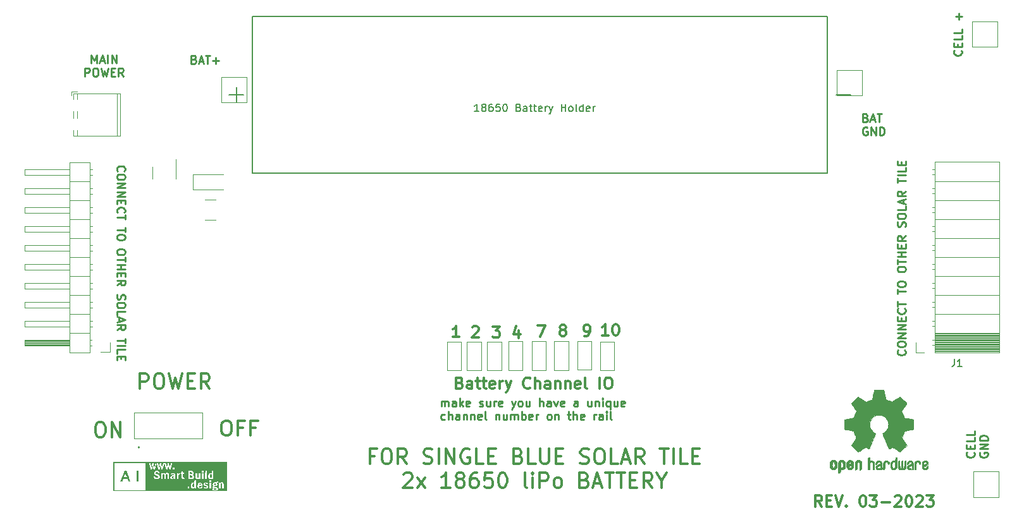
<source format=gbr>
%TF.GenerationSoftware,KiCad,Pcbnew,7.0.5*%
%TF.CreationDate,2023-06-02T17:32:58+02:00*%
%TF.ProjectId,Solar Cell offgrid Power,536f6c61-7220-4436-956c-6c206f666667,rev?*%
%TF.SameCoordinates,Original*%
%TF.FileFunction,Legend,Top*%
%TF.FilePolarity,Positive*%
%FSLAX46Y46*%
G04 Gerber Fmt 4.6, Leading zero omitted, Abs format (unit mm)*
G04 Created by KiCad (PCBNEW 7.0.5) date 2023-06-02 17:32:58*
%MOMM*%
%LPD*%
G01*
G04 APERTURE LIST*
%ADD10C,0.300000*%
%ADD11C,0.275000*%
%ADD12C,0.150000*%
%ADD13C,0.120000*%
%ADD14C,0.010000*%
%ADD15C,0.200000*%
%ADD16C,0.127000*%
G04 APERTURE END LIST*
D10*
X113114510Y-121799638D02*
X113495463Y-121799638D01*
X113495463Y-121799638D02*
X113685939Y-121894876D01*
X113685939Y-121894876D02*
X113876415Y-122085352D01*
X113876415Y-122085352D02*
X113971653Y-122466304D01*
X113971653Y-122466304D02*
X113971653Y-123132971D01*
X113971653Y-123132971D02*
X113876415Y-123513923D01*
X113876415Y-123513923D02*
X113685939Y-123704400D01*
X113685939Y-123704400D02*
X113495463Y-123799638D01*
X113495463Y-123799638D02*
X113114510Y-123799638D01*
X113114510Y-123799638D02*
X112924034Y-123704400D01*
X112924034Y-123704400D02*
X112733558Y-123513923D01*
X112733558Y-123513923D02*
X112638320Y-123132971D01*
X112638320Y-123132971D02*
X112638320Y-122466304D01*
X112638320Y-122466304D02*
X112733558Y-122085352D01*
X112733558Y-122085352D02*
X112924034Y-121894876D01*
X112924034Y-121894876D02*
X113114510Y-121799638D01*
X114828796Y-123799638D02*
X114828796Y-121799638D01*
X114828796Y-121799638D02*
X115971653Y-123799638D01*
X115971653Y-123799638D02*
X115971653Y-121799638D01*
X181290225Y-110165828D02*
X180433082Y-110165828D01*
X180861653Y-110165828D02*
X180861653Y-108665828D01*
X180861653Y-108665828D02*
X180718796Y-108880114D01*
X180718796Y-108880114D02*
X180575939Y-109022971D01*
X180575939Y-109022971D02*
X180433082Y-109094400D01*
X182218796Y-108665828D02*
X182361653Y-108665828D01*
X182361653Y-108665828D02*
X182504510Y-108737257D01*
X182504510Y-108737257D02*
X182575939Y-108808685D01*
X182575939Y-108808685D02*
X182647367Y-108951542D01*
X182647367Y-108951542D02*
X182718796Y-109237257D01*
X182718796Y-109237257D02*
X182718796Y-109594400D01*
X182718796Y-109594400D02*
X182647367Y-109880114D01*
X182647367Y-109880114D02*
X182575939Y-110022971D01*
X182575939Y-110022971D02*
X182504510Y-110094400D01*
X182504510Y-110094400D02*
X182361653Y-110165828D01*
X182361653Y-110165828D02*
X182218796Y-110165828D01*
X182218796Y-110165828D02*
X182075939Y-110094400D01*
X182075939Y-110094400D02*
X182004510Y-110022971D01*
X182004510Y-110022971D02*
X181933081Y-109880114D01*
X181933081Y-109880114D02*
X181861653Y-109594400D01*
X181861653Y-109594400D02*
X181861653Y-109237257D01*
X181861653Y-109237257D02*
X181933081Y-108951542D01*
X181933081Y-108951542D02*
X182004510Y-108808685D01*
X182004510Y-108808685D02*
X182075939Y-108737257D01*
X182075939Y-108737257D02*
X182218796Y-108665828D01*
D11*
X125839492Y-73164890D02*
X125996635Y-73217271D01*
X125996635Y-73217271D02*
X126049016Y-73269652D01*
X126049016Y-73269652D02*
X126101397Y-73374414D01*
X126101397Y-73374414D02*
X126101397Y-73531557D01*
X126101397Y-73531557D02*
X126049016Y-73636319D01*
X126049016Y-73636319D02*
X125996635Y-73688700D01*
X125996635Y-73688700D02*
X125891873Y-73741080D01*
X125891873Y-73741080D02*
X125472825Y-73741080D01*
X125472825Y-73741080D02*
X125472825Y-72641080D01*
X125472825Y-72641080D02*
X125839492Y-72641080D01*
X125839492Y-72641080D02*
X125944254Y-72693461D01*
X125944254Y-72693461D02*
X125996635Y-72745842D01*
X125996635Y-72745842D02*
X126049016Y-72850604D01*
X126049016Y-72850604D02*
X126049016Y-72955366D01*
X126049016Y-72955366D02*
X125996635Y-73060128D01*
X125996635Y-73060128D02*
X125944254Y-73112509D01*
X125944254Y-73112509D02*
X125839492Y-73164890D01*
X125839492Y-73164890D02*
X125472825Y-73164890D01*
X126520444Y-73426795D02*
X127044254Y-73426795D01*
X126415682Y-73741080D02*
X126782349Y-72641080D01*
X126782349Y-72641080D02*
X127149016Y-73741080D01*
X127358539Y-72641080D02*
X127987111Y-72641080D01*
X127672825Y-73741080D02*
X127672825Y-72641080D01*
X128353777Y-73322033D02*
X129191873Y-73322033D01*
X128772825Y-73741080D02*
X128772825Y-72902985D01*
D10*
X161424510Y-116535114D02*
X161638796Y-116606542D01*
X161638796Y-116606542D02*
X161710225Y-116677971D01*
X161710225Y-116677971D02*
X161781653Y-116820828D01*
X161781653Y-116820828D02*
X161781653Y-117035114D01*
X161781653Y-117035114D02*
X161710225Y-117177971D01*
X161710225Y-117177971D02*
X161638796Y-117249400D01*
X161638796Y-117249400D02*
X161495939Y-117320828D01*
X161495939Y-117320828D02*
X160924510Y-117320828D01*
X160924510Y-117320828D02*
X160924510Y-115820828D01*
X160924510Y-115820828D02*
X161424510Y-115820828D01*
X161424510Y-115820828D02*
X161567368Y-115892257D01*
X161567368Y-115892257D02*
X161638796Y-115963685D01*
X161638796Y-115963685D02*
X161710225Y-116106542D01*
X161710225Y-116106542D02*
X161710225Y-116249400D01*
X161710225Y-116249400D02*
X161638796Y-116392257D01*
X161638796Y-116392257D02*
X161567368Y-116463685D01*
X161567368Y-116463685D02*
X161424510Y-116535114D01*
X161424510Y-116535114D02*
X160924510Y-116535114D01*
X163067368Y-117320828D02*
X163067368Y-116535114D01*
X163067368Y-116535114D02*
X162995939Y-116392257D01*
X162995939Y-116392257D02*
X162853082Y-116320828D01*
X162853082Y-116320828D02*
X162567368Y-116320828D01*
X162567368Y-116320828D02*
X162424510Y-116392257D01*
X163067368Y-117249400D02*
X162924510Y-117320828D01*
X162924510Y-117320828D02*
X162567368Y-117320828D01*
X162567368Y-117320828D02*
X162424510Y-117249400D01*
X162424510Y-117249400D02*
X162353082Y-117106542D01*
X162353082Y-117106542D02*
X162353082Y-116963685D01*
X162353082Y-116963685D02*
X162424510Y-116820828D01*
X162424510Y-116820828D02*
X162567368Y-116749400D01*
X162567368Y-116749400D02*
X162924510Y-116749400D01*
X162924510Y-116749400D02*
X163067368Y-116677971D01*
X163567368Y-116320828D02*
X164138796Y-116320828D01*
X163781653Y-115820828D02*
X163781653Y-117106542D01*
X163781653Y-117106542D02*
X163853082Y-117249400D01*
X163853082Y-117249400D02*
X163995939Y-117320828D01*
X163995939Y-117320828D02*
X164138796Y-117320828D01*
X164424511Y-116320828D02*
X164995939Y-116320828D01*
X164638796Y-115820828D02*
X164638796Y-117106542D01*
X164638796Y-117106542D02*
X164710225Y-117249400D01*
X164710225Y-117249400D02*
X164853082Y-117320828D01*
X164853082Y-117320828D02*
X164995939Y-117320828D01*
X166067368Y-117249400D02*
X165924511Y-117320828D01*
X165924511Y-117320828D02*
X165638797Y-117320828D01*
X165638797Y-117320828D02*
X165495939Y-117249400D01*
X165495939Y-117249400D02*
X165424511Y-117106542D01*
X165424511Y-117106542D02*
X165424511Y-116535114D01*
X165424511Y-116535114D02*
X165495939Y-116392257D01*
X165495939Y-116392257D02*
X165638797Y-116320828D01*
X165638797Y-116320828D02*
X165924511Y-116320828D01*
X165924511Y-116320828D02*
X166067368Y-116392257D01*
X166067368Y-116392257D02*
X166138797Y-116535114D01*
X166138797Y-116535114D02*
X166138797Y-116677971D01*
X166138797Y-116677971D02*
X165424511Y-116820828D01*
X166781653Y-117320828D02*
X166781653Y-116320828D01*
X166781653Y-116606542D02*
X166853082Y-116463685D01*
X166853082Y-116463685D02*
X166924511Y-116392257D01*
X166924511Y-116392257D02*
X167067368Y-116320828D01*
X167067368Y-116320828D02*
X167210225Y-116320828D01*
X167567367Y-116320828D02*
X167924510Y-117320828D01*
X168281653Y-116320828D02*
X167924510Y-117320828D01*
X167924510Y-117320828D02*
X167781653Y-117677971D01*
X167781653Y-117677971D02*
X167710224Y-117749400D01*
X167710224Y-117749400D02*
X167567367Y-117820828D01*
X170853081Y-117177971D02*
X170781653Y-117249400D01*
X170781653Y-117249400D02*
X170567367Y-117320828D01*
X170567367Y-117320828D02*
X170424510Y-117320828D01*
X170424510Y-117320828D02*
X170210224Y-117249400D01*
X170210224Y-117249400D02*
X170067367Y-117106542D01*
X170067367Y-117106542D02*
X169995938Y-116963685D01*
X169995938Y-116963685D02*
X169924510Y-116677971D01*
X169924510Y-116677971D02*
X169924510Y-116463685D01*
X169924510Y-116463685D02*
X169995938Y-116177971D01*
X169995938Y-116177971D02*
X170067367Y-116035114D01*
X170067367Y-116035114D02*
X170210224Y-115892257D01*
X170210224Y-115892257D02*
X170424510Y-115820828D01*
X170424510Y-115820828D02*
X170567367Y-115820828D01*
X170567367Y-115820828D02*
X170781653Y-115892257D01*
X170781653Y-115892257D02*
X170853081Y-115963685D01*
X171495938Y-117320828D02*
X171495938Y-115820828D01*
X172138796Y-117320828D02*
X172138796Y-116535114D01*
X172138796Y-116535114D02*
X172067367Y-116392257D01*
X172067367Y-116392257D02*
X171924510Y-116320828D01*
X171924510Y-116320828D02*
X171710224Y-116320828D01*
X171710224Y-116320828D02*
X171567367Y-116392257D01*
X171567367Y-116392257D02*
X171495938Y-116463685D01*
X173495939Y-117320828D02*
X173495939Y-116535114D01*
X173495939Y-116535114D02*
X173424510Y-116392257D01*
X173424510Y-116392257D02*
X173281653Y-116320828D01*
X173281653Y-116320828D02*
X172995939Y-116320828D01*
X172995939Y-116320828D02*
X172853081Y-116392257D01*
X173495939Y-117249400D02*
X173353081Y-117320828D01*
X173353081Y-117320828D02*
X172995939Y-117320828D01*
X172995939Y-117320828D02*
X172853081Y-117249400D01*
X172853081Y-117249400D02*
X172781653Y-117106542D01*
X172781653Y-117106542D02*
X172781653Y-116963685D01*
X172781653Y-116963685D02*
X172853081Y-116820828D01*
X172853081Y-116820828D02*
X172995939Y-116749400D01*
X172995939Y-116749400D02*
X173353081Y-116749400D01*
X173353081Y-116749400D02*
X173495939Y-116677971D01*
X174210224Y-116320828D02*
X174210224Y-117320828D01*
X174210224Y-116463685D02*
X174281653Y-116392257D01*
X174281653Y-116392257D02*
X174424510Y-116320828D01*
X174424510Y-116320828D02*
X174638796Y-116320828D01*
X174638796Y-116320828D02*
X174781653Y-116392257D01*
X174781653Y-116392257D02*
X174853082Y-116535114D01*
X174853082Y-116535114D02*
X174853082Y-117320828D01*
X175567367Y-116320828D02*
X175567367Y-117320828D01*
X175567367Y-116463685D02*
X175638796Y-116392257D01*
X175638796Y-116392257D02*
X175781653Y-116320828D01*
X175781653Y-116320828D02*
X175995939Y-116320828D01*
X175995939Y-116320828D02*
X176138796Y-116392257D01*
X176138796Y-116392257D02*
X176210225Y-116535114D01*
X176210225Y-116535114D02*
X176210225Y-117320828D01*
X177495939Y-117249400D02*
X177353082Y-117320828D01*
X177353082Y-117320828D02*
X177067368Y-117320828D01*
X177067368Y-117320828D02*
X176924510Y-117249400D01*
X176924510Y-117249400D02*
X176853082Y-117106542D01*
X176853082Y-117106542D02*
X176853082Y-116535114D01*
X176853082Y-116535114D02*
X176924510Y-116392257D01*
X176924510Y-116392257D02*
X177067368Y-116320828D01*
X177067368Y-116320828D02*
X177353082Y-116320828D01*
X177353082Y-116320828D02*
X177495939Y-116392257D01*
X177495939Y-116392257D02*
X177567368Y-116535114D01*
X177567368Y-116535114D02*
X177567368Y-116677971D01*
X177567368Y-116677971D02*
X176853082Y-116820828D01*
X178424510Y-117320828D02*
X178281653Y-117249400D01*
X178281653Y-117249400D02*
X178210224Y-117106542D01*
X178210224Y-117106542D02*
X178210224Y-115820828D01*
X180138795Y-117320828D02*
X180138795Y-115820828D01*
X181138796Y-115820828D02*
X181424510Y-115820828D01*
X181424510Y-115820828D02*
X181567367Y-115892257D01*
X181567367Y-115892257D02*
X181710224Y-116035114D01*
X181710224Y-116035114D02*
X181781653Y-116320828D01*
X181781653Y-116320828D02*
X181781653Y-116820828D01*
X181781653Y-116820828D02*
X181710224Y-117106542D01*
X181710224Y-117106542D02*
X181567367Y-117249400D01*
X181567367Y-117249400D02*
X181424510Y-117320828D01*
X181424510Y-117320828D02*
X181138796Y-117320828D01*
X181138796Y-117320828D02*
X180995939Y-117249400D01*
X180995939Y-117249400D02*
X180853081Y-117106542D01*
X180853081Y-117106542D02*
X180781653Y-116820828D01*
X180781653Y-116820828D02*
X180781653Y-116320828D01*
X180781653Y-116320828D02*
X180853081Y-116035114D01*
X180853081Y-116035114D02*
X180995939Y-115892257D01*
X180995939Y-115892257D02*
X181138796Y-115820828D01*
X118593558Y-117289638D02*
X118593558Y-115289638D01*
X118593558Y-115289638D02*
X119355463Y-115289638D01*
X119355463Y-115289638D02*
X119545939Y-115384876D01*
X119545939Y-115384876D02*
X119641177Y-115480114D01*
X119641177Y-115480114D02*
X119736415Y-115670590D01*
X119736415Y-115670590D02*
X119736415Y-115956304D01*
X119736415Y-115956304D02*
X119641177Y-116146780D01*
X119641177Y-116146780D02*
X119545939Y-116242019D01*
X119545939Y-116242019D02*
X119355463Y-116337257D01*
X119355463Y-116337257D02*
X118593558Y-116337257D01*
X120974510Y-115289638D02*
X121355463Y-115289638D01*
X121355463Y-115289638D02*
X121545939Y-115384876D01*
X121545939Y-115384876D02*
X121736415Y-115575352D01*
X121736415Y-115575352D02*
X121831653Y-115956304D01*
X121831653Y-115956304D02*
X121831653Y-116622971D01*
X121831653Y-116622971D02*
X121736415Y-117003923D01*
X121736415Y-117003923D02*
X121545939Y-117194400D01*
X121545939Y-117194400D02*
X121355463Y-117289638D01*
X121355463Y-117289638D02*
X120974510Y-117289638D01*
X120974510Y-117289638D02*
X120784034Y-117194400D01*
X120784034Y-117194400D02*
X120593558Y-117003923D01*
X120593558Y-117003923D02*
X120498320Y-116622971D01*
X120498320Y-116622971D02*
X120498320Y-115956304D01*
X120498320Y-115956304D02*
X120593558Y-115575352D01*
X120593558Y-115575352D02*
X120784034Y-115384876D01*
X120784034Y-115384876D02*
X120974510Y-115289638D01*
X122498320Y-115289638D02*
X122974510Y-117289638D01*
X122974510Y-117289638D02*
X123355463Y-115861066D01*
X123355463Y-115861066D02*
X123736415Y-117289638D01*
X123736415Y-117289638D02*
X124212606Y-115289638D01*
X124974510Y-116242019D02*
X125641177Y-116242019D01*
X125926891Y-117289638D02*
X124974510Y-117289638D01*
X124974510Y-117289638D02*
X124974510Y-115289638D01*
X124974510Y-115289638D02*
X125926891Y-115289638D01*
X127926891Y-117289638D02*
X127260224Y-116337257D01*
X126784034Y-117289638D02*
X126784034Y-115289638D01*
X126784034Y-115289638D02*
X127545939Y-115289638D01*
X127545939Y-115289638D02*
X127736415Y-115384876D01*
X127736415Y-115384876D02*
X127831653Y-115480114D01*
X127831653Y-115480114D02*
X127926891Y-115670590D01*
X127926891Y-115670590D02*
X127926891Y-115956304D01*
X127926891Y-115956304D02*
X127831653Y-116146780D01*
X127831653Y-116146780D02*
X127736415Y-116242019D01*
X127736415Y-116242019D02*
X127545939Y-116337257D01*
X127545939Y-116337257D02*
X126784034Y-116337257D01*
X165811653Y-108970828D02*
X166740225Y-108970828D01*
X166740225Y-108970828D02*
X166240225Y-109542257D01*
X166240225Y-109542257D02*
X166454510Y-109542257D01*
X166454510Y-109542257D02*
X166597368Y-109613685D01*
X166597368Y-109613685D02*
X166668796Y-109685114D01*
X166668796Y-109685114D02*
X166740225Y-109827971D01*
X166740225Y-109827971D02*
X166740225Y-110185114D01*
X166740225Y-110185114D02*
X166668796Y-110327971D01*
X166668796Y-110327971D02*
X166597368Y-110399400D01*
X166597368Y-110399400D02*
X166454510Y-110470828D01*
X166454510Y-110470828D02*
X166025939Y-110470828D01*
X166025939Y-110470828D02*
X165883082Y-110399400D01*
X165883082Y-110399400D02*
X165811653Y-110327971D01*
X178135939Y-110245828D02*
X178421653Y-110245828D01*
X178421653Y-110245828D02*
X178564510Y-110174400D01*
X178564510Y-110174400D02*
X178635939Y-110102971D01*
X178635939Y-110102971D02*
X178778796Y-109888685D01*
X178778796Y-109888685D02*
X178850225Y-109602971D01*
X178850225Y-109602971D02*
X178850225Y-109031542D01*
X178850225Y-109031542D02*
X178778796Y-108888685D01*
X178778796Y-108888685D02*
X178707368Y-108817257D01*
X178707368Y-108817257D02*
X178564510Y-108745828D01*
X178564510Y-108745828D02*
X178278796Y-108745828D01*
X178278796Y-108745828D02*
X178135939Y-108817257D01*
X178135939Y-108817257D02*
X178064510Y-108888685D01*
X178064510Y-108888685D02*
X177993082Y-109031542D01*
X177993082Y-109031542D02*
X177993082Y-109388685D01*
X177993082Y-109388685D02*
X178064510Y-109531542D01*
X178064510Y-109531542D02*
X178135939Y-109602971D01*
X178135939Y-109602971D02*
X178278796Y-109674400D01*
X178278796Y-109674400D02*
X178564510Y-109674400D01*
X178564510Y-109674400D02*
X178707368Y-109602971D01*
X178707368Y-109602971D02*
X178778796Y-109531542D01*
X178778796Y-109531542D02*
X178850225Y-109388685D01*
D11*
X220976319Y-112138602D02*
X221028700Y-112190983D01*
X221028700Y-112190983D02*
X221081080Y-112348126D01*
X221081080Y-112348126D02*
X221081080Y-112452888D01*
X221081080Y-112452888D02*
X221028700Y-112610031D01*
X221028700Y-112610031D02*
X220923938Y-112714793D01*
X220923938Y-112714793D02*
X220819176Y-112767174D01*
X220819176Y-112767174D02*
X220609652Y-112819555D01*
X220609652Y-112819555D02*
X220452509Y-112819555D01*
X220452509Y-112819555D02*
X220242985Y-112767174D01*
X220242985Y-112767174D02*
X220138223Y-112714793D01*
X220138223Y-112714793D02*
X220033461Y-112610031D01*
X220033461Y-112610031D02*
X219981080Y-112452888D01*
X219981080Y-112452888D02*
X219981080Y-112348126D01*
X219981080Y-112348126D02*
X220033461Y-112190983D01*
X220033461Y-112190983D02*
X220085842Y-112138602D01*
X219981080Y-111457650D02*
X219981080Y-111248126D01*
X219981080Y-111248126D02*
X220033461Y-111143364D01*
X220033461Y-111143364D02*
X220138223Y-111038602D01*
X220138223Y-111038602D02*
X220347747Y-110986221D01*
X220347747Y-110986221D02*
X220714414Y-110986221D01*
X220714414Y-110986221D02*
X220923938Y-111038602D01*
X220923938Y-111038602D02*
X221028700Y-111143364D01*
X221028700Y-111143364D02*
X221081080Y-111248126D01*
X221081080Y-111248126D02*
X221081080Y-111457650D01*
X221081080Y-111457650D02*
X221028700Y-111562412D01*
X221028700Y-111562412D02*
X220923938Y-111667174D01*
X220923938Y-111667174D02*
X220714414Y-111719555D01*
X220714414Y-111719555D02*
X220347747Y-111719555D01*
X220347747Y-111719555D02*
X220138223Y-111667174D01*
X220138223Y-111667174D02*
X220033461Y-111562412D01*
X220033461Y-111562412D02*
X219981080Y-111457650D01*
X221081080Y-110514793D02*
X219981080Y-110514793D01*
X219981080Y-110514793D02*
X221081080Y-109886221D01*
X221081080Y-109886221D02*
X219981080Y-109886221D01*
X221081080Y-109362412D02*
X219981080Y-109362412D01*
X219981080Y-109362412D02*
X221081080Y-108733840D01*
X221081080Y-108733840D02*
X219981080Y-108733840D01*
X220504890Y-108210031D02*
X220504890Y-107843364D01*
X221081080Y-107686221D02*
X221081080Y-108210031D01*
X221081080Y-108210031D02*
X219981080Y-108210031D01*
X219981080Y-108210031D02*
X219981080Y-107686221D01*
X220976319Y-106586221D02*
X221028700Y-106638602D01*
X221028700Y-106638602D02*
X221081080Y-106795745D01*
X221081080Y-106795745D02*
X221081080Y-106900507D01*
X221081080Y-106900507D02*
X221028700Y-107057650D01*
X221028700Y-107057650D02*
X220923938Y-107162412D01*
X220923938Y-107162412D02*
X220819176Y-107214793D01*
X220819176Y-107214793D02*
X220609652Y-107267174D01*
X220609652Y-107267174D02*
X220452509Y-107267174D01*
X220452509Y-107267174D02*
X220242985Y-107214793D01*
X220242985Y-107214793D02*
X220138223Y-107162412D01*
X220138223Y-107162412D02*
X220033461Y-107057650D01*
X220033461Y-107057650D02*
X219981080Y-106900507D01*
X219981080Y-106900507D02*
X219981080Y-106795745D01*
X219981080Y-106795745D02*
X220033461Y-106638602D01*
X220033461Y-106638602D02*
X220085842Y-106586221D01*
X219981080Y-106271936D02*
X219981080Y-105643364D01*
X221081080Y-105957650D02*
X219981080Y-105957650D01*
X219981080Y-104595746D02*
X219981080Y-103967174D01*
X221081080Y-104281460D02*
X219981080Y-104281460D01*
X219981080Y-103390984D02*
X219981080Y-103181460D01*
X219981080Y-103181460D02*
X220033461Y-103076698D01*
X220033461Y-103076698D02*
X220138223Y-102971936D01*
X220138223Y-102971936D02*
X220347747Y-102919555D01*
X220347747Y-102919555D02*
X220714414Y-102919555D01*
X220714414Y-102919555D02*
X220923938Y-102971936D01*
X220923938Y-102971936D02*
X221028700Y-103076698D01*
X221028700Y-103076698D02*
X221081080Y-103181460D01*
X221081080Y-103181460D02*
X221081080Y-103390984D01*
X221081080Y-103390984D02*
X221028700Y-103495746D01*
X221028700Y-103495746D02*
X220923938Y-103600508D01*
X220923938Y-103600508D02*
X220714414Y-103652889D01*
X220714414Y-103652889D02*
X220347747Y-103652889D01*
X220347747Y-103652889D02*
X220138223Y-103600508D01*
X220138223Y-103600508D02*
X220033461Y-103495746D01*
X220033461Y-103495746D02*
X219981080Y-103390984D01*
X219981080Y-101400508D02*
X219981080Y-101190984D01*
X219981080Y-101190984D02*
X220033461Y-101086222D01*
X220033461Y-101086222D02*
X220138223Y-100981460D01*
X220138223Y-100981460D02*
X220347747Y-100929079D01*
X220347747Y-100929079D02*
X220714414Y-100929079D01*
X220714414Y-100929079D02*
X220923938Y-100981460D01*
X220923938Y-100981460D02*
X221028700Y-101086222D01*
X221028700Y-101086222D02*
X221081080Y-101190984D01*
X221081080Y-101190984D02*
X221081080Y-101400508D01*
X221081080Y-101400508D02*
X221028700Y-101505270D01*
X221028700Y-101505270D02*
X220923938Y-101610032D01*
X220923938Y-101610032D02*
X220714414Y-101662413D01*
X220714414Y-101662413D02*
X220347747Y-101662413D01*
X220347747Y-101662413D02*
X220138223Y-101610032D01*
X220138223Y-101610032D02*
X220033461Y-101505270D01*
X220033461Y-101505270D02*
X219981080Y-101400508D01*
X219981080Y-100614794D02*
X219981080Y-99986222D01*
X221081080Y-100300508D02*
X219981080Y-100300508D01*
X221081080Y-99619556D02*
X219981080Y-99619556D01*
X220504890Y-99619556D02*
X220504890Y-98990984D01*
X221081080Y-98990984D02*
X219981080Y-98990984D01*
X220504890Y-98467175D02*
X220504890Y-98100508D01*
X221081080Y-97943365D02*
X221081080Y-98467175D01*
X221081080Y-98467175D02*
X219981080Y-98467175D01*
X219981080Y-98467175D02*
X219981080Y-97943365D01*
X221081080Y-96843365D02*
X220557271Y-97210032D01*
X221081080Y-97471937D02*
X219981080Y-97471937D01*
X219981080Y-97471937D02*
X219981080Y-97052889D01*
X219981080Y-97052889D02*
X220033461Y-96948127D01*
X220033461Y-96948127D02*
X220085842Y-96895746D01*
X220085842Y-96895746D02*
X220190604Y-96843365D01*
X220190604Y-96843365D02*
X220347747Y-96843365D01*
X220347747Y-96843365D02*
X220452509Y-96895746D01*
X220452509Y-96895746D02*
X220504890Y-96948127D01*
X220504890Y-96948127D02*
X220557271Y-97052889D01*
X220557271Y-97052889D02*
X220557271Y-97471937D01*
X221028700Y-95586223D02*
X221081080Y-95429080D01*
X221081080Y-95429080D02*
X221081080Y-95167175D01*
X221081080Y-95167175D02*
X221028700Y-95062413D01*
X221028700Y-95062413D02*
X220976319Y-95010032D01*
X220976319Y-95010032D02*
X220871557Y-94957651D01*
X220871557Y-94957651D02*
X220766795Y-94957651D01*
X220766795Y-94957651D02*
X220662033Y-95010032D01*
X220662033Y-95010032D02*
X220609652Y-95062413D01*
X220609652Y-95062413D02*
X220557271Y-95167175D01*
X220557271Y-95167175D02*
X220504890Y-95376699D01*
X220504890Y-95376699D02*
X220452509Y-95481461D01*
X220452509Y-95481461D02*
X220400128Y-95533842D01*
X220400128Y-95533842D02*
X220295366Y-95586223D01*
X220295366Y-95586223D02*
X220190604Y-95586223D01*
X220190604Y-95586223D02*
X220085842Y-95533842D01*
X220085842Y-95533842D02*
X220033461Y-95481461D01*
X220033461Y-95481461D02*
X219981080Y-95376699D01*
X219981080Y-95376699D02*
X219981080Y-95114794D01*
X219981080Y-95114794D02*
X220033461Y-94957651D01*
X219981080Y-94276699D02*
X219981080Y-94067175D01*
X219981080Y-94067175D02*
X220033461Y-93962413D01*
X220033461Y-93962413D02*
X220138223Y-93857651D01*
X220138223Y-93857651D02*
X220347747Y-93805270D01*
X220347747Y-93805270D02*
X220714414Y-93805270D01*
X220714414Y-93805270D02*
X220923938Y-93857651D01*
X220923938Y-93857651D02*
X221028700Y-93962413D01*
X221028700Y-93962413D02*
X221081080Y-94067175D01*
X221081080Y-94067175D02*
X221081080Y-94276699D01*
X221081080Y-94276699D02*
X221028700Y-94381461D01*
X221028700Y-94381461D02*
X220923938Y-94486223D01*
X220923938Y-94486223D02*
X220714414Y-94538604D01*
X220714414Y-94538604D02*
X220347747Y-94538604D01*
X220347747Y-94538604D02*
X220138223Y-94486223D01*
X220138223Y-94486223D02*
X220033461Y-94381461D01*
X220033461Y-94381461D02*
X219981080Y-94276699D01*
X221081080Y-92810032D02*
X221081080Y-93333842D01*
X221081080Y-93333842D02*
X219981080Y-93333842D01*
X220766795Y-92495747D02*
X220766795Y-91971937D01*
X221081080Y-92600509D02*
X219981080Y-92233842D01*
X219981080Y-92233842D02*
X221081080Y-91867175D01*
X221081080Y-90871937D02*
X220557271Y-91238604D01*
X221081080Y-91500509D02*
X219981080Y-91500509D01*
X219981080Y-91500509D02*
X219981080Y-91081461D01*
X219981080Y-91081461D02*
X220033461Y-90976699D01*
X220033461Y-90976699D02*
X220085842Y-90924318D01*
X220085842Y-90924318D02*
X220190604Y-90871937D01*
X220190604Y-90871937D02*
X220347747Y-90871937D01*
X220347747Y-90871937D02*
X220452509Y-90924318D01*
X220452509Y-90924318D02*
X220504890Y-90976699D01*
X220504890Y-90976699D02*
X220557271Y-91081461D01*
X220557271Y-91081461D02*
X220557271Y-91500509D01*
X219981080Y-89719557D02*
X219981080Y-89090985D01*
X221081080Y-89405271D02*
X219981080Y-89405271D01*
X221081080Y-88724319D02*
X219981080Y-88724319D01*
X221081080Y-87676699D02*
X221081080Y-88200509D01*
X221081080Y-88200509D02*
X219981080Y-88200509D01*
X220504890Y-87310033D02*
X220504890Y-86943366D01*
X221081080Y-86786223D02*
X221081080Y-87310033D01*
X221081080Y-87310033D02*
X219981080Y-87310033D01*
X219981080Y-87310033D02*
X219981080Y-86786223D01*
X115603680Y-88151397D02*
X115551300Y-88099016D01*
X115551300Y-88099016D02*
X115498919Y-87941873D01*
X115498919Y-87941873D02*
X115498919Y-87837111D01*
X115498919Y-87837111D02*
X115551300Y-87679968D01*
X115551300Y-87679968D02*
X115656061Y-87575206D01*
X115656061Y-87575206D02*
X115760823Y-87522825D01*
X115760823Y-87522825D02*
X115970347Y-87470444D01*
X115970347Y-87470444D02*
X116127490Y-87470444D01*
X116127490Y-87470444D02*
X116337014Y-87522825D01*
X116337014Y-87522825D02*
X116441776Y-87575206D01*
X116441776Y-87575206D02*
X116546538Y-87679968D01*
X116546538Y-87679968D02*
X116598919Y-87837111D01*
X116598919Y-87837111D02*
X116598919Y-87941873D01*
X116598919Y-87941873D02*
X116546538Y-88099016D01*
X116546538Y-88099016D02*
X116494157Y-88151397D01*
X116598919Y-88832349D02*
X116598919Y-89041873D01*
X116598919Y-89041873D02*
X116546538Y-89146635D01*
X116546538Y-89146635D02*
X116441776Y-89251397D01*
X116441776Y-89251397D02*
X116232252Y-89303778D01*
X116232252Y-89303778D02*
X115865585Y-89303778D01*
X115865585Y-89303778D02*
X115656061Y-89251397D01*
X115656061Y-89251397D02*
X115551300Y-89146635D01*
X115551300Y-89146635D02*
X115498919Y-89041873D01*
X115498919Y-89041873D02*
X115498919Y-88832349D01*
X115498919Y-88832349D02*
X115551300Y-88727587D01*
X115551300Y-88727587D02*
X115656061Y-88622825D01*
X115656061Y-88622825D02*
X115865585Y-88570444D01*
X115865585Y-88570444D02*
X116232252Y-88570444D01*
X116232252Y-88570444D02*
X116441776Y-88622825D01*
X116441776Y-88622825D02*
X116546538Y-88727587D01*
X116546538Y-88727587D02*
X116598919Y-88832349D01*
X115498919Y-89775206D02*
X116598919Y-89775206D01*
X116598919Y-89775206D02*
X115498919Y-90403778D01*
X115498919Y-90403778D02*
X116598919Y-90403778D01*
X115498919Y-90927587D02*
X116598919Y-90927587D01*
X116598919Y-90927587D02*
X115498919Y-91556159D01*
X115498919Y-91556159D02*
X116598919Y-91556159D01*
X116075109Y-92079968D02*
X116075109Y-92446635D01*
X115498919Y-92603778D02*
X115498919Y-92079968D01*
X115498919Y-92079968D02*
X116598919Y-92079968D01*
X116598919Y-92079968D02*
X116598919Y-92603778D01*
X115603680Y-93703778D02*
X115551300Y-93651397D01*
X115551300Y-93651397D02*
X115498919Y-93494254D01*
X115498919Y-93494254D02*
X115498919Y-93389492D01*
X115498919Y-93389492D02*
X115551300Y-93232349D01*
X115551300Y-93232349D02*
X115656061Y-93127587D01*
X115656061Y-93127587D02*
X115760823Y-93075206D01*
X115760823Y-93075206D02*
X115970347Y-93022825D01*
X115970347Y-93022825D02*
X116127490Y-93022825D01*
X116127490Y-93022825D02*
X116337014Y-93075206D01*
X116337014Y-93075206D02*
X116441776Y-93127587D01*
X116441776Y-93127587D02*
X116546538Y-93232349D01*
X116546538Y-93232349D02*
X116598919Y-93389492D01*
X116598919Y-93389492D02*
X116598919Y-93494254D01*
X116598919Y-93494254D02*
X116546538Y-93651397D01*
X116546538Y-93651397D02*
X116494157Y-93703778D01*
X116598919Y-94018063D02*
X116598919Y-94646635D01*
X115498919Y-94332349D02*
X116598919Y-94332349D01*
X116598919Y-95694253D02*
X116598919Y-96322825D01*
X115498919Y-96008539D02*
X116598919Y-96008539D01*
X116598919Y-96899015D02*
X116598919Y-97108539D01*
X116598919Y-97108539D02*
X116546538Y-97213301D01*
X116546538Y-97213301D02*
X116441776Y-97318063D01*
X116441776Y-97318063D02*
X116232252Y-97370444D01*
X116232252Y-97370444D02*
X115865585Y-97370444D01*
X115865585Y-97370444D02*
X115656061Y-97318063D01*
X115656061Y-97318063D02*
X115551300Y-97213301D01*
X115551300Y-97213301D02*
X115498919Y-97108539D01*
X115498919Y-97108539D02*
X115498919Y-96899015D01*
X115498919Y-96899015D02*
X115551300Y-96794253D01*
X115551300Y-96794253D02*
X115656061Y-96689491D01*
X115656061Y-96689491D02*
X115865585Y-96637110D01*
X115865585Y-96637110D02*
X116232252Y-96637110D01*
X116232252Y-96637110D02*
X116441776Y-96689491D01*
X116441776Y-96689491D02*
X116546538Y-96794253D01*
X116546538Y-96794253D02*
X116598919Y-96899015D01*
X116598919Y-98889491D02*
X116598919Y-99099015D01*
X116598919Y-99099015D02*
X116546538Y-99203777D01*
X116546538Y-99203777D02*
X116441776Y-99308539D01*
X116441776Y-99308539D02*
X116232252Y-99360920D01*
X116232252Y-99360920D02*
X115865585Y-99360920D01*
X115865585Y-99360920D02*
X115656061Y-99308539D01*
X115656061Y-99308539D02*
X115551300Y-99203777D01*
X115551300Y-99203777D02*
X115498919Y-99099015D01*
X115498919Y-99099015D02*
X115498919Y-98889491D01*
X115498919Y-98889491D02*
X115551300Y-98784729D01*
X115551300Y-98784729D02*
X115656061Y-98679967D01*
X115656061Y-98679967D02*
X115865585Y-98627586D01*
X115865585Y-98627586D02*
X116232252Y-98627586D01*
X116232252Y-98627586D02*
X116441776Y-98679967D01*
X116441776Y-98679967D02*
X116546538Y-98784729D01*
X116546538Y-98784729D02*
X116598919Y-98889491D01*
X116598919Y-99675205D02*
X116598919Y-100303777D01*
X115498919Y-99989491D02*
X116598919Y-99989491D01*
X115498919Y-100670443D02*
X116598919Y-100670443D01*
X116075109Y-100670443D02*
X116075109Y-101299015D01*
X115498919Y-101299015D02*
X116598919Y-101299015D01*
X116075109Y-101822824D02*
X116075109Y-102189491D01*
X115498919Y-102346634D02*
X115498919Y-101822824D01*
X115498919Y-101822824D02*
X116598919Y-101822824D01*
X116598919Y-101822824D02*
X116598919Y-102346634D01*
X115498919Y-103446634D02*
X116022728Y-103079967D01*
X115498919Y-102818062D02*
X116598919Y-102818062D01*
X116598919Y-102818062D02*
X116598919Y-103237110D01*
X116598919Y-103237110D02*
X116546538Y-103341872D01*
X116546538Y-103341872D02*
X116494157Y-103394253D01*
X116494157Y-103394253D02*
X116389395Y-103446634D01*
X116389395Y-103446634D02*
X116232252Y-103446634D01*
X116232252Y-103446634D02*
X116127490Y-103394253D01*
X116127490Y-103394253D02*
X116075109Y-103341872D01*
X116075109Y-103341872D02*
X116022728Y-103237110D01*
X116022728Y-103237110D02*
X116022728Y-102818062D01*
X115551300Y-104703776D02*
X115498919Y-104860919D01*
X115498919Y-104860919D02*
X115498919Y-105122824D01*
X115498919Y-105122824D02*
X115551300Y-105227586D01*
X115551300Y-105227586D02*
X115603680Y-105279967D01*
X115603680Y-105279967D02*
X115708442Y-105332348D01*
X115708442Y-105332348D02*
X115813204Y-105332348D01*
X115813204Y-105332348D02*
X115917966Y-105279967D01*
X115917966Y-105279967D02*
X115970347Y-105227586D01*
X115970347Y-105227586D02*
X116022728Y-105122824D01*
X116022728Y-105122824D02*
X116075109Y-104913300D01*
X116075109Y-104913300D02*
X116127490Y-104808538D01*
X116127490Y-104808538D02*
X116179871Y-104756157D01*
X116179871Y-104756157D02*
X116284633Y-104703776D01*
X116284633Y-104703776D02*
X116389395Y-104703776D01*
X116389395Y-104703776D02*
X116494157Y-104756157D01*
X116494157Y-104756157D02*
X116546538Y-104808538D01*
X116546538Y-104808538D02*
X116598919Y-104913300D01*
X116598919Y-104913300D02*
X116598919Y-105175205D01*
X116598919Y-105175205D02*
X116546538Y-105332348D01*
X116598919Y-106013300D02*
X116598919Y-106222824D01*
X116598919Y-106222824D02*
X116546538Y-106327586D01*
X116546538Y-106327586D02*
X116441776Y-106432348D01*
X116441776Y-106432348D02*
X116232252Y-106484729D01*
X116232252Y-106484729D02*
X115865585Y-106484729D01*
X115865585Y-106484729D02*
X115656061Y-106432348D01*
X115656061Y-106432348D02*
X115551300Y-106327586D01*
X115551300Y-106327586D02*
X115498919Y-106222824D01*
X115498919Y-106222824D02*
X115498919Y-106013300D01*
X115498919Y-106013300D02*
X115551300Y-105908538D01*
X115551300Y-105908538D02*
X115656061Y-105803776D01*
X115656061Y-105803776D02*
X115865585Y-105751395D01*
X115865585Y-105751395D02*
X116232252Y-105751395D01*
X116232252Y-105751395D02*
X116441776Y-105803776D01*
X116441776Y-105803776D02*
X116546538Y-105908538D01*
X116546538Y-105908538D02*
X116598919Y-106013300D01*
X115498919Y-107479967D02*
X115498919Y-106956157D01*
X115498919Y-106956157D02*
X116598919Y-106956157D01*
X115813204Y-107794252D02*
X115813204Y-108318062D01*
X115498919Y-107689490D02*
X116598919Y-108056157D01*
X116598919Y-108056157D02*
X115498919Y-108422824D01*
X115498919Y-109418062D02*
X116022728Y-109051395D01*
X115498919Y-108789490D02*
X116598919Y-108789490D01*
X116598919Y-108789490D02*
X116598919Y-109208538D01*
X116598919Y-109208538D02*
X116546538Y-109313300D01*
X116546538Y-109313300D02*
X116494157Y-109365681D01*
X116494157Y-109365681D02*
X116389395Y-109418062D01*
X116389395Y-109418062D02*
X116232252Y-109418062D01*
X116232252Y-109418062D02*
X116127490Y-109365681D01*
X116127490Y-109365681D02*
X116075109Y-109313300D01*
X116075109Y-109313300D02*
X116022728Y-109208538D01*
X116022728Y-109208538D02*
X116022728Y-108789490D01*
X116598919Y-110570442D02*
X116598919Y-111199014D01*
X115498919Y-110884728D02*
X116598919Y-110884728D01*
X115498919Y-111565680D02*
X116598919Y-111565680D01*
X115498919Y-112613300D02*
X115498919Y-112089490D01*
X115498919Y-112089490D02*
X116598919Y-112089490D01*
X116075109Y-112979966D02*
X116075109Y-113346633D01*
X115498919Y-113503776D02*
X115498919Y-112979966D01*
X115498919Y-112979966D02*
X116598919Y-112979966D01*
X116598919Y-112979966D02*
X116598919Y-113503776D01*
D10*
X161370225Y-110380828D02*
X160513082Y-110380828D01*
X160941653Y-110380828D02*
X160941653Y-108880828D01*
X160941653Y-108880828D02*
X160798796Y-109095114D01*
X160798796Y-109095114D02*
X160655939Y-109237971D01*
X160655939Y-109237971D02*
X160513082Y-109309400D01*
X129994510Y-121579638D02*
X130375463Y-121579638D01*
X130375463Y-121579638D02*
X130565939Y-121674876D01*
X130565939Y-121674876D02*
X130756415Y-121865352D01*
X130756415Y-121865352D02*
X130851653Y-122246304D01*
X130851653Y-122246304D02*
X130851653Y-122912971D01*
X130851653Y-122912971D02*
X130756415Y-123293923D01*
X130756415Y-123293923D02*
X130565939Y-123484400D01*
X130565939Y-123484400D02*
X130375463Y-123579638D01*
X130375463Y-123579638D02*
X129994510Y-123579638D01*
X129994510Y-123579638D02*
X129804034Y-123484400D01*
X129804034Y-123484400D02*
X129613558Y-123293923D01*
X129613558Y-123293923D02*
X129518320Y-122912971D01*
X129518320Y-122912971D02*
X129518320Y-122246304D01*
X129518320Y-122246304D02*
X129613558Y-121865352D01*
X129613558Y-121865352D02*
X129804034Y-121674876D01*
X129804034Y-121674876D02*
X129994510Y-121579638D01*
X132375463Y-122532019D02*
X131708796Y-122532019D01*
X131708796Y-123579638D02*
X131708796Y-121579638D01*
X131708796Y-121579638D02*
X132661177Y-121579638D01*
X134089749Y-122532019D02*
X133423082Y-122532019D01*
X133423082Y-123579638D02*
X133423082Y-121579638D01*
X133423082Y-121579638D02*
X134375463Y-121579638D01*
X171841653Y-108815828D02*
X172841653Y-108815828D01*
X172841653Y-108815828D02*
X172198796Y-110315828D01*
D11*
X228516319Y-71968602D02*
X228568700Y-72020983D01*
X228568700Y-72020983D02*
X228621080Y-72178126D01*
X228621080Y-72178126D02*
X228621080Y-72282888D01*
X228621080Y-72282888D02*
X228568700Y-72440031D01*
X228568700Y-72440031D02*
X228463938Y-72544793D01*
X228463938Y-72544793D02*
X228359176Y-72597174D01*
X228359176Y-72597174D02*
X228149652Y-72649555D01*
X228149652Y-72649555D02*
X227992509Y-72649555D01*
X227992509Y-72649555D02*
X227782985Y-72597174D01*
X227782985Y-72597174D02*
X227678223Y-72544793D01*
X227678223Y-72544793D02*
X227573461Y-72440031D01*
X227573461Y-72440031D02*
X227521080Y-72282888D01*
X227521080Y-72282888D02*
X227521080Y-72178126D01*
X227521080Y-72178126D02*
X227573461Y-72020983D01*
X227573461Y-72020983D02*
X227625842Y-71968602D01*
X228044890Y-71497174D02*
X228044890Y-71130507D01*
X228621080Y-70973364D02*
X228621080Y-71497174D01*
X228621080Y-71497174D02*
X227521080Y-71497174D01*
X227521080Y-71497174D02*
X227521080Y-70973364D01*
X228621080Y-69978126D02*
X228621080Y-70501936D01*
X228621080Y-70501936D02*
X227521080Y-70501936D01*
X228621080Y-69087650D02*
X228621080Y-69611460D01*
X228621080Y-69611460D02*
X227521080Y-69611460D01*
X228202033Y-67882889D02*
X228202033Y-67044794D01*
X228621080Y-67463841D02*
X227782985Y-67463841D01*
X215739492Y-81003890D02*
X215896635Y-81056271D01*
X215896635Y-81056271D02*
X215949016Y-81108652D01*
X215949016Y-81108652D02*
X216001397Y-81213414D01*
X216001397Y-81213414D02*
X216001397Y-81370557D01*
X216001397Y-81370557D02*
X215949016Y-81475319D01*
X215949016Y-81475319D02*
X215896635Y-81527700D01*
X215896635Y-81527700D02*
X215791873Y-81580080D01*
X215791873Y-81580080D02*
X215372825Y-81580080D01*
X215372825Y-81580080D02*
X215372825Y-80480080D01*
X215372825Y-80480080D02*
X215739492Y-80480080D01*
X215739492Y-80480080D02*
X215844254Y-80532461D01*
X215844254Y-80532461D02*
X215896635Y-80584842D01*
X215896635Y-80584842D02*
X215949016Y-80689604D01*
X215949016Y-80689604D02*
X215949016Y-80794366D01*
X215949016Y-80794366D02*
X215896635Y-80899128D01*
X215896635Y-80899128D02*
X215844254Y-80951509D01*
X215844254Y-80951509D02*
X215739492Y-81003890D01*
X215739492Y-81003890D02*
X215372825Y-81003890D01*
X216420444Y-81265795D02*
X216944254Y-81265795D01*
X216315682Y-81580080D02*
X216682349Y-80480080D01*
X216682349Y-80480080D02*
X217049016Y-81580080D01*
X217258539Y-80480080D02*
X217887111Y-80480080D01*
X217572825Y-81580080D02*
X217572825Y-80480080D01*
X215949016Y-82303461D02*
X215844254Y-82251080D01*
X215844254Y-82251080D02*
X215687111Y-82251080D01*
X215687111Y-82251080D02*
X215529968Y-82303461D01*
X215529968Y-82303461D02*
X215425206Y-82408223D01*
X215425206Y-82408223D02*
X215372825Y-82512985D01*
X215372825Y-82512985D02*
X215320444Y-82722509D01*
X215320444Y-82722509D02*
X215320444Y-82879652D01*
X215320444Y-82879652D02*
X215372825Y-83089176D01*
X215372825Y-83089176D02*
X215425206Y-83193938D01*
X215425206Y-83193938D02*
X215529968Y-83298700D01*
X215529968Y-83298700D02*
X215687111Y-83351080D01*
X215687111Y-83351080D02*
X215791873Y-83351080D01*
X215791873Y-83351080D02*
X215949016Y-83298700D01*
X215949016Y-83298700D02*
X216001397Y-83246319D01*
X216001397Y-83246319D02*
X216001397Y-82879652D01*
X216001397Y-82879652D02*
X215791873Y-82879652D01*
X216472825Y-83351080D02*
X216472825Y-82251080D01*
X216472825Y-82251080D02*
X217101397Y-83351080D01*
X217101397Y-83351080D02*
X217101397Y-82251080D01*
X217625206Y-83351080D02*
X217625206Y-82251080D01*
X217625206Y-82251080D02*
X217887111Y-82251080D01*
X217887111Y-82251080D02*
X218044254Y-82303461D01*
X218044254Y-82303461D02*
X218149016Y-82408223D01*
X218149016Y-82408223D02*
X218201397Y-82512985D01*
X218201397Y-82512985D02*
X218253778Y-82722509D01*
X218253778Y-82722509D02*
X218253778Y-82879652D01*
X218253778Y-82879652D02*
X218201397Y-83089176D01*
X218201397Y-83089176D02*
X218149016Y-83193938D01*
X218149016Y-83193938D02*
X218044254Y-83298700D01*
X218044254Y-83298700D02*
X217887111Y-83351080D01*
X217887111Y-83351080D02*
X217625206Y-83351080D01*
D10*
X175068796Y-109408685D02*
X174925939Y-109337257D01*
X174925939Y-109337257D02*
X174854510Y-109265828D01*
X174854510Y-109265828D02*
X174783082Y-109122971D01*
X174783082Y-109122971D02*
X174783082Y-109051542D01*
X174783082Y-109051542D02*
X174854510Y-108908685D01*
X174854510Y-108908685D02*
X174925939Y-108837257D01*
X174925939Y-108837257D02*
X175068796Y-108765828D01*
X175068796Y-108765828D02*
X175354510Y-108765828D01*
X175354510Y-108765828D02*
X175497368Y-108837257D01*
X175497368Y-108837257D02*
X175568796Y-108908685D01*
X175568796Y-108908685D02*
X175640225Y-109051542D01*
X175640225Y-109051542D02*
X175640225Y-109122971D01*
X175640225Y-109122971D02*
X175568796Y-109265828D01*
X175568796Y-109265828D02*
X175497368Y-109337257D01*
X175497368Y-109337257D02*
X175354510Y-109408685D01*
X175354510Y-109408685D02*
X175068796Y-109408685D01*
X175068796Y-109408685D02*
X174925939Y-109480114D01*
X174925939Y-109480114D02*
X174854510Y-109551542D01*
X174854510Y-109551542D02*
X174783082Y-109694400D01*
X174783082Y-109694400D02*
X174783082Y-109980114D01*
X174783082Y-109980114D02*
X174854510Y-110122971D01*
X174854510Y-110122971D02*
X174925939Y-110194400D01*
X174925939Y-110194400D02*
X175068796Y-110265828D01*
X175068796Y-110265828D02*
X175354510Y-110265828D01*
X175354510Y-110265828D02*
X175497368Y-110194400D01*
X175497368Y-110194400D02*
X175568796Y-110122971D01*
X175568796Y-110122971D02*
X175640225Y-109980114D01*
X175640225Y-109980114D02*
X175640225Y-109694400D01*
X175640225Y-109694400D02*
X175568796Y-109551542D01*
X175568796Y-109551542D02*
X175497368Y-109480114D01*
X175497368Y-109480114D02*
X175354510Y-109408685D01*
D12*
X163960588Y-80159819D02*
X163389160Y-80159819D01*
X163674874Y-80159819D02*
X163674874Y-79159819D01*
X163674874Y-79159819D02*
X163579636Y-79302676D01*
X163579636Y-79302676D02*
X163484398Y-79397914D01*
X163484398Y-79397914D02*
X163389160Y-79445533D01*
X164532017Y-79588390D02*
X164436779Y-79540771D01*
X164436779Y-79540771D02*
X164389160Y-79493152D01*
X164389160Y-79493152D02*
X164341541Y-79397914D01*
X164341541Y-79397914D02*
X164341541Y-79350295D01*
X164341541Y-79350295D02*
X164389160Y-79255057D01*
X164389160Y-79255057D02*
X164436779Y-79207438D01*
X164436779Y-79207438D02*
X164532017Y-79159819D01*
X164532017Y-79159819D02*
X164722493Y-79159819D01*
X164722493Y-79159819D02*
X164817731Y-79207438D01*
X164817731Y-79207438D02*
X164865350Y-79255057D01*
X164865350Y-79255057D02*
X164912969Y-79350295D01*
X164912969Y-79350295D02*
X164912969Y-79397914D01*
X164912969Y-79397914D02*
X164865350Y-79493152D01*
X164865350Y-79493152D02*
X164817731Y-79540771D01*
X164817731Y-79540771D02*
X164722493Y-79588390D01*
X164722493Y-79588390D02*
X164532017Y-79588390D01*
X164532017Y-79588390D02*
X164436779Y-79636009D01*
X164436779Y-79636009D02*
X164389160Y-79683628D01*
X164389160Y-79683628D02*
X164341541Y-79778866D01*
X164341541Y-79778866D02*
X164341541Y-79969342D01*
X164341541Y-79969342D02*
X164389160Y-80064580D01*
X164389160Y-80064580D02*
X164436779Y-80112200D01*
X164436779Y-80112200D02*
X164532017Y-80159819D01*
X164532017Y-80159819D02*
X164722493Y-80159819D01*
X164722493Y-80159819D02*
X164817731Y-80112200D01*
X164817731Y-80112200D02*
X164865350Y-80064580D01*
X164865350Y-80064580D02*
X164912969Y-79969342D01*
X164912969Y-79969342D02*
X164912969Y-79778866D01*
X164912969Y-79778866D02*
X164865350Y-79683628D01*
X164865350Y-79683628D02*
X164817731Y-79636009D01*
X164817731Y-79636009D02*
X164722493Y-79588390D01*
X165770112Y-79159819D02*
X165579636Y-79159819D01*
X165579636Y-79159819D02*
X165484398Y-79207438D01*
X165484398Y-79207438D02*
X165436779Y-79255057D01*
X165436779Y-79255057D02*
X165341541Y-79397914D01*
X165341541Y-79397914D02*
X165293922Y-79588390D01*
X165293922Y-79588390D02*
X165293922Y-79969342D01*
X165293922Y-79969342D02*
X165341541Y-80064580D01*
X165341541Y-80064580D02*
X165389160Y-80112200D01*
X165389160Y-80112200D02*
X165484398Y-80159819D01*
X165484398Y-80159819D02*
X165674874Y-80159819D01*
X165674874Y-80159819D02*
X165770112Y-80112200D01*
X165770112Y-80112200D02*
X165817731Y-80064580D01*
X165817731Y-80064580D02*
X165865350Y-79969342D01*
X165865350Y-79969342D02*
X165865350Y-79731247D01*
X165865350Y-79731247D02*
X165817731Y-79636009D01*
X165817731Y-79636009D02*
X165770112Y-79588390D01*
X165770112Y-79588390D02*
X165674874Y-79540771D01*
X165674874Y-79540771D02*
X165484398Y-79540771D01*
X165484398Y-79540771D02*
X165389160Y-79588390D01*
X165389160Y-79588390D02*
X165341541Y-79636009D01*
X165341541Y-79636009D02*
X165293922Y-79731247D01*
X166770112Y-79159819D02*
X166293922Y-79159819D01*
X166293922Y-79159819D02*
X166246303Y-79636009D01*
X166246303Y-79636009D02*
X166293922Y-79588390D01*
X166293922Y-79588390D02*
X166389160Y-79540771D01*
X166389160Y-79540771D02*
X166627255Y-79540771D01*
X166627255Y-79540771D02*
X166722493Y-79588390D01*
X166722493Y-79588390D02*
X166770112Y-79636009D01*
X166770112Y-79636009D02*
X166817731Y-79731247D01*
X166817731Y-79731247D02*
X166817731Y-79969342D01*
X166817731Y-79969342D02*
X166770112Y-80064580D01*
X166770112Y-80064580D02*
X166722493Y-80112200D01*
X166722493Y-80112200D02*
X166627255Y-80159819D01*
X166627255Y-80159819D02*
X166389160Y-80159819D01*
X166389160Y-80159819D02*
X166293922Y-80112200D01*
X166293922Y-80112200D02*
X166246303Y-80064580D01*
X167436779Y-79159819D02*
X167532017Y-79159819D01*
X167532017Y-79159819D02*
X167627255Y-79207438D01*
X167627255Y-79207438D02*
X167674874Y-79255057D01*
X167674874Y-79255057D02*
X167722493Y-79350295D01*
X167722493Y-79350295D02*
X167770112Y-79540771D01*
X167770112Y-79540771D02*
X167770112Y-79778866D01*
X167770112Y-79778866D02*
X167722493Y-79969342D01*
X167722493Y-79969342D02*
X167674874Y-80064580D01*
X167674874Y-80064580D02*
X167627255Y-80112200D01*
X167627255Y-80112200D02*
X167532017Y-80159819D01*
X167532017Y-80159819D02*
X167436779Y-80159819D01*
X167436779Y-80159819D02*
X167341541Y-80112200D01*
X167341541Y-80112200D02*
X167293922Y-80064580D01*
X167293922Y-80064580D02*
X167246303Y-79969342D01*
X167246303Y-79969342D02*
X167198684Y-79778866D01*
X167198684Y-79778866D02*
X167198684Y-79540771D01*
X167198684Y-79540771D02*
X167246303Y-79350295D01*
X167246303Y-79350295D02*
X167293922Y-79255057D01*
X167293922Y-79255057D02*
X167341541Y-79207438D01*
X167341541Y-79207438D02*
X167436779Y-79159819D01*
X169293922Y-79636009D02*
X169436779Y-79683628D01*
X169436779Y-79683628D02*
X169484398Y-79731247D01*
X169484398Y-79731247D02*
X169532017Y-79826485D01*
X169532017Y-79826485D02*
X169532017Y-79969342D01*
X169532017Y-79969342D02*
X169484398Y-80064580D01*
X169484398Y-80064580D02*
X169436779Y-80112200D01*
X169436779Y-80112200D02*
X169341541Y-80159819D01*
X169341541Y-80159819D02*
X168960589Y-80159819D01*
X168960589Y-80159819D02*
X168960589Y-79159819D01*
X168960589Y-79159819D02*
X169293922Y-79159819D01*
X169293922Y-79159819D02*
X169389160Y-79207438D01*
X169389160Y-79207438D02*
X169436779Y-79255057D01*
X169436779Y-79255057D02*
X169484398Y-79350295D01*
X169484398Y-79350295D02*
X169484398Y-79445533D01*
X169484398Y-79445533D02*
X169436779Y-79540771D01*
X169436779Y-79540771D02*
X169389160Y-79588390D01*
X169389160Y-79588390D02*
X169293922Y-79636009D01*
X169293922Y-79636009D02*
X168960589Y-79636009D01*
X170389160Y-80159819D02*
X170389160Y-79636009D01*
X170389160Y-79636009D02*
X170341541Y-79540771D01*
X170341541Y-79540771D02*
X170246303Y-79493152D01*
X170246303Y-79493152D02*
X170055827Y-79493152D01*
X170055827Y-79493152D02*
X169960589Y-79540771D01*
X170389160Y-80112200D02*
X170293922Y-80159819D01*
X170293922Y-80159819D02*
X170055827Y-80159819D01*
X170055827Y-80159819D02*
X169960589Y-80112200D01*
X169960589Y-80112200D02*
X169912970Y-80016961D01*
X169912970Y-80016961D02*
X169912970Y-79921723D01*
X169912970Y-79921723D02*
X169960589Y-79826485D01*
X169960589Y-79826485D02*
X170055827Y-79778866D01*
X170055827Y-79778866D02*
X170293922Y-79778866D01*
X170293922Y-79778866D02*
X170389160Y-79731247D01*
X170722494Y-79493152D02*
X171103446Y-79493152D01*
X170865351Y-79159819D02*
X170865351Y-80016961D01*
X170865351Y-80016961D02*
X170912970Y-80112200D01*
X170912970Y-80112200D02*
X171008208Y-80159819D01*
X171008208Y-80159819D02*
X171103446Y-80159819D01*
X171293923Y-79493152D02*
X171674875Y-79493152D01*
X171436780Y-79159819D02*
X171436780Y-80016961D01*
X171436780Y-80016961D02*
X171484399Y-80112200D01*
X171484399Y-80112200D02*
X171579637Y-80159819D01*
X171579637Y-80159819D02*
X171674875Y-80159819D01*
X172389161Y-80112200D02*
X172293923Y-80159819D01*
X172293923Y-80159819D02*
X172103447Y-80159819D01*
X172103447Y-80159819D02*
X172008209Y-80112200D01*
X172008209Y-80112200D02*
X171960590Y-80016961D01*
X171960590Y-80016961D02*
X171960590Y-79636009D01*
X171960590Y-79636009D02*
X172008209Y-79540771D01*
X172008209Y-79540771D02*
X172103447Y-79493152D01*
X172103447Y-79493152D02*
X172293923Y-79493152D01*
X172293923Y-79493152D02*
X172389161Y-79540771D01*
X172389161Y-79540771D02*
X172436780Y-79636009D01*
X172436780Y-79636009D02*
X172436780Y-79731247D01*
X172436780Y-79731247D02*
X171960590Y-79826485D01*
X172865352Y-80159819D02*
X172865352Y-79493152D01*
X172865352Y-79683628D02*
X172912971Y-79588390D01*
X172912971Y-79588390D02*
X172960590Y-79540771D01*
X172960590Y-79540771D02*
X173055828Y-79493152D01*
X173055828Y-79493152D02*
X173151066Y-79493152D01*
X173389162Y-79493152D02*
X173627257Y-80159819D01*
X173865352Y-79493152D02*
X173627257Y-80159819D01*
X173627257Y-80159819D02*
X173532019Y-80397914D01*
X173532019Y-80397914D02*
X173484400Y-80445533D01*
X173484400Y-80445533D02*
X173389162Y-80493152D01*
X175008210Y-80159819D02*
X175008210Y-79159819D01*
X175008210Y-79636009D02*
X175579638Y-79636009D01*
X175579638Y-80159819D02*
X175579638Y-79159819D01*
X176198686Y-80159819D02*
X176103448Y-80112200D01*
X176103448Y-80112200D02*
X176055829Y-80064580D01*
X176055829Y-80064580D02*
X176008210Y-79969342D01*
X176008210Y-79969342D02*
X176008210Y-79683628D01*
X176008210Y-79683628D02*
X176055829Y-79588390D01*
X176055829Y-79588390D02*
X176103448Y-79540771D01*
X176103448Y-79540771D02*
X176198686Y-79493152D01*
X176198686Y-79493152D02*
X176341543Y-79493152D01*
X176341543Y-79493152D02*
X176436781Y-79540771D01*
X176436781Y-79540771D02*
X176484400Y-79588390D01*
X176484400Y-79588390D02*
X176532019Y-79683628D01*
X176532019Y-79683628D02*
X176532019Y-79969342D01*
X176532019Y-79969342D02*
X176484400Y-80064580D01*
X176484400Y-80064580D02*
X176436781Y-80112200D01*
X176436781Y-80112200D02*
X176341543Y-80159819D01*
X176341543Y-80159819D02*
X176198686Y-80159819D01*
X177103448Y-80159819D02*
X177008210Y-80112200D01*
X177008210Y-80112200D02*
X176960591Y-80016961D01*
X176960591Y-80016961D02*
X176960591Y-79159819D01*
X177912972Y-80159819D02*
X177912972Y-79159819D01*
X177912972Y-80112200D02*
X177817734Y-80159819D01*
X177817734Y-80159819D02*
X177627258Y-80159819D01*
X177627258Y-80159819D02*
X177532020Y-80112200D01*
X177532020Y-80112200D02*
X177484401Y-80064580D01*
X177484401Y-80064580D02*
X177436782Y-79969342D01*
X177436782Y-79969342D02*
X177436782Y-79683628D01*
X177436782Y-79683628D02*
X177484401Y-79588390D01*
X177484401Y-79588390D02*
X177532020Y-79540771D01*
X177532020Y-79540771D02*
X177627258Y-79493152D01*
X177627258Y-79493152D02*
X177817734Y-79493152D01*
X177817734Y-79493152D02*
X177912972Y-79540771D01*
X178770115Y-80112200D02*
X178674877Y-80159819D01*
X178674877Y-80159819D02*
X178484401Y-80159819D01*
X178484401Y-80159819D02*
X178389163Y-80112200D01*
X178389163Y-80112200D02*
X178341544Y-80016961D01*
X178341544Y-80016961D02*
X178341544Y-79636009D01*
X178341544Y-79636009D02*
X178389163Y-79540771D01*
X178389163Y-79540771D02*
X178484401Y-79493152D01*
X178484401Y-79493152D02*
X178674877Y-79493152D01*
X178674877Y-79493152D02*
X178770115Y-79540771D01*
X178770115Y-79540771D02*
X178817734Y-79636009D01*
X178817734Y-79636009D02*
X178817734Y-79731247D01*
X178817734Y-79731247D02*
X178341544Y-79826485D01*
X179246306Y-80159819D02*
X179246306Y-79493152D01*
X179246306Y-79683628D02*
X179293925Y-79588390D01*
X179293925Y-79588390D02*
X179341544Y-79540771D01*
X179341544Y-79540771D02*
X179436782Y-79493152D01*
X179436782Y-79493152D02*
X179532020Y-79493152D01*
D10*
X163083082Y-109053685D02*
X163154510Y-108982257D01*
X163154510Y-108982257D02*
X163297368Y-108910828D01*
X163297368Y-108910828D02*
X163654510Y-108910828D01*
X163654510Y-108910828D02*
X163797368Y-108982257D01*
X163797368Y-108982257D02*
X163868796Y-109053685D01*
X163868796Y-109053685D02*
X163940225Y-109196542D01*
X163940225Y-109196542D02*
X163940225Y-109339400D01*
X163940225Y-109339400D02*
X163868796Y-109553685D01*
X163868796Y-109553685D02*
X163011653Y-110410828D01*
X163011653Y-110410828D02*
X163940225Y-110410828D01*
X169297368Y-109500828D02*
X169297368Y-110500828D01*
X168940225Y-108929400D02*
X168583082Y-110000828D01*
X168583082Y-110000828D02*
X169511653Y-110000828D01*
D11*
X112093809Y-73690080D02*
X112093809Y-72590080D01*
X112093809Y-72590080D02*
X112460476Y-73375795D01*
X112460476Y-73375795D02*
X112827143Y-72590080D01*
X112827143Y-72590080D02*
X112827143Y-73690080D01*
X113298571Y-73375795D02*
X113822381Y-73375795D01*
X113193809Y-73690080D02*
X113560476Y-72590080D01*
X113560476Y-72590080D02*
X113927143Y-73690080D01*
X114293809Y-73690080D02*
X114293809Y-72590080D01*
X114817619Y-73690080D02*
X114817619Y-72590080D01*
X114817619Y-72590080D02*
X115446191Y-73690080D01*
X115446191Y-73690080D02*
X115446191Y-72590080D01*
X111229523Y-75461080D02*
X111229523Y-74361080D01*
X111229523Y-74361080D02*
X111648571Y-74361080D01*
X111648571Y-74361080D02*
X111753333Y-74413461D01*
X111753333Y-74413461D02*
X111805714Y-74465842D01*
X111805714Y-74465842D02*
X111858095Y-74570604D01*
X111858095Y-74570604D02*
X111858095Y-74727747D01*
X111858095Y-74727747D02*
X111805714Y-74832509D01*
X111805714Y-74832509D02*
X111753333Y-74884890D01*
X111753333Y-74884890D02*
X111648571Y-74937271D01*
X111648571Y-74937271D02*
X111229523Y-74937271D01*
X112539047Y-74361080D02*
X112748571Y-74361080D01*
X112748571Y-74361080D02*
X112853333Y-74413461D01*
X112853333Y-74413461D02*
X112958095Y-74518223D01*
X112958095Y-74518223D02*
X113010476Y-74727747D01*
X113010476Y-74727747D02*
X113010476Y-75094414D01*
X113010476Y-75094414D02*
X112958095Y-75303938D01*
X112958095Y-75303938D02*
X112853333Y-75408700D01*
X112853333Y-75408700D02*
X112748571Y-75461080D01*
X112748571Y-75461080D02*
X112539047Y-75461080D01*
X112539047Y-75461080D02*
X112434285Y-75408700D01*
X112434285Y-75408700D02*
X112329523Y-75303938D01*
X112329523Y-75303938D02*
X112277142Y-75094414D01*
X112277142Y-75094414D02*
X112277142Y-74727747D01*
X112277142Y-74727747D02*
X112329523Y-74518223D01*
X112329523Y-74518223D02*
X112434285Y-74413461D01*
X112434285Y-74413461D02*
X112539047Y-74361080D01*
X113377142Y-74361080D02*
X113639047Y-75461080D01*
X113639047Y-75461080D02*
X113848571Y-74675366D01*
X113848571Y-74675366D02*
X114058095Y-75461080D01*
X114058095Y-75461080D02*
X114320000Y-74361080D01*
X114739047Y-74884890D02*
X115105714Y-74884890D01*
X115262857Y-75461080D02*
X114739047Y-75461080D01*
X114739047Y-75461080D02*
X114739047Y-74361080D01*
X114739047Y-74361080D02*
X115262857Y-74361080D01*
X116362857Y-75461080D02*
X115996190Y-74937271D01*
X115734285Y-75461080D02*
X115734285Y-74361080D01*
X115734285Y-74361080D02*
X116153333Y-74361080D01*
X116153333Y-74361080D02*
X116258095Y-74413461D01*
X116258095Y-74413461D02*
X116310476Y-74465842D01*
X116310476Y-74465842D02*
X116362857Y-74570604D01*
X116362857Y-74570604D02*
X116362857Y-74727747D01*
X116362857Y-74727747D02*
X116310476Y-74832509D01*
X116310476Y-74832509D02*
X116258095Y-74884890D01*
X116258095Y-74884890D02*
X116153333Y-74937271D01*
X116153333Y-74937271D02*
X115734285Y-74937271D01*
D10*
X209881653Y-133100828D02*
X209381653Y-132386542D01*
X209024510Y-133100828D02*
X209024510Y-131600828D01*
X209024510Y-131600828D02*
X209595939Y-131600828D01*
X209595939Y-131600828D02*
X209738796Y-131672257D01*
X209738796Y-131672257D02*
X209810225Y-131743685D01*
X209810225Y-131743685D02*
X209881653Y-131886542D01*
X209881653Y-131886542D02*
X209881653Y-132100828D01*
X209881653Y-132100828D02*
X209810225Y-132243685D01*
X209810225Y-132243685D02*
X209738796Y-132315114D01*
X209738796Y-132315114D02*
X209595939Y-132386542D01*
X209595939Y-132386542D02*
X209024510Y-132386542D01*
X210524510Y-132315114D02*
X211024510Y-132315114D01*
X211238796Y-133100828D02*
X210524510Y-133100828D01*
X210524510Y-133100828D02*
X210524510Y-131600828D01*
X210524510Y-131600828D02*
X211238796Y-131600828D01*
X211667368Y-131600828D02*
X212167368Y-133100828D01*
X212167368Y-133100828D02*
X212667368Y-131600828D01*
X213167367Y-132957971D02*
X213238796Y-133029400D01*
X213238796Y-133029400D02*
X213167367Y-133100828D01*
X213167367Y-133100828D02*
X213095939Y-133029400D01*
X213095939Y-133029400D02*
X213167367Y-132957971D01*
X213167367Y-132957971D02*
X213167367Y-133100828D01*
X215310225Y-131600828D02*
X215453082Y-131600828D01*
X215453082Y-131600828D02*
X215595939Y-131672257D01*
X215595939Y-131672257D02*
X215667368Y-131743685D01*
X215667368Y-131743685D02*
X215738796Y-131886542D01*
X215738796Y-131886542D02*
X215810225Y-132172257D01*
X215810225Y-132172257D02*
X215810225Y-132529400D01*
X215810225Y-132529400D02*
X215738796Y-132815114D01*
X215738796Y-132815114D02*
X215667368Y-132957971D01*
X215667368Y-132957971D02*
X215595939Y-133029400D01*
X215595939Y-133029400D02*
X215453082Y-133100828D01*
X215453082Y-133100828D02*
X215310225Y-133100828D01*
X215310225Y-133100828D02*
X215167368Y-133029400D01*
X215167368Y-133029400D02*
X215095939Y-132957971D01*
X215095939Y-132957971D02*
X215024510Y-132815114D01*
X215024510Y-132815114D02*
X214953082Y-132529400D01*
X214953082Y-132529400D02*
X214953082Y-132172257D01*
X214953082Y-132172257D02*
X215024510Y-131886542D01*
X215024510Y-131886542D02*
X215095939Y-131743685D01*
X215095939Y-131743685D02*
X215167368Y-131672257D01*
X215167368Y-131672257D02*
X215310225Y-131600828D01*
X216310224Y-131600828D02*
X217238796Y-131600828D01*
X217238796Y-131600828D02*
X216738796Y-132172257D01*
X216738796Y-132172257D02*
X216953081Y-132172257D01*
X216953081Y-132172257D02*
X217095939Y-132243685D01*
X217095939Y-132243685D02*
X217167367Y-132315114D01*
X217167367Y-132315114D02*
X217238796Y-132457971D01*
X217238796Y-132457971D02*
X217238796Y-132815114D01*
X217238796Y-132815114D02*
X217167367Y-132957971D01*
X217167367Y-132957971D02*
X217095939Y-133029400D01*
X217095939Y-133029400D02*
X216953081Y-133100828D01*
X216953081Y-133100828D02*
X216524510Y-133100828D01*
X216524510Y-133100828D02*
X216381653Y-133029400D01*
X216381653Y-133029400D02*
X216310224Y-132957971D01*
X217881652Y-132529400D02*
X219024510Y-132529400D01*
X219667367Y-131743685D02*
X219738795Y-131672257D01*
X219738795Y-131672257D02*
X219881653Y-131600828D01*
X219881653Y-131600828D02*
X220238795Y-131600828D01*
X220238795Y-131600828D02*
X220381653Y-131672257D01*
X220381653Y-131672257D02*
X220453081Y-131743685D01*
X220453081Y-131743685D02*
X220524510Y-131886542D01*
X220524510Y-131886542D02*
X220524510Y-132029400D01*
X220524510Y-132029400D02*
X220453081Y-132243685D01*
X220453081Y-132243685D02*
X219595938Y-133100828D01*
X219595938Y-133100828D02*
X220524510Y-133100828D01*
X221453081Y-131600828D02*
X221595938Y-131600828D01*
X221595938Y-131600828D02*
X221738795Y-131672257D01*
X221738795Y-131672257D02*
X221810224Y-131743685D01*
X221810224Y-131743685D02*
X221881652Y-131886542D01*
X221881652Y-131886542D02*
X221953081Y-132172257D01*
X221953081Y-132172257D02*
X221953081Y-132529400D01*
X221953081Y-132529400D02*
X221881652Y-132815114D01*
X221881652Y-132815114D02*
X221810224Y-132957971D01*
X221810224Y-132957971D02*
X221738795Y-133029400D01*
X221738795Y-133029400D02*
X221595938Y-133100828D01*
X221595938Y-133100828D02*
X221453081Y-133100828D01*
X221453081Y-133100828D02*
X221310224Y-133029400D01*
X221310224Y-133029400D02*
X221238795Y-132957971D01*
X221238795Y-132957971D02*
X221167366Y-132815114D01*
X221167366Y-132815114D02*
X221095938Y-132529400D01*
X221095938Y-132529400D02*
X221095938Y-132172257D01*
X221095938Y-132172257D02*
X221167366Y-131886542D01*
X221167366Y-131886542D02*
X221238795Y-131743685D01*
X221238795Y-131743685D02*
X221310224Y-131672257D01*
X221310224Y-131672257D02*
X221453081Y-131600828D01*
X222524509Y-131743685D02*
X222595937Y-131672257D01*
X222595937Y-131672257D02*
X222738795Y-131600828D01*
X222738795Y-131600828D02*
X223095937Y-131600828D01*
X223095937Y-131600828D02*
X223238795Y-131672257D01*
X223238795Y-131672257D02*
X223310223Y-131743685D01*
X223310223Y-131743685D02*
X223381652Y-131886542D01*
X223381652Y-131886542D02*
X223381652Y-132029400D01*
X223381652Y-132029400D02*
X223310223Y-132243685D01*
X223310223Y-132243685D02*
X222453080Y-133100828D01*
X222453080Y-133100828D02*
X223381652Y-133100828D01*
X223881651Y-131600828D02*
X224810223Y-131600828D01*
X224810223Y-131600828D02*
X224310223Y-132172257D01*
X224310223Y-132172257D02*
X224524508Y-132172257D01*
X224524508Y-132172257D02*
X224667366Y-132243685D01*
X224667366Y-132243685D02*
X224738794Y-132315114D01*
X224738794Y-132315114D02*
X224810223Y-132457971D01*
X224810223Y-132457971D02*
X224810223Y-132815114D01*
X224810223Y-132815114D02*
X224738794Y-132957971D01*
X224738794Y-132957971D02*
X224667366Y-133029400D01*
X224667366Y-133029400D02*
X224524508Y-133100828D01*
X224524508Y-133100828D02*
X224095937Y-133100828D01*
X224095937Y-133100828D02*
X223953080Y-133029400D01*
X223953080Y-133029400D02*
X223881651Y-132957971D01*
D11*
X230215319Y-125828602D02*
X230267700Y-125880983D01*
X230267700Y-125880983D02*
X230320080Y-126038126D01*
X230320080Y-126038126D02*
X230320080Y-126142888D01*
X230320080Y-126142888D02*
X230267700Y-126300031D01*
X230267700Y-126300031D02*
X230162938Y-126404793D01*
X230162938Y-126404793D02*
X230058176Y-126457174D01*
X230058176Y-126457174D02*
X229848652Y-126509555D01*
X229848652Y-126509555D02*
X229691509Y-126509555D01*
X229691509Y-126509555D02*
X229481985Y-126457174D01*
X229481985Y-126457174D02*
X229377223Y-126404793D01*
X229377223Y-126404793D02*
X229272461Y-126300031D01*
X229272461Y-126300031D02*
X229220080Y-126142888D01*
X229220080Y-126142888D02*
X229220080Y-126038126D01*
X229220080Y-126038126D02*
X229272461Y-125880983D01*
X229272461Y-125880983D02*
X229324842Y-125828602D01*
X229743890Y-125357174D02*
X229743890Y-124990507D01*
X230320080Y-124833364D02*
X230320080Y-125357174D01*
X230320080Y-125357174D02*
X229220080Y-125357174D01*
X229220080Y-125357174D02*
X229220080Y-124833364D01*
X230320080Y-123838126D02*
X230320080Y-124361936D01*
X230320080Y-124361936D02*
X229220080Y-124361936D01*
X230320080Y-122947650D02*
X230320080Y-123471460D01*
X230320080Y-123471460D02*
X229220080Y-123471460D01*
X231043461Y-125880983D02*
X230991080Y-125985745D01*
X230991080Y-125985745D02*
X230991080Y-126142888D01*
X230991080Y-126142888D02*
X231043461Y-126300031D01*
X231043461Y-126300031D02*
X231148223Y-126404793D01*
X231148223Y-126404793D02*
X231252985Y-126457174D01*
X231252985Y-126457174D02*
X231462509Y-126509555D01*
X231462509Y-126509555D02*
X231619652Y-126509555D01*
X231619652Y-126509555D02*
X231829176Y-126457174D01*
X231829176Y-126457174D02*
X231933938Y-126404793D01*
X231933938Y-126404793D02*
X232038700Y-126300031D01*
X232038700Y-126300031D02*
X232091080Y-126142888D01*
X232091080Y-126142888D02*
X232091080Y-126038126D01*
X232091080Y-126038126D02*
X232038700Y-125880983D01*
X232038700Y-125880983D02*
X231986319Y-125828602D01*
X231986319Y-125828602D02*
X231619652Y-125828602D01*
X231619652Y-125828602D02*
X231619652Y-126038126D01*
X232091080Y-125357174D02*
X230991080Y-125357174D01*
X230991080Y-125357174D02*
X232091080Y-124728602D01*
X232091080Y-124728602D02*
X230991080Y-124728602D01*
X232091080Y-124204793D02*
X230991080Y-124204793D01*
X230991080Y-124204793D02*
X230991080Y-123942888D01*
X230991080Y-123942888D02*
X231043461Y-123785745D01*
X231043461Y-123785745D02*
X231148223Y-123680983D01*
X231148223Y-123680983D02*
X231252985Y-123628602D01*
X231252985Y-123628602D02*
X231462509Y-123576221D01*
X231462509Y-123576221D02*
X231619652Y-123576221D01*
X231619652Y-123576221D02*
X231829176Y-123628602D01*
X231829176Y-123628602D02*
X231933938Y-123680983D01*
X231933938Y-123680983D02*
X232038700Y-123785745D01*
X232038700Y-123785745D02*
X232091080Y-123942888D01*
X232091080Y-123942888D02*
X232091080Y-124204793D01*
D10*
X150019045Y-126322019D02*
X149352378Y-126322019D01*
X149352378Y-127369638D02*
X149352378Y-125369638D01*
X149352378Y-125369638D02*
X150304759Y-125369638D01*
X151447616Y-125369638D02*
X151828569Y-125369638D01*
X151828569Y-125369638D02*
X152019045Y-125464876D01*
X152019045Y-125464876D02*
X152209521Y-125655352D01*
X152209521Y-125655352D02*
X152304759Y-126036304D01*
X152304759Y-126036304D02*
X152304759Y-126702971D01*
X152304759Y-126702971D02*
X152209521Y-127083923D01*
X152209521Y-127083923D02*
X152019045Y-127274400D01*
X152019045Y-127274400D02*
X151828569Y-127369638D01*
X151828569Y-127369638D02*
X151447616Y-127369638D01*
X151447616Y-127369638D02*
X151257140Y-127274400D01*
X151257140Y-127274400D02*
X151066664Y-127083923D01*
X151066664Y-127083923D02*
X150971426Y-126702971D01*
X150971426Y-126702971D02*
X150971426Y-126036304D01*
X150971426Y-126036304D02*
X151066664Y-125655352D01*
X151066664Y-125655352D02*
X151257140Y-125464876D01*
X151257140Y-125464876D02*
X151447616Y-125369638D01*
X154304759Y-127369638D02*
X153638092Y-126417257D01*
X153161902Y-127369638D02*
X153161902Y-125369638D01*
X153161902Y-125369638D02*
X153923807Y-125369638D01*
X153923807Y-125369638D02*
X154114283Y-125464876D01*
X154114283Y-125464876D02*
X154209521Y-125560114D01*
X154209521Y-125560114D02*
X154304759Y-125750590D01*
X154304759Y-125750590D02*
X154304759Y-126036304D01*
X154304759Y-126036304D02*
X154209521Y-126226780D01*
X154209521Y-126226780D02*
X154114283Y-126322019D01*
X154114283Y-126322019D02*
X153923807Y-126417257D01*
X153923807Y-126417257D02*
X153161902Y-126417257D01*
X156590474Y-127274400D02*
X156876188Y-127369638D01*
X156876188Y-127369638D02*
X157352379Y-127369638D01*
X157352379Y-127369638D02*
X157542855Y-127274400D01*
X157542855Y-127274400D02*
X157638093Y-127179161D01*
X157638093Y-127179161D02*
X157733331Y-126988685D01*
X157733331Y-126988685D02*
X157733331Y-126798209D01*
X157733331Y-126798209D02*
X157638093Y-126607733D01*
X157638093Y-126607733D02*
X157542855Y-126512495D01*
X157542855Y-126512495D02*
X157352379Y-126417257D01*
X157352379Y-126417257D02*
X156971426Y-126322019D01*
X156971426Y-126322019D02*
X156780950Y-126226780D01*
X156780950Y-126226780D02*
X156685712Y-126131542D01*
X156685712Y-126131542D02*
X156590474Y-125941066D01*
X156590474Y-125941066D02*
X156590474Y-125750590D01*
X156590474Y-125750590D02*
X156685712Y-125560114D01*
X156685712Y-125560114D02*
X156780950Y-125464876D01*
X156780950Y-125464876D02*
X156971426Y-125369638D01*
X156971426Y-125369638D02*
X157447617Y-125369638D01*
X157447617Y-125369638D02*
X157733331Y-125464876D01*
X158590474Y-127369638D02*
X158590474Y-125369638D01*
X159542855Y-127369638D02*
X159542855Y-125369638D01*
X159542855Y-125369638D02*
X160685712Y-127369638D01*
X160685712Y-127369638D02*
X160685712Y-125369638D01*
X162685712Y-125464876D02*
X162495236Y-125369638D01*
X162495236Y-125369638D02*
X162209522Y-125369638D01*
X162209522Y-125369638D02*
X161923807Y-125464876D01*
X161923807Y-125464876D02*
X161733331Y-125655352D01*
X161733331Y-125655352D02*
X161638093Y-125845828D01*
X161638093Y-125845828D02*
X161542855Y-126226780D01*
X161542855Y-126226780D02*
X161542855Y-126512495D01*
X161542855Y-126512495D02*
X161638093Y-126893447D01*
X161638093Y-126893447D02*
X161733331Y-127083923D01*
X161733331Y-127083923D02*
X161923807Y-127274400D01*
X161923807Y-127274400D02*
X162209522Y-127369638D01*
X162209522Y-127369638D02*
X162399998Y-127369638D01*
X162399998Y-127369638D02*
X162685712Y-127274400D01*
X162685712Y-127274400D02*
X162780950Y-127179161D01*
X162780950Y-127179161D02*
X162780950Y-126512495D01*
X162780950Y-126512495D02*
X162399998Y-126512495D01*
X164590474Y-127369638D02*
X163638093Y-127369638D01*
X163638093Y-127369638D02*
X163638093Y-125369638D01*
X165257141Y-126322019D02*
X165923808Y-126322019D01*
X166209522Y-127369638D02*
X165257141Y-127369638D01*
X165257141Y-127369638D02*
X165257141Y-125369638D01*
X165257141Y-125369638D02*
X166209522Y-125369638D01*
X169257142Y-126322019D02*
X169542856Y-126417257D01*
X169542856Y-126417257D02*
X169638094Y-126512495D01*
X169638094Y-126512495D02*
X169733332Y-126702971D01*
X169733332Y-126702971D02*
X169733332Y-126988685D01*
X169733332Y-126988685D02*
X169638094Y-127179161D01*
X169638094Y-127179161D02*
X169542856Y-127274400D01*
X169542856Y-127274400D02*
X169352380Y-127369638D01*
X169352380Y-127369638D02*
X168590475Y-127369638D01*
X168590475Y-127369638D02*
X168590475Y-125369638D01*
X168590475Y-125369638D02*
X169257142Y-125369638D01*
X169257142Y-125369638D02*
X169447618Y-125464876D01*
X169447618Y-125464876D02*
X169542856Y-125560114D01*
X169542856Y-125560114D02*
X169638094Y-125750590D01*
X169638094Y-125750590D02*
X169638094Y-125941066D01*
X169638094Y-125941066D02*
X169542856Y-126131542D01*
X169542856Y-126131542D02*
X169447618Y-126226780D01*
X169447618Y-126226780D02*
X169257142Y-126322019D01*
X169257142Y-126322019D02*
X168590475Y-126322019D01*
X171542856Y-127369638D02*
X170590475Y-127369638D01*
X170590475Y-127369638D02*
X170590475Y-125369638D01*
X172209523Y-125369638D02*
X172209523Y-126988685D01*
X172209523Y-126988685D02*
X172304761Y-127179161D01*
X172304761Y-127179161D02*
X172399999Y-127274400D01*
X172399999Y-127274400D02*
X172590475Y-127369638D01*
X172590475Y-127369638D02*
X172971428Y-127369638D01*
X172971428Y-127369638D02*
X173161904Y-127274400D01*
X173161904Y-127274400D02*
X173257142Y-127179161D01*
X173257142Y-127179161D02*
X173352380Y-126988685D01*
X173352380Y-126988685D02*
X173352380Y-125369638D01*
X174304761Y-126322019D02*
X174971428Y-126322019D01*
X175257142Y-127369638D02*
X174304761Y-127369638D01*
X174304761Y-127369638D02*
X174304761Y-125369638D01*
X174304761Y-125369638D02*
X175257142Y-125369638D01*
X177542857Y-127274400D02*
X177828571Y-127369638D01*
X177828571Y-127369638D02*
X178304762Y-127369638D01*
X178304762Y-127369638D02*
X178495238Y-127274400D01*
X178495238Y-127274400D02*
X178590476Y-127179161D01*
X178590476Y-127179161D02*
X178685714Y-126988685D01*
X178685714Y-126988685D02*
X178685714Y-126798209D01*
X178685714Y-126798209D02*
X178590476Y-126607733D01*
X178590476Y-126607733D02*
X178495238Y-126512495D01*
X178495238Y-126512495D02*
X178304762Y-126417257D01*
X178304762Y-126417257D02*
X177923809Y-126322019D01*
X177923809Y-126322019D02*
X177733333Y-126226780D01*
X177733333Y-126226780D02*
X177638095Y-126131542D01*
X177638095Y-126131542D02*
X177542857Y-125941066D01*
X177542857Y-125941066D02*
X177542857Y-125750590D01*
X177542857Y-125750590D02*
X177638095Y-125560114D01*
X177638095Y-125560114D02*
X177733333Y-125464876D01*
X177733333Y-125464876D02*
X177923809Y-125369638D01*
X177923809Y-125369638D02*
X178400000Y-125369638D01*
X178400000Y-125369638D02*
X178685714Y-125464876D01*
X179923809Y-125369638D02*
X180304762Y-125369638D01*
X180304762Y-125369638D02*
X180495238Y-125464876D01*
X180495238Y-125464876D02*
X180685714Y-125655352D01*
X180685714Y-125655352D02*
X180780952Y-126036304D01*
X180780952Y-126036304D02*
X180780952Y-126702971D01*
X180780952Y-126702971D02*
X180685714Y-127083923D01*
X180685714Y-127083923D02*
X180495238Y-127274400D01*
X180495238Y-127274400D02*
X180304762Y-127369638D01*
X180304762Y-127369638D02*
X179923809Y-127369638D01*
X179923809Y-127369638D02*
X179733333Y-127274400D01*
X179733333Y-127274400D02*
X179542857Y-127083923D01*
X179542857Y-127083923D02*
X179447619Y-126702971D01*
X179447619Y-126702971D02*
X179447619Y-126036304D01*
X179447619Y-126036304D02*
X179542857Y-125655352D01*
X179542857Y-125655352D02*
X179733333Y-125464876D01*
X179733333Y-125464876D02*
X179923809Y-125369638D01*
X182590476Y-127369638D02*
X181638095Y-127369638D01*
X181638095Y-127369638D02*
X181638095Y-125369638D01*
X183161905Y-126798209D02*
X184114286Y-126798209D01*
X182971429Y-127369638D02*
X183638095Y-125369638D01*
X183638095Y-125369638D02*
X184304762Y-127369638D01*
X186114286Y-127369638D02*
X185447619Y-126417257D01*
X184971429Y-127369638D02*
X184971429Y-125369638D01*
X184971429Y-125369638D02*
X185733334Y-125369638D01*
X185733334Y-125369638D02*
X185923810Y-125464876D01*
X185923810Y-125464876D02*
X186019048Y-125560114D01*
X186019048Y-125560114D02*
X186114286Y-125750590D01*
X186114286Y-125750590D02*
X186114286Y-126036304D01*
X186114286Y-126036304D02*
X186019048Y-126226780D01*
X186019048Y-126226780D02*
X185923810Y-126322019D01*
X185923810Y-126322019D02*
X185733334Y-126417257D01*
X185733334Y-126417257D02*
X184971429Y-126417257D01*
X188209525Y-125369638D02*
X189352382Y-125369638D01*
X188780953Y-127369638D02*
X188780953Y-125369638D01*
X190019049Y-127369638D02*
X190019049Y-125369638D01*
X191923811Y-127369638D02*
X190971430Y-127369638D01*
X190971430Y-127369638D02*
X190971430Y-125369638D01*
X192590478Y-126322019D02*
X193257145Y-126322019D01*
X193542859Y-127369638D02*
X192590478Y-127369638D01*
X192590478Y-127369638D02*
X192590478Y-125369638D01*
X192590478Y-125369638D02*
X193542859Y-125369638D01*
X153923807Y-128780114D02*
X154019045Y-128684876D01*
X154019045Y-128684876D02*
X154209521Y-128589638D01*
X154209521Y-128589638D02*
X154685712Y-128589638D01*
X154685712Y-128589638D02*
X154876188Y-128684876D01*
X154876188Y-128684876D02*
X154971426Y-128780114D01*
X154971426Y-128780114D02*
X155066664Y-128970590D01*
X155066664Y-128970590D02*
X155066664Y-129161066D01*
X155066664Y-129161066D02*
X154971426Y-129446780D01*
X154971426Y-129446780D02*
X153828569Y-130589638D01*
X153828569Y-130589638D02*
X155066664Y-130589638D01*
X155733331Y-130589638D02*
X156780950Y-129256304D01*
X155733331Y-129256304D02*
X156780950Y-130589638D01*
X160114284Y-130589638D02*
X158971427Y-130589638D01*
X159542855Y-130589638D02*
X159542855Y-128589638D01*
X159542855Y-128589638D02*
X159352379Y-128875352D01*
X159352379Y-128875352D02*
X159161903Y-129065828D01*
X159161903Y-129065828D02*
X158971427Y-129161066D01*
X161257141Y-129446780D02*
X161066665Y-129351542D01*
X161066665Y-129351542D02*
X160971427Y-129256304D01*
X160971427Y-129256304D02*
X160876189Y-129065828D01*
X160876189Y-129065828D02*
X160876189Y-128970590D01*
X160876189Y-128970590D02*
X160971427Y-128780114D01*
X160971427Y-128780114D02*
X161066665Y-128684876D01*
X161066665Y-128684876D02*
X161257141Y-128589638D01*
X161257141Y-128589638D02*
X161638094Y-128589638D01*
X161638094Y-128589638D02*
X161828570Y-128684876D01*
X161828570Y-128684876D02*
X161923808Y-128780114D01*
X161923808Y-128780114D02*
X162019046Y-128970590D01*
X162019046Y-128970590D02*
X162019046Y-129065828D01*
X162019046Y-129065828D02*
X161923808Y-129256304D01*
X161923808Y-129256304D02*
X161828570Y-129351542D01*
X161828570Y-129351542D02*
X161638094Y-129446780D01*
X161638094Y-129446780D02*
X161257141Y-129446780D01*
X161257141Y-129446780D02*
X161066665Y-129542019D01*
X161066665Y-129542019D02*
X160971427Y-129637257D01*
X160971427Y-129637257D02*
X160876189Y-129827733D01*
X160876189Y-129827733D02*
X160876189Y-130208685D01*
X160876189Y-130208685D02*
X160971427Y-130399161D01*
X160971427Y-130399161D02*
X161066665Y-130494400D01*
X161066665Y-130494400D02*
X161257141Y-130589638D01*
X161257141Y-130589638D02*
X161638094Y-130589638D01*
X161638094Y-130589638D02*
X161828570Y-130494400D01*
X161828570Y-130494400D02*
X161923808Y-130399161D01*
X161923808Y-130399161D02*
X162019046Y-130208685D01*
X162019046Y-130208685D02*
X162019046Y-129827733D01*
X162019046Y-129827733D02*
X161923808Y-129637257D01*
X161923808Y-129637257D02*
X161828570Y-129542019D01*
X161828570Y-129542019D02*
X161638094Y-129446780D01*
X163733332Y-128589638D02*
X163352379Y-128589638D01*
X163352379Y-128589638D02*
X163161903Y-128684876D01*
X163161903Y-128684876D02*
X163066665Y-128780114D01*
X163066665Y-128780114D02*
X162876189Y-129065828D01*
X162876189Y-129065828D02*
X162780951Y-129446780D01*
X162780951Y-129446780D02*
X162780951Y-130208685D01*
X162780951Y-130208685D02*
X162876189Y-130399161D01*
X162876189Y-130399161D02*
X162971427Y-130494400D01*
X162971427Y-130494400D02*
X163161903Y-130589638D01*
X163161903Y-130589638D02*
X163542856Y-130589638D01*
X163542856Y-130589638D02*
X163733332Y-130494400D01*
X163733332Y-130494400D02*
X163828570Y-130399161D01*
X163828570Y-130399161D02*
X163923808Y-130208685D01*
X163923808Y-130208685D02*
X163923808Y-129732495D01*
X163923808Y-129732495D02*
X163828570Y-129542019D01*
X163828570Y-129542019D02*
X163733332Y-129446780D01*
X163733332Y-129446780D02*
X163542856Y-129351542D01*
X163542856Y-129351542D02*
X163161903Y-129351542D01*
X163161903Y-129351542D02*
X162971427Y-129446780D01*
X162971427Y-129446780D02*
X162876189Y-129542019D01*
X162876189Y-129542019D02*
X162780951Y-129732495D01*
X165733332Y-128589638D02*
X164780951Y-128589638D01*
X164780951Y-128589638D02*
X164685713Y-129542019D01*
X164685713Y-129542019D02*
X164780951Y-129446780D01*
X164780951Y-129446780D02*
X164971427Y-129351542D01*
X164971427Y-129351542D02*
X165447618Y-129351542D01*
X165447618Y-129351542D02*
X165638094Y-129446780D01*
X165638094Y-129446780D02*
X165733332Y-129542019D01*
X165733332Y-129542019D02*
X165828570Y-129732495D01*
X165828570Y-129732495D02*
X165828570Y-130208685D01*
X165828570Y-130208685D02*
X165733332Y-130399161D01*
X165733332Y-130399161D02*
X165638094Y-130494400D01*
X165638094Y-130494400D02*
X165447618Y-130589638D01*
X165447618Y-130589638D02*
X164971427Y-130589638D01*
X164971427Y-130589638D02*
X164780951Y-130494400D01*
X164780951Y-130494400D02*
X164685713Y-130399161D01*
X167066665Y-128589638D02*
X167257142Y-128589638D01*
X167257142Y-128589638D02*
X167447618Y-128684876D01*
X167447618Y-128684876D02*
X167542856Y-128780114D01*
X167542856Y-128780114D02*
X167638094Y-128970590D01*
X167638094Y-128970590D02*
X167733332Y-129351542D01*
X167733332Y-129351542D02*
X167733332Y-129827733D01*
X167733332Y-129827733D02*
X167638094Y-130208685D01*
X167638094Y-130208685D02*
X167542856Y-130399161D01*
X167542856Y-130399161D02*
X167447618Y-130494400D01*
X167447618Y-130494400D02*
X167257142Y-130589638D01*
X167257142Y-130589638D02*
X167066665Y-130589638D01*
X167066665Y-130589638D02*
X166876189Y-130494400D01*
X166876189Y-130494400D02*
X166780951Y-130399161D01*
X166780951Y-130399161D02*
X166685713Y-130208685D01*
X166685713Y-130208685D02*
X166590475Y-129827733D01*
X166590475Y-129827733D02*
X166590475Y-129351542D01*
X166590475Y-129351542D02*
X166685713Y-128970590D01*
X166685713Y-128970590D02*
X166780951Y-128780114D01*
X166780951Y-128780114D02*
X166876189Y-128684876D01*
X166876189Y-128684876D02*
X167066665Y-128589638D01*
X170399999Y-130589638D02*
X170209523Y-130494400D01*
X170209523Y-130494400D02*
X170114285Y-130303923D01*
X170114285Y-130303923D02*
X170114285Y-128589638D01*
X171161904Y-130589638D02*
X171161904Y-129256304D01*
X171161904Y-128589638D02*
X171066666Y-128684876D01*
X171066666Y-128684876D02*
X171161904Y-128780114D01*
X171161904Y-128780114D02*
X171257142Y-128684876D01*
X171257142Y-128684876D02*
X171161904Y-128589638D01*
X171161904Y-128589638D02*
X171161904Y-128780114D01*
X172114285Y-130589638D02*
X172114285Y-128589638D01*
X172114285Y-128589638D02*
X172876190Y-128589638D01*
X172876190Y-128589638D02*
X173066666Y-128684876D01*
X173066666Y-128684876D02*
X173161904Y-128780114D01*
X173161904Y-128780114D02*
X173257142Y-128970590D01*
X173257142Y-128970590D02*
X173257142Y-129256304D01*
X173257142Y-129256304D02*
X173161904Y-129446780D01*
X173161904Y-129446780D02*
X173066666Y-129542019D01*
X173066666Y-129542019D02*
X172876190Y-129637257D01*
X172876190Y-129637257D02*
X172114285Y-129637257D01*
X174399999Y-130589638D02*
X174209523Y-130494400D01*
X174209523Y-130494400D02*
X174114285Y-130399161D01*
X174114285Y-130399161D02*
X174019047Y-130208685D01*
X174019047Y-130208685D02*
X174019047Y-129637257D01*
X174019047Y-129637257D02*
X174114285Y-129446780D01*
X174114285Y-129446780D02*
X174209523Y-129351542D01*
X174209523Y-129351542D02*
X174399999Y-129256304D01*
X174399999Y-129256304D02*
X174685714Y-129256304D01*
X174685714Y-129256304D02*
X174876190Y-129351542D01*
X174876190Y-129351542D02*
X174971428Y-129446780D01*
X174971428Y-129446780D02*
X175066666Y-129637257D01*
X175066666Y-129637257D02*
X175066666Y-130208685D01*
X175066666Y-130208685D02*
X174971428Y-130399161D01*
X174971428Y-130399161D02*
X174876190Y-130494400D01*
X174876190Y-130494400D02*
X174685714Y-130589638D01*
X174685714Y-130589638D02*
X174399999Y-130589638D01*
X178114286Y-129542019D02*
X178400000Y-129637257D01*
X178400000Y-129637257D02*
X178495238Y-129732495D01*
X178495238Y-129732495D02*
X178590476Y-129922971D01*
X178590476Y-129922971D02*
X178590476Y-130208685D01*
X178590476Y-130208685D02*
X178495238Y-130399161D01*
X178495238Y-130399161D02*
X178400000Y-130494400D01*
X178400000Y-130494400D02*
X178209524Y-130589638D01*
X178209524Y-130589638D02*
X177447619Y-130589638D01*
X177447619Y-130589638D02*
X177447619Y-128589638D01*
X177447619Y-128589638D02*
X178114286Y-128589638D01*
X178114286Y-128589638D02*
X178304762Y-128684876D01*
X178304762Y-128684876D02*
X178400000Y-128780114D01*
X178400000Y-128780114D02*
X178495238Y-128970590D01*
X178495238Y-128970590D02*
X178495238Y-129161066D01*
X178495238Y-129161066D02*
X178400000Y-129351542D01*
X178400000Y-129351542D02*
X178304762Y-129446780D01*
X178304762Y-129446780D02*
X178114286Y-129542019D01*
X178114286Y-129542019D02*
X177447619Y-129542019D01*
X179352381Y-130018209D02*
X180304762Y-130018209D01*
X179161905Y-130589638D02*
X179828571Y-128589638D01*
X179828571Y-128589638D02*
X180495238Y-130589638D01*
X180876191Y-128589638D02*
X182019048Y-128589638D01*
X181447619Y-130589638D02*
X181447619Y-128589638D01*
X182400001Y-128589638D02*
X183542858Y-128589638D01*
X182971429Y-130589638D02*
X182971429Y-128589638D01*
X184209525Y-129542019D02*
X184876192Y-129542019D01*
X185161906Y-130589638D02*
X184209525Y-130589638D01*
X184209525Y-130589638D02*
X184209525Y-128589638D01*
X184209525Y-128589638D02*
X185161906Y-128589638D01*
X187161906Y-130589638D02*
X186495239Y-129637257D01*
X186019049Y-130589638D02*
X186019049Y-128589638D01*
X186019049Y-128589638D02*
X186780954Y-128589638D01*
X186780954Y-128589638D02*
X186971430Y-128684876D01*
X186971430Y-128684876D02*
X187066668Y-128780114D01*
X187066668Y-128780114D02*
X187161906Y-128970590D01*
X187161906Y-128970590D02*
X187161906Y-129256304D01*
X187161906Y-129256304D02*
X187066668Y-129446780D01*
X187066668Y-129446780D02*
X186971430Y-129542019D01*
X186971430Y-129542019D02*
X186780954Y-129637257D01*
X186780954Y-129637257D02*
X186019049Y-129637257D01*
X188400001Y-129637257D02*
X188400001Y-130589638D01*
X187733335Y-128589638D02*
X188400001Y-129637257D01*
X188400001Y-129637257D02*
X189066668Y-128589638D01*
D11*
X158952825Y-119700080D02*
X158952825Y-118966747D01*
X158952825Y-119071509D02*
X159005206Y-119019128D01*
X159005206Y-119019128D02*
X159109968Y-118966747D01*
X159109968Y-118966747D02*
X159267111Y-118966747D01*
X159267111Y-118966747D02*
X159371873Y-119019128D01*
X159371873Y-119019128D02*
X159424254Y-119123890D01*
X159424254Y-119123890D02*
X159424254Y-119700080D01*
X159424254Y-119123890D02*
X159476635Y-119019128D01*
X159476635Y-119019128D02*
X159581397Y-118966747D01*
X159581397Y-118966747D02*
X159738540Y-118966747D01*
X159738540Y-118966747D02*
X159843301Y-119019128D01*
X159843301Y-119019128D02*
X159895682Y-119123890D01*
X159895682Y-119123890D02*
X159895682Y-119700080D01*
X160890921Y-119700080D02*
X160890921Y-119123890D01*
X160890921Y-119123890D02*
X160838540Y-119019128D01*
X160838540Y-119019128D02*
X160733778Y-118966747D01*
X160733778Y-118966747D02*
X160524254Y-118966747D01*
X160524254Y-118966747D02*
X160419492Y-119019128D01*
X160890921Y-119647700D02*
X160786159Y-119700080D01*
X160786159Y-119700080D02*
X160524254Y-119700080D01*
X160524254Y-119700080D02*
X160419492Y-119647700D01*
X160419492Y-119647700D02*
X160367111Y-119542938D01*
X160367111Y-119542938D02*
X160367111Y-119438176D01*
X160367111Y-119438176D02*
X160419492Y-119333414D01*
X160419492Y-119333414D02*
X160524254Y-119281033D01*
X160524254Y-119281033D02*
X160786159Y-119281033D01*
X160786159Y-119281033D02*
X160890921Y-119228652D01*
X161414730Y-119700080D02*
X161414730Y-118600080D01*
X161519492Y-119281033D02*
X161833778Y-119700080D01*
X161833778Y-118966747D02*
X161414730Y-119385795D01*
X162724254Y-119647700D02*
X162619492Y-119700080D01*
X162619492Y-119700080D02*
X162409968Y-119700080D01*
X162409968Y-119700080D02*
X162305206Y-119647700D01*
X162305206Y-119647700D02*
X162252825Y-119542938D01*
X162252825Y-119542938D02*
X162252825Y-119123890D01*
X162252825Y-119123890D02*
X162305206Y-119019128D01*
X162305206Y-119019128D02*
X162409968Y-118966747D01*
X162409968Y-118966747D02*
X162619492Y-118966747D01*
X162619492Y-118966747D02*
X162724254Y-119019128D01*
X162724254Y-119019128D02*
X162776635Y-119123890D01*
X162776635Y-119123890D02*
X162776635Y-119228652D01*
X162776635Y-119228652D02*
X162252825Y-119333414D01*
X164033777Y-119647700D02*
X164138539Y-119700080D01*
X164138539Y-119700080D02*
X164348063Y-119700080D01*
X164348063Y-119700080D02*
X164452825Y-119647700D01*
X164452825Y-119647700D02*
X164505206Y-119542938D01*
X164505206Y-119542938D02*
X164505206Y-119490557D01*
X164505206Y-119490557D02*
X164452825Y-119385795D01*
X164452825Y-119385795D02*
X164348063Y-119333414D01*
X164348063Y-119333414D02*
X164190920Y-119333414D01*
X164190920Y-119333414D02*
X164086158Y-119281033D01*
X164086158Y-119281033D02*
X164033777Y-119176271D01*
X164033777Y-119176271D02*
X164033777Y-119123890D01*
X164033777Y-119123890D02*
X164086158Y-119019128D01*
X164086158Y-119019128D02*
X164190920Y-118966747D01*
X164190920Y-118966747D02*
X164348063Y-118966747D01*
X164348063Y-118966747D02*
X164452825Y-119019128D01*
X165448063Y-118966747D02*
X165448063Y-119700080D01*
X164976634Y-118966747D02*
X164976634Y-119542938D01*
X164976634Y-119542938D02*
X165029015Y-119647700D01*
X165029015Y-119647700D02*
X165133777Y-119700080D01*
X165133777Y-119700080D02*
X165290920Y-119700080D01*
X165290920Y-119700080D02*
X165395682Y-119647700D01*
X165395682Y-119647700D02*
X165448063Y-119595319D01*
X165971872Y-119700080D02*
X165971872Y-118966747D01*
X165971872Y-119176271D02*
X166024253Y-119071509D01*
X166024253Y-119071509D02*
X166076634Y-119019128D01*
X166076634Y-119019128D02*
X166181396Y-118966747D01*
X166181396Y-118966747D02*
X166286158Y-118966747D01*
X167071872Y-119647700D02*
X166967110Y-119700080D01*
X166967110Y-119700080D02*
X166757586Y-119700080D01*
X166757586Y-119700080D02*
X166652824Y-119647700D01*
X166652824Y-119647700D02*
X166600443Y-119542938D01*
X166600443Y-119542938D02*
X166600443Y-119123890D01*
X166600443Y-119123890D02*
X166652824Y-119019128D01*
X166652824Y-119019128D02*
X166757586Y-118966747D01*
X166757586Y-118966747D02*
X166967110Y-118966747D01*
X166967110Y-118966747D02*
X167071872Y-119019128D01*
X167071872Y-119019128D02*
X167124253Y-119123890D01*
X167124253Y-119123890D02*
X167124253Y-119228652D01*
X167124253Y-119228652D02*
X166600443Y-119333414D01*
X168329014Y-118966747D02*
X168590919Y-119700080D01*
X168852824Y-118966747D02*
X168590919Y-119700080D01*
X168590919Y-119700080D02*
X168486157Y-119961985D01*
X168486157Y-119961985D02*
X168433776Y-120014366D01*
X168433776Y-120014366D02*
X168329014Y-120066747D01*
X169429014Y-119700080D02*
X169324252Y-119647700D01*
X169324252Y-119647700D02*
X169271871Y-119595319D01*
X169271871Y-119595319D02*
X169219490Y-119490557D01*
X169219490Y-119490557D02*
X169219490Y-119176271D01*
X169219490Y-119176271D02*
X169271871Y-119071509D01*
X169271871Y-119071509D02*
X169324252Y-119019128D01*
X169324252Y-119019128D02*
X169429014Y-118966747D01*
X169429014Y-118966747D02*
X169586157Y-118966747D01*
X169586157Y-118966747D02*
X169690919Y-119019128D01*
X169690919Y-119019128D02*
X169743300Y-119071509D01*
X169743300Y-119071509D02*
X169795681Y-119176271D01*
X169795681Y-119176271D02*
X169795681Y-119490557D01*
X169795681Y-119490557D02*
X169743300Y-119595319D01*
X169743300Y-119595319D02*
X169690919Y-119647700D01*
X169690919Y-119647700D02*
X169586157Y-119700080D01*
X169586157Y-119700080D02*
X169429014Y-119700080D01*
X170738538Y-118966747D02*
X170738538Y-119700080D01*
X170267109Y-118966747D02*
X170267109Y-119542938D01*
X170267109Y-119542938D02*
X170319490Y-119647700D01*
X170319490Y-119647700D02*
X170424252Y-119700080D01*
X170424252Y-119700080D02*
X170581395Y-119700080D01*
X170581395Y-119700080D02*
X170686157Y-119647700D01*
X170686157Y-119647700D02*
X170738538Y-119595319D01*
X172100442Y-119700080D02*
X172100442Y-118600080D01*
X172571871Y-119700080D02*
X172571871Y-119123890D01*
X172571871Y-119123890D02*
X172519490Y-119019128D01*
X172519490Y-119019128D02*
X172414728Y-118966747D01*
X172414728Y-118966747D02*
X172257585Y-118966747D01*
X172257585Y-118966747D02*
X172152823Y-119019128D01*
X172152823Y-119019128D02*
X172100442Y-119071509D01*
X173567109Y-119700080D02*
X173567109Y-119123890D01*
X173567109Y-119123890D02*
X173514728Y-119019128D01*
X173514728Y-119019128D02*
X173409966Y-118966747D01*
X173409966Y-118966747D02*
X173200442Y-118966747D01*
X173200442Y-118966747D02*
X173095680Y-119019128D01*
X173567109Y-119647700D02*
X173462347Y-119700080D01*
X173462347Y-119700080D02*
X173200442Y-119700080D01*
X173200442Y-119700080D02*
X173095680Y-119647700D01*
X173095680Y-119647700D02*
X173043299Y-119542938D01*
X173043299Y-119542938D02*
X173043299Y-119438176D01*
X173043299Y-119438176D02*
X173095680Y-119333414D01*
X173095680Y-119333414D02*
X173200442Y-119281033D01*
X173200442Y-119281033D02*
X173462347Y-119281033D01*
X173462347Y-119281033D02*
X173567109Y-119228652D01*
X173986156Y-118966747D02*
X174248061Y-119700080D01*
X174248061Y-119700080D02*
X174509966Y-118966747D01*
X175348061Y-119647700D02*
X175243299Y-119700080D01*
X175243299Y-119700080D02*
X175033775Y-119700080D01*
X175033775Y-119700080D02*
X174929013Y-119647700D01*
X174929013Y-119647700D02*
X174876632Y-119542938D01*
X174876632Y-119542938D02*
X174876632Y-119123890D01*
X174876632Y-119123890D02*
X174929013Y-119019128D01*
X174929013Y-119019128D02*
X175033775Y-118966747D01*
X175033775Y-118966747D02*
X175243299Y-118966747D01*
X175243299Y-118966747D02*
X175348061Y-119019128D01*
X175348061Y-119019128D02*
X175400442Y-119123890D01*
X175400442Y-119123890D02*
X175400442Y-119228652D01*
X175400442Y-119228652D02*
X174876632Y-119333414D01*
X177181394Y-119700080D02*
X177181394Y-119123890D01*
X177181394Y-119123890D02*
X177129013Y-119019128D01*
X177129013Y-119019128D02*
X177024251Y-118966747D01*
X177024251Y-118966747D02*
X176814727Y-118966747D01*
X176814727Y-118966747D02*
X176709965Y-119019128D01*
X177181394Y-119647700D02*
X177076632Y-119700080D01*
X177076632Y-119700080D02*
X176814727Y-119700080D01*
X176814727Y-119700080D02*
X176709965Y-119647700D01*
X176709965Y-119647700D02*
X176657584Y-119542938D01*
X176657584Y-119542938D02*
X176657584Y-119438176D01*
X176657584Y-119438176D02*
X176709965Y-119333414D01*
X176709965Y-119333414D02*
X176814727Y-119281033D01*
X176814727Y-119281033D02*
X177076632Y-119281033D01*
X177076632Y-119281033D02*
X177181394Y-119228652D01*
X179014727Y-118966747D02*
X179014727Y-119700080D01*
X178543298Y-118966747D02*
X178543298Y-119542938D01*
X178543298Y-119542938D02*
X178595679Y-119647700D01*
X178595679Y-119647700D02*
X178700441Y-119700080D01*
X178700441Y-119700080D02*
X178857584Y-119700080D01*
X178857584Y-119700080D02*
X178962346Y-119647700D01*
X178962346Y-119647700D02*
X179014727Y-119595319D01*
X179538536Y-118966747D02*
X179538536Y-119700080D01*
X179538536Y-119071509D02*
X179590917Y-119019128D01*
X179590917Y-119019128D02*
X179695679Y-118966747D01*
X179695679Y-118966747D02*
X179852822Y-118966747D01*
X179852822Y-118966747D02*
X179957584Y-119019128D01*
X179957584Y-119019128D02*
X180009965Y-119123890D01*
X180009965Y-119123890D02*
X180009965Y-119700080D01*
X180533774Y-119700080D02*
X180533774Y-118966747D01*
X180533774Y-118600080D02*
X180481393Y-118652461D01*
X180481393Y-118652461D02*
X180533774Y-118704842D01*
X180533774Y-118704842D02*
X180586155Y-118652461D01*
X180586155Y-118652461D02*
X180533774Y-118600080D01*
X180533774Y-118600080D02*
X180533774Y-118704842D01*
X181529013Y-118966747D02*
X181529013Y-120066747D01*
X181529013Y-119647700D02*
X181424251Y-119700080D01*
X181424251Y-119700080D02*
X181214727Y-119700080D01*
X181214727Y-119700080D02*
X181109965Y-119647700D01*
X181109965Y-119647700D02*
X181057584Y-119595319D01*
X181057584Y-119595319D02*
X181005203Y-119490557D01*
X181005203Y-119490557D02*
X181005203Y-119176271D01*
X181005203Y-119176271D02*
X181057584Y-119071509D01*
X181057584Y-119071509D02*
X181109965Y-119019128D01*
X181109965Y-119019128D02*
X181214727Y-118966747D01*
X181214727Y-118966747D02*
X181424251Y-118966747D01*
X181424251Y-118966747D02*
X181529013Y-119019128D01*
X182524251Y-118966747D02*
X182524251Y-119700080D01*
X182052822Y-118966747D02*
X182052822Y-119542938D01*
X182052822Y-119542938D02*
X182105203Y-119647700D01*
X182105203Y-119647700D02*
X182209965Y-119700080D01*
X182209965Y-119700080D02*
X182367108Y-119700080D01*
X182367108Y-119700080D02*
X182471870Y-119647700D01*
X182471870Y-119647700D02*
X182524251Y-119595319D01*
X183467108Y-119647700D02*
X183362346Y-119700080D01*
X183362346Y-119700080D02*
X183152822Y-119700080D01*
X183152822Y-119700080D02*
X183048060Y-119647700D01*
X183048060Y-119647700D02*
X182995679Y-119542938D01*
X182995679Y-119542938D02*
X182995679Y-119123890D01*
X182995679Y-119123890D02*
X183048060Y-119019128D01*
X183048060Y-119019128D02*
X183152822Y-118966747D01*
X183152822Y-118966747D02*
X183362346Y-118966747D01*
X183362346Y-118966747D02*
X183467108Y-119019128D01*
X183467108Y-119019128D02*
X183519489Y-119123890D01*
X183519489Y-119123890D02*
X183519489Y-119228652D01*
X183519489Y-119228652D02*
X182995679Y-119333414D01*
X159424254Y-121418700D02*
X159319492Y-121471080D01*
X159319492Y-121471080D02*
X159109968Y-121471080D01*
X159109968Y-121471080D02*
X159005206Y-121418700D01*
X159005206Y-121418700D02*
X158952825Y-121366319D01*
X158952825Y-121366319D02*
X158900444Y-121261557D01*
X158900444Y-121261557D02*
X158900444Y-120947271D01*
X158900444Y-120947271D02*
X158952825Y-120842509D01*
X158952825Y-120842509D02*
X159005206Y-120790128D01*
X159005206Y-120790128D02*
X159109968Y-120737747D01*
X159109968Y-120737747D02*
X159319492Y-120737747D01*
X159319492Y-120737747D02*
X159424254Y-120790128D01*
X159895682Y-121471080D02*
X159895682Y-120371080D01*
X160367111Y-121471080D02*
X160367111Y-120894890D01*
X160367111Y-120894890D02*
X160314730Y-120790128D01*
X160314730Y-120790128D02*
X160209968Y-120737747D01*
X160209968Y-120737747D02*
X160052825Y-120737747D01*
X160052825Y-120737747D02*
X159948063Y-120790128D01*
X159948063Y-120790128D02*
X159895682Y-120842509D01*
X161362349Y-121471080D02*
X161362349Y-120894890D01*
X161362349Y-120894890D02*
X161309968Y-120790128D01*
X161309968Y-120790128D02*
X161205206Y-120737747D01*
X161205206Y-120737747D02*
X160995682Y-120737747D01*
X160995682Y-120737747D02*
X160890920Y-120790128D01*
X161362349Y-121418700D02*
X161257587Y-121471080D01*
X161257587Y-121471080D02*
X160995682Y-121471080D01*
X160995682Y-121471080D02*
X160890920Y-121418700D01*
X160890920Y-121418700D02*
X160838539Y-121313938D01*
X160838539Y-121313938D02*
X160838539Y-121209176D01*
X160838539Y-121209176D02*
X160890920Y-121104414D01*
X160890920Y-121104414D02*
X160995682Y-121052033D01*
X160995682Y-121052033D02*
X161257587Y-121052033D01*
X161257587Y-121052033D02*
X161362349Y-120999652D01*
X161886158Y-120737747D02*
X161886158Y-121471080D01*
X161886158Y-120842509D02*
X161938539Y-120790128D01*
X161938539Y-120790128D02*
X162043301Y-120737747D01*
X162043301Y-120737747D02*
X162200444Y-120737747D01*
X162200444Y-120737747D02*
X162305206Y-120790128D01*
X162305206Y-120790128D02*
X162357587Y-120894890D01*
X162357587Y-120894890D02*
X162357587Y-121471080D01*
X162881396Y-120737747D02*
X162881396Y-121471080D01*
X162881396Y-120842509D02*
X162933777Y-120790128D01*
X162933777Y-120790128D02*
X163038539Y-120737747D01*
X163038539Y-120737747D02*
X163195682Y-120737747D01*
X163195682Y-120737747D02*
X163300444Y-120790128D01*
X163300444Y-120790128D02*
X163352825Y-120894890D01*
X163352825Y-120894890D02*
X163352825Y-121471080D01*
X164295682Y-121418700D02*
X164190920Y-121471080D01*
X164190920Y-121471080D02*
X163981396Y-121471080D01*
X163981396Y-121471080D02*
X163876634Y-121418700D01*
X163876634Y-121418700D02*
X163824253Y-121313938D01*
X163824253Y-121313938D02*
X163824253Y-120894890D01*
X163824253Y-120894890D02*
X163876634Y-120790128D01*
X163876634Y-120790128D02*
X163981396Y-120737747D01*
X163981396Y-120737747D02*
X164190920Y-120737747D01*
X164190920Y-120737747D02*
X164295682Y-120790128D01*
X164295682Y-120790128D02*
X164348063Y-120894890D01*
X164348063Y-120894890D02*
X164348063Y-120999652D01*
X164348063Y-120999652D02*
X163824253Y-121104414D01*
X164976634Y-121471080D02*
X164871872Y-121418700D01*
X164871872Y-121418700D02*
X164819491Y-121313938D01*
X164819491Y-121313938D02*
X164819491Y-120371080D01*
X166233776Y-120737747D02*
X166233776Y-121471080D01*
X166233776Y-120842509D02*
X166286157Y-120790128D01*
X166286157Y-120790128D02*
X166390919Y-120737747D01*
X166390919Y-120737747D02*
X166548062Y-120737747D01*
X166548062Y-120737747D02*
X166652824Y-120790128D01*
X166652824Y-120790128D02*
X166705205Y-120894890D01*
X166705205Y-120894890D02*
X166705205Y-121471080D01*
X167700443Y-120737747D02*
X167700443Y-121471080D01*
X167229014Y-120737747D02*
X167229014Y-121313938D01*
X167229014Y-121313938D02*
X167281395Y-121418700D01*
X167281395Y-121418700D02*
X167386157Y-121471080D01*
X167386157Y-121471080D02*
X167543300Y-121471080D01*
X167543300Y-121471080D02*
X167648062Y-121418700D01*
X167648062Y-121418700D02*
X167700443Y-121366319D01*
X168224252Y-121471080D02*
X168224252Y-120737747D01*
X168224252Y-120842509D02*
X168276633Y-120790128D01*
X168276633Y-120790128D02*
X168381395Y-120737747D01*
X168381395Y-120737747D02*
X168538538Y-120737747D01*
X168538538Y-120737747D02*
X168643300Y-120790128D01*
X168643300Y-120790128D02*
X168695681Y-120894890D01*
X168695681Y-120894890D02*
X168695681Y-121471080D01*
X168695681Y-120894890D02*
X168748062Y-120790128D01*
X168748062Y-120790128D02*
X168852824Y-120737747D01*
X168852824Y-120737747D02*
X169009967Y-120737747D01*
X169009967Y-120737747D02*
X169114728Y-120790128D01*
X169114728Y-120790128D02*
X169167109Y-120894890D01*
X169167109Y-120894890D02*
X169167109Y-121471080D01*
X169690919Y-121471080D02*
X169690919Y-120371080D01*
X169690919Y-120790128D02*
X169795681Y-120737747D01*
X169795681Y-120737747D02*
X170005205Y-120737747D01*
X170005205Y-120737747D02*
X170109967Y-120790128D01*
X170109967Y-120790128D02*
X170162348Y-120842509D01*
X170162348Y-120842509D02*
X170214729Y-120947271D01*
X170214729Y-120947271D02*
X170214729Y-121261557D01*
X170214729Y-121261557D02*
X170162348Y-121366319D01*
X170162348Y-121366319D02*
X170109967Y-121418700D01*
X170109967Y-121418700D02*
X170005205Y-121471080D01*
X170005205Y-121471080D02*
X169795681Y-121471080D01*
X169795681Y-121471080D02*
X169690919Y-121418700D01*
X171105205Y-121418700D02*
X171000443Y-121471080D01*
X171000443Y-121471080D02*
X170790919Y-121471080D01*
X170790919Y-121471080D02*
X170686157Y-121418700D01*
X170686157Y-121418700D02*
X170633776Y-121313938D01*
X170633776Y-121313938D02*
X170633776Y-120894890D01*
X170633776Y-120894890D02*
X170686157Y-120790128D01*
X170686157Y-120790128D02*
X170790919Y-120737747D01*
X170790919Y-120737747D02*
X171000443Y-120737747D01*
X171000443Y-120737747D02*
X171105205Y-120790128D01*
X171105205Y-120790128D02*
X171157586Y-120894890D01*
X171157586Y-120894890D02*
X171157586Y-120999652D01*
X171157586Y-120999652D02*
X170633776Y-121104414D01*
X171629014Y-121471080D02*
X171629014Y-120737747D01*
X171629014Y-120947271D02*
X171681395Y-120842509D01*
X171681395Y-120842509D02*
X171733776Y-120790128D01*
X171733776Y-120790128D02*
X171838538Y-120737747D01*
X171838538Y-120737747D02*
X171943300Y-120737747D01*
X173305204Y-121471080D02*
X173200442Y-121418700D01*
X173200442Y-121418700D02*
X173148061Y-121366319D01*
X173148061Y-121366319D02*
X173095680Y-121261557D01*
X173095680Y-121261557D02*
X173095680Y-120947271D01*
X173095680Y-120947271D02*
X173148061Y-120842509D01*
X173148061Y-120842509D02*
X173200442Y-120790128D01*
X173200442Y-120790128D02*
X173305204Y-120737747D01*
X173305204Y-120737747D02*
X173462347Y-120737747D01*
X173462347Y-120737747D02*
X173567109Y-120790128D01*
X173567109Y-120790128D02*
X173619490Y-120842509D01*
X173619490Y-120842509D02*
X173671871Y-120947271D01*
X173671871Y-120947271D02*
X173671871Y-121261557D01*
X173671871Y-121261557D02*
X173619490Y-121366319D01*
X173619490Y-121366319D02*
X173567109Y-121418700D01*
X173567109Y-121418700D02*
X173462347Y-121471080D01*
X173462347Y-121471080D02*
X173305204Y-121471080D01*
X174143299Y-120737747D02*
X174143299Y-121471080D01*
X174143299Y-120842509D02*
X174195680Y-120790128D01*
X174195680Y-120790128D02*
X174300442Y-120737747D01*
X174300442Y-120737747D02*
X174457585Y-120737747D01*
X174457585Y-120737747D02*
X174562347Y-120790128D01*
X174562347Y-120790128D02*
X174614728Y-120894890D01*
X174614728Y-120894890D02*
X174614728Y-121471080D01*
X175819489Y-120737747D02*
X176238537Y-120737747D01*
X175976632Y-120371080D02*
X175976632Y-121313938D01*
X175976632Y-121313938D02*
X176029013Y-121418700D01*
X176029013Y-121418700D02*
X176133775Y-121471080D01*
X176133775Y-121471080D02*
X176238537Y-121471080D01*
X176605203Y-121471080D02*
X176605203Y-120371080D01*
X177076632Y-121471080D02*
X177076632Y-120894890D01*
X177076632Y-120894890D02*
X177024251Y-120790128D01*
X177024251Y-120790128D02*
X176919489Y-120737747D01*
X176919489Y-120737747D02*
X176762346Y-120737747D01*
X176762346Y-120737747D02*
X176657584Y-120790128D01*
X176657584Y-120790128D02*
X176605203Y-120842509D01*
X178019489Y-121418700D02*
X177914727Y-121471080D01*
X177914727Y-121471080D02*
X177705203Y-121471080D01*
X177705203Y-121471080D02*
X177600441Y-121418700D01*
X177600441Y-121418700D02*
X177548060Y-121313938D01*
X177548060Y-121313938D02*
X177548060Y-120894890D01*
X177548060Y-120894890D02*
X177600441Y-120790128D01*
X177600441Y-120790128D02*
X177705203Y-120737747D01*
X177705203Y-120737747D02*
X177914727Y-120737747D01*
X177914727Y-120737747D02*
X178019489Y-120790128D01*
X178019489Y-120790128D02*
X178071870Y-120894890D01*
X178071870Y-120894890D02*
X178071870Y-120999652D01*
X178071870Y-120999652D02*
X177548060Y-121104414D01*
X179381393Y-121471080D02*
X179381393Y-120737747D01*
X179381393Y-120947271D02*
X179433774Y-120842509D01*
X179433774Y-120842509D02*
X179486155Y-120790128D01*
X179486155Y-120790128D02*
X179590917Y-120737747D01*
X179590917Y-120737747D02*
X179695679Y-120737747D01*
X180533774Y-121471080D02*
X180533774Y-120894890D01*
X180533774Y-120894890D02*
X180481393Y-120790128D01*
X180481393Y-120790128D02*
X180376631Y-120737747D01*
X180376631Y-120737747D02*
X180167107Y-120737747D01*
X180167107Y-120737747D02*
X180062345Y-120790128D01*
X180533774Y-121418700D02*
X180429012Y-121471080D01*
X180429012Y-121471080D02*
X180167107Y-121471080D01*
X180167107Y-121471080D02*
X180062345Y-121418700D01*
X180062345Y-121418700D02*
X180009964Y-121313938D01*
X180009964Y-121313938D02*
X180009964Y-121209176D01*
X180009964Y-121209176D02*
X180062345Y-121104414D01*
X180062345Y-121104414D02*
X180167107Y-121052033D01*
X180167107Y-121052033D02*
X180429012Y-121052033D01*
X180429012Y-121052033D02*
X180533774Y-120999652D01*
X181057583Y-121471080D02*
X181057583Y-120737747D01*
X181057583Y-120371080D02*
X181005202Y-120423461D01*
X181005202Y-120423461D02*
X181057583Y-120475842D01*
X181057583Y-120475842D02*
X181109964Y-120423461D01*
X181109964Y-120423461D02*
X181057583Y-120371080D01*
X181057583Y-120371080D02*
X181057583Y-120475842D01*
X181738536Y-121471080D02*
X181633774Y-121418700D01*
X181633774Y-121418700D02*
X181581393Y-121313938D01*
X181581393Y-121313938D02*
X181581393Y-120371080D01*
D12*
%TO.C,J1*%
X227626666Y-113334819D02*
X227626666Y-114049104D01*
X227626666Y-114049104D02*
X227579047Y-114191961D01*
X227579047Y-114191961D02*
X227483809Y-114287200D01*
X227483809Y-114287200D02*
X227340952Y-114334819D01*
X227340952Y-114334819D02*
X227245714Y-114334819D01*
X228626666Y-114334819D02*
X228055238Y-114334819D01*
X228340952Y-114334819D02*
X228340952Y-113334819D01*
X228340952Y-113334819D02*
X228245714Y-113477676D01*
X228245714Y-113477676D02*
X228150476Y-113572914D01*
X228150476Y-113572914D02*
X228055238Y-113620533D01*
D13*
%TO.C,BAT_POS1*%
X129520000Y-75540000D02*
X132920000Y-75540000D01*
X129520000Y-78940000D02*
X129520000Y-75540000D01*
X132920000Y-75540000D02*
X132920000Y-78940000D01*
X132920000Y-78940000D02*
X129520000Y-78940000D01*
%TO.C,G\u002A\u002A\u002A*%
G36*
X118433989Y-129000625D02*
G01*
X118439563Y-129715000D01*
X118163270Y-129715000D01*
X118174416Y-128286250D01*
X118428416Y-128286250D01*
X118433989Y-129000625D01*
G37*
G36*
X125475715Y-128498834D02*
G01*
X125539636Y-128533717D01*
X125569543Y-128592554D01*
X125572166Y-128622836D01*
X125558628Y-128693269D01*
X125515822Y-128738046D01*
X125440456Y-128759626D01*
X125385291Y-128762500D01*
X125275833Y-128762500D01*
X125275833Y-128487333D01*
X125376956Y-128487333D01*
X125475715Y-128498834D01*
G37*
G36*
X125505586Y-128943420D02*
G01*
X125574443Y-128978573D01*
X125609410Y-129037879D01*
X125614500Y-129081646D01*
X125599568Y-129155707D01*
X125553035Y-129206609D01*
X125472293Y-129236395D01*
X125405981Y-129245007D01*
X125275833Y-129254421D01*
X125275833Y-128931833D01*
X125402008Y-128931833D01*
X125505586Y-128943420D01*
G37*
G36*
X128696593Y-129976045D02*
G01*
X128740044Y-130012176D01*
X128765261Y-130074133D01*
X128768333Y-130109487D01*
X128757843Y-130195469D01*
X128725367Y-130246626D01*
X128669391Y-130265184D01*
X128662500Y-130265333D01*
X128603064Y-130250308D01*
X128578578Y-130224391D01*
X128560148Y-130162057D01*
X128558899Y-130089969D01*
X128573855Y-130027218D01*
X128589928Y-130002262D01*
X128643642Y-129970990D01*
X128696593Y-129976045D01*
G37*
G36*
X123105828Y-129026921D02*
G01*
X123116432Y-129065105D01*
X123116833Y-129081051D01*
X123104438Y-129160949D01*
X123071946Y-129226930D01*
X123026391Y-129272711D01*
X122974811Y-129292009D01*
X122924241Y-129278543D01*
X122909400Y-129266267D01*
X122891036Y-129225402D01*
X122884757Y-129165407D01*
X122891625Y-129108025D01*
X122900629Y-129086616D01*
X122935596Y-129058484D01*
X122993520Y-129033048D01*
X123055314Y-129017943D01*
X123075877Y-129016500D01*
X123105828Y-129026921D01*
G37*
G36*
X128741548Y-130652526D02*
G01*
X128786227Y-130659437D01*
X128844294Y-130684995D01*
X128868576Y-130725955D01*
X128856031Y-130773111D01*
X128832177Y-130798478D01*
X128778586Y-130822360D01*
X128701848Y-130835016D01*
X128619874Y-130835528D01*
X128550576Y-130822977D01*
X128530208Y-130813971D01*
X128502630Y-130778928D01*
X128493547Y-130728848D01*
X128503386Y-130682208D01*
X128526647Y-130659181D01*
X128580596Y-130649204D01*
X128658211Y-130646991D01*
X128741548Y-130652526D01*
G37*
G36*
X126711310Y-130008604D02*
G01*
X126759557Y-130055461D01*
X126778666Y-130118056D01*
X126778666Y-130118367D01*
X126776912Y-130152852D01*
X126764997Y-130171466D01*
X126732944Y-130179102D01*
X126670774Y-130180655D01*
X126651666Y-130180667D01*
X126581281Y-130179546D01*
X126543280Y-130173424D01*
X126527723Y-130158157D01*
X126524669Y-130129605D01*
X126524666Y-130127750D01*
X126540977Y-130070559D01*
X126580994Y-130020325D01*
X126631342Y-129992096D01*
X126646956Y-129990167D01*
X126711310Y-130008604D01*
G37*
G36*
X125816756Y-130021203D02*
G01*
X125854115Y-130054197D01*
X125877072Y-130115388D01*
X125887957Y-130209851D01*
X125889666Y-130287929D01*
X125888065Y-130381657D01*
X125882115Y-130442807D01*
X125870095Y-130481056D01*
X125850958Y-130505469D01*
X125791043Y-130536409D01*
X125727016Y-130534574D01*
X125674431Y-130500990D01*
X125668616Y-130493457D01*
X125648902Y-130445582D01*
X125638279Y-130367854D01*
X125635666Y-130275917D01*
X125640837Y-130160413D01*
X125657890Y-130081333D01*
X125689136Y-130033862D01*
X125736885Y-130013185D01*
X125762666Y-130011333D01*
X125816756Y-130021203D01*
G37*
G36*
X128145089Y-128751203D02*
G01*
X128182448Y-128784197D01*
X128205405Y-128845388D01*
X128216291Y-128939851D01*
X128218000Y-129017929D01*
X128216399Y-129111657D01*
X128210449Y-129172807D01*
X128198428Y-129211056D01*
X128179291Y-129235469D01*
X128119377Y-129266409D01*
X128055349Y-129264574D01*
X128002764Y-129230990D01*
X127996950Y-129223457D01*
X127977235Y-129175582D01*
X127966613Y-129097854D01*
X127964000Y-129005917D01*
X127969170Y-128890413D01*
X127986223Y-128811333D01*
X128017469Y-128763862D01*
X128065218Y-128743185D01*
X128091000Y-128741333D01*
X128145089Y-128751203D01*
G37*
G36*
X116658019Y-128280060D02*
G01*
X116797133Y-128286250D01*
X117057065Y-128984750D01*
X117117486Y-129147544D01*
X117172939Y-129297780D01*
X117221746Y-129430849D01*
X117262231Y-129542143D01*
X117292715Y-129627054D01*
X117311523Y-129680974D01*
X117317082Y-129699125D01*
X117297836Y-129707272D01*
X117247470Y-129712999D01*
X117181981Y-129715000D01*
X117046795Y-129715000D01*
X116925583Y-129365750D01*
X116379510Y-129365750D01*
X116350978Y-129450417D01*
X116324085Y-129527859D01*
X116294243Y-129610594D01*
X116288889Y-129625042D01*
X116255332Y-129715000D01*
X116117234Y-129715000D01*
X116039258Y-129712642D01*
X115998070Y-129704835D01*
X115988349Y-129690483D01*
X115988941Y-129688542D01*
X115998437Y-129663130D01*
X116021022Y-129602792D01*
X116054930Y-129512243D01*
X116098395Y-129396197D01*
X116149651Y-129259369D01*
X116202974Y-129117042D01*
X116456394Y-129117042D01*
X116461844Y-129129915D01*
X116494119Y-129138122D01*
X116558551Y-129142399D01*
X116647759Y-129143500D01*
X116849712Y-129143500D01*
X116753677Y-128863126D01*
X116718606Y-128761610D01*
X116688291Y-128675493D01*
X116665381Y-128612182D01*
X116652527Y-128579084D01*
X116650934Y-128576045D01*
X116642071Y-128592292D01*
X116622562Y-128641500D01*
X116595114Y-128716458D01*
X116562434Y-128809953D01*
X116555604Y-128829960D01*
X116521504Y-128929899D01*
X116491769Y-129016400D01*
X116469332Y-129080979D01*
X116457126Y-129115149D01*
X116456394Y-129117042D01*
X116202974Y-129117042D01*
X116206933Y-129106475D01*
X116258825Y-128967977D01*
X116518905Y-128273871D01*
X116658019Y-128280060D01*
G37*
G36*
X130250000Y-131048500D02*
G01*
X115011240Y-131048500D01*
X115010695Y-129877684D01*
X115204256Y-129877684D01*
X115204304Y-130104235D01*
X115204589Y-130309402D01*
X115205102Y-130490042D01*
X115205837Y-130643009D01*
X115206785Y-130765160D01*
X115207937Y-130853350D01*
X115209286Y-130904437D01*
X115210285Y-130916314D01*
X115219778Y-130920868D01*
X115245975Y-130924856D01*
X115291000Y-130928299D01*
X115356977Y-130931218D01*
X115446029Y-130933636D01*
X115560281Y-130935574D01*
X115701857Y-130937055D01*
X115872880Y-130938099D01*
X116075474Y-130938729D01*
X116311763Y-130938967D01*
X116583871Y-130938835D01*
X116893921Y-130938353D01*
X117244038Y-130937545D01*
X117268917Y-130937480D01*
X119317416Y-130932083D01*
X119317870Y-130779737D01*
X128303671Y-130779737D01*
X128332605Y-130848450D01*
X128391271Y-130907765D01*
X128450844Y-130940053D01*
X128511898Y-130953762D01*
X128599133Y-130960742D01*
X128696926Y-130960916D01*
X128789649Y-130954209D01*
X128856597Y-130942021D01*
X128955363Y-130898051D01*
X129019971Y-130832597D01*
X129048135Y-130749446D01*
X129037568Y-130652391D01*
X129035439Y-130645544D01*
X128991358Y-130574821D01*
X128915152Y-130525218D01*
X128813196Y-130500259D01*
X128768333Y-130497966D01*
X128686998Y-130494582D01*
X128606871Y-130486556D01*
X128592622Y-130484404D01*
X128539673Y-130471418D01*
X128518996Y-130451221D01*
X128518538Y-130427195D01*
X128527171Y-130402454D01*
X128550741Y-130388818D01*
X128599472Y-130382760D01*
X128651916Y-130381175D01*
X128677048Y-130378100D01*
X129173999Y-130378100D01*
X129174002Y-130488446D01*
X129175200Y-130577712D01*
X129177501Y-130638534D01*
X129180382Y-130662723D01*
X129209287Y-130682130D01*
X129275683Y-130684988D01*
X129281431Y-130684601D01*
X129371583Y-130678083D01*
X129382166Y-130379608D01*
X129388248Y-130244481D01*
X129396819Y-130146267D01*
X129409903Y-130079545D01*
X129429519Y-130038897D01*
X129457688Y-130018905D01*
X129496433Y-130014148D01*
X129517947Y-130015544D01*
X129583250Y-130021917D01*
X129604416Y-130678083D01*
X129794916Y-130678083D01*
X129800810Y-130386249D01*
X129801443Y-130227104D01*
X129795478Y-130104769D01*
X129781978Y-130014105D01*
X129760008Y-129949969D01*
X129728631Y-129907219D01*
X129711145Y-129893557D01*
X129633083Y-129864402D01*
X129541464Y-129861589D01*
X129455330Y-129884455D01*
X129422527Y-129903611D01*
X129361000Y-129949101D01*
X129361000Y-129904916D01*
X129355824Y-129877387D01*
X129332788Y-129866180D01*
X129280627Y-129866577D01*
X129271041Y-129867241D01*
X129181083Y-129873750D01*
X129175284Y-130254038D01*
X129173999Y-130378100D01*
X128677048Y-130378100D01*
X128780690Y-130365419D01*
X128877795Y-130323257D01*
X128942194Y-130255167D01*
X128947891Y-130244859D01*
X128977555Y-130147978D01*
X128965162Y-130051160D01*
X128946920Y-130008762D01*
X128929315Y-129946964D01*
X128945971Y-129903570D01*
X128994102Y-129884677D01*
X129003758Y-129884333D01*
X129031404Y-129874917D01*
X129042439Y-129839626D01*
X129043500Y-129810250D01*
X129038606Y-129758956D01*
X129019903Y-129738364D01*
X129002544Y-129736167D01*
X128925631Y-129750120D01*
X128863223Y-129786618D01*
X128832953Y-129828469D01*
X128815439Y-129860840D01*
X128787251Y-129871171D01*
X128733358Y-129864914D01*
X128732791Y-129864814D01*
X128612993Y-129859903D01*
X128508554Y-129887343D01*
X128425574Y-129943458D01*
X128370151Y-130024570D01*
X128350915Y-130095005D01*
X128348593Y-130165467D01*
X128368293Y-130220550D01*
X128385580Y-130246322D01*
X128432101Y-130309245D01*
X128377967Y-130373580D01*
X128334872Y-130438386D01*
X128327609Y-130494651D01*
X128354896Y-130554193D01*
X128357885Y-130558530D01*
X128379385Y-130596047D01*
X128372315Y-130623045D01*
X128347302Y-130648731D01*
X128307544Y-130710280D01*
X128303671Y-130779737D01*
X119317870Y-130779737D01*
X119318135Y-130690986D01*
X125000666Y-130690986D01*
X125101208Y-130684535D01*
X125201750Y-130678083D01*
X125208147Y-130566958D01*
X125214545Y-130455833D01*
X125000666Y-130455833D01*
X125000666Y-130690986D01*
X119318135Y-130690986D01*
X119319381Y-130272818D01*
X125418960Y-130272818D01*
X125428019Y-130391465D01*
X125455554Y-130500496D01*
X125499874Y-130590171D01*
X125559292Y-130650750D01*
X125568966Y-130656489D01*
X125650144Y-130682912D01*
X125740139Y-130685688D01*
X125821014Y-130665437D01*
X125852681Y-130646670D01*
X125889832Y-130619209D01*
X125906720Y-130618213D01*
X125916342Y-130643958D01*
X125917413Y-130648044D01*
X125932659Y-130676491D01*
X125966500Y-130686296D01*
X126009752Y-130684749D01*
X126090750Y-130678083D01*
X126090750Y-130286857D01*
X126309264Y-130286857D01*
X126322270Y-130427530D01*
X126362100Y-130537584D01*
X126429972Y-130620114D01*
X126445373Y-130632367D01*
X126535912Y-130676403D01*
X126642097Y-130692364D01*
X126750049Y-130680938D01*
X126845890Y-130642814D01*
X126888755Y-130610386D01*
X126937658Y-130552747D01*
X126967166Y-130496152D01*
X126970389Y-130473781D01*
X127101307Y-130473781D01*
X127104436Y-130506189D01*
X127117202Y-130540185D01*
X127170051Y-130616095D01*
X127250845Y-130668082D01*
X127351340Y-130694181D01*
X127463288Y-130692428D01*
X127578443Y-130660858D01*
X127594513Y-130653874D01*
X127663665Y-130603004D01*
X127709976Y-130530711D01*
X127730602Y-130448499D01*
X127723700Y-130378100D01*
X127903999Y-130378100D01*
X127904002Y-130488446D01*
X127905200Y-130577712D01*
X127907501Y-130638534D01*
X127910382Y-130662723D01*
X127939287Y-130682130D01*
X128005683Y-130684988D01*
X128011431Y-130684601D01*
X128101583Y-130678083D01*
X128101583Y-129873750D01*
X127911083Y-129873750D01*
X127905284Y-130254038D01*
X127903999Y-130378100D01*
X127723700Y-130378100D01*
X127722697Y-130367873D01*
X127683416Y-130300339D01*
X127682237Y-130299147D01*
X127634080Y-130264816D01*
X127564063Y-130230199D01*
X127518196Y-130213044D01*
X127413259Y-130174403D01*
X127346292Y-130137604D01*
X127313174Y-130099943D01*
X127307833Y-130075090D01*
X127324511Y-130028999D01*
X127366224Y-130003093D01*
X127420487Y-129997947D01*
X127474818Y-130014135D01*
X127516731Y-130052235D01*
X127523755Y-130065138D01*
X127554062Y-130104208D01*
X127586536Y-130106887D01*
X127642041Y-130091285D01*
X127665492Y-130084680D01*
X127694708Y-130061089D01*
X127689347Y-130019741D01*
X127650909Y-129965029D01*
X127611553Y-129926699D01*
X127556778Y-129886629D01*
X127498669Y-129865704D01*
X127422734Y-129860242D01*
X127360750Y-129862979D01*
X127266302Y-129887485D01*
X127190382Y-129941712D01*
X127139955Y-130017314D01*
X127121987Y-130105946D01*
X127125713Y-130144615D01*
X127153847Y-130216636D01*
X127211445Y-130274251D01*
X127303719Y-130321889D01*
X127356655Y-130340833D01*
X127449572Y-130377839D01*
X127512483Y-130417389D01*
X127539916Y-130455859D01*
X127540666Y-130462739D01*
X127522779Y-130504012D01*
X127480114Y-130541248D01*
X127429167Y-130560998D01*
X127419341Y-130561667D01*
X127371086Y-130546758D01*
X127316397Y-130509242D01*
X127304576Y-130498167D01*
X127233903Y-130447504D01*
X127165111Y-130436860D01*
X127119247Y-130454202D01*
X127101307Y-130473781D01*
X126970389Y-130473781D01*
X126973759Y-130450390D01*
X126955184Y-130425708D01*
X126874283Y-130412572D01*
X126806856Y-130438923D01*
X126767800Y-130482872D01*
X126729693Y-130529565D01*
X126691189Y-130556647D01*
X126685642Y-130558227D01*
X126620995Y-130551018D01*
X126564392Y-130509895D01*
X126526815Y-130443179D01*
X126524793Y-130436386D01*
X126510453Y-130382643D01*
X126506818Y-130346416D01*
X126519924Y-130324255D01*
X126555804Y-130312709D01*
X126620493Y-130308327D01*
X126720024Y-130307658D01*
X126749864Y-130307667D01*
X126996229Y-130307667D01*
X126983376Y-130199142D01*
X126952747Y-130064296D01*
X126896920Y-129963267D01*
X126816092Y-129896254D01*
X126710457Y-129863458D01*
X126650683Y-129859930D01*
X126532019Y-129878526D01*
X126437347Y-129931295D01*
X126367868Y-130016735D01*
X126324784Y-130133345D01*
X126309293Y-130279624D01*
X126309264Y-130286857D01*
X126090750Y-130286857D01*
X126090750Y-129741952D01*
X127902528Y-129741952D01*
X127919171Y-129781656D01*
X127960850Y-129796297D01*
X128011431Y-129795601D01*
X128101583Y-129789083D01*
X128101583Y-129598583D01*
X128006333Y-129598583D01*
X127947556Y-129600486D01*
X127918742Y-129611912D01*
X127907528Y-129641439D01*
X127904300Y-129669390D01*
X127902528Y-129741952D01*
X126090750Y-129741952D01*
X126090750Y-129598583D01*
X125900250Y-129598583D01*
X125894098Y-129760924D01*
X125887947Y-129923264D01*
X125830598Y-129893346D01*
X125735494Y-129865153D01*
X125641495Y-129875688D01*
X125556123Y-129921832D01*
X125486902Y-130000469D01*
X125463025Y-130045631D01*
X125430066Y-130154293D01*
X125418960Y-130272818D01*
X119319381Y-130272818D01*
X119322750Y-129142391D01*
X120449557Y-129142391D01*
X120466985Y-129193764D01*
X120500322Y-129253628D01*
X120535863Y-129300569D01*
X120629588Y-129376394D01*
X120745672Y-129417896D01*
X120880874Y-129424468D01*
X121031954Y-129395504D01*
X121036150Y-129394245D01*
X121108128Y-129355020D01*
X121176121Y-129289259D01*
X121226803Y-129211716D01*
X121243601Y-129164584D01*
X121248873Y-129108100D01*
X121426999Y-129108100D01*
X121427002Y-129218446D01*
X121428200Y-129307712D01*
X121430501Y-129368534D01*
X121433382Y-129392723D01*
X121462287Y-129412130D01*
X121528683Y-129414988D01*
X121534431Y-129414601D01*
X121624583Y-129408083D01*
X121635166Y-129109608D01*
X121641191Y-128975646D01*
X121649664Y-128878329D01*
X121662577Y-128811968D01*
X121681927Y-128770879D01*
X121709709Y-128749374D01*
X121747916Y-128741765D01*
X121764355Y-128741333D01*
X121793214Y-128743408D01*
X121814434Y-128753455D01*
X121829340Y-128777214D01*
X121839255Y-128820421D01*
X121845502Y-128888814D01*
X121849406Y-128988129D01*
X121852257Y-129122333D01*
X121857416Y-129408083D01*
X122047916Y-129408083D01*
X122053833Y-129112725D01*
X122058144Y-128977243D01*
X122066043Y-128878545D01*
X122079335Y-128811123D01*
X122099828Y-128769465D01*
X122129329Y-128748062D01*
X122169644Y-128741403D01*
X122175605Y-128741333D01*
X122209550Y-128745519D01*
X122234383Y-128761892D01*
X122251675Y-128796179D01*
X122263000Y-128854104D01*
X122269932Y-128941394D01*
X122274042Y-129063774D01*
X122274853Y-129102607D01*
X122280750Y-129408083D01*
X122471250Y-129408083D01*
X122477639Y-129238825D01*
X122670626Y-129238825D01*
X122675695Y-129261638D01*
X122715754Y-129340117D01*
X122782080Y-129394160D01*
X122864927Y-129421588D01*
X122954550Y-129420218D01*
X123041204Y-129387871D01*
X123086731Y-129353618D01*
X123134517Y-129308726D01*
X123141550Y-129358404D01*
X123152814Y-129390865D01*
X123182635Y-129407344D01*
X123238541Y-129414592D01*
X123328500Y-129421101D01*
X123327305Y-129118259D01*
X123327118Y-129108100D01*
X123543666Y-129108100D01*
X123543669Y-129218446D01*
X123544866Y-129307712D01*
X123547168Y-129368534D01*
X123550049Y-129392723D01*
X123578953Y-129412130D01*
X123645350Y-129414988D01*
X123651098Y-129414601D01*
X123741250Y-129408083D01*
X123751833Y-129140329D01*
X123759036Y-129009611D01*
X123770455Y-128915160D01*
X123788695Y-128850937D01*
X123816361Y-128810907D01*
X123856058Y-128789034D01*
X123907508Y-128779551D01*
X123951213Y-128771036D01*
X123971810Y-128748069D01*
X123980267Y-128697342D01*
X123980839Y-128690571D01*
X123980553Y-128677833D01*
X124048166Y-128677833D01*
X124051133Y-128732459D01*
X124064809Y-128756732D01*
X124096352Y-128762485D01*
X124099401Y-128762500D01*
X124120325Y-128763640D01*
X124134793Y-128771582D01*
X124144240Y-128793107D01*
X124150106Y-128834998D01*
X124153827Y-128904037D01*
X124156841Y-129007005D01*
X124157609Y-129037139D01*
X124161138Y-129151615D01*
X124165770Y-129231726D01*
X124172800Y-129285440D01*
X124183528Y-129320724D01*
X124199249Y-129345545D01*
X124209655Y-129356790D01*
X124281444Y-129401565D01*
X124376737Y-129422939D01*
X124471500Y-129419408D01*
X124522495Y-129406129D01*
X124545138Y-129379416D01*
X124552120Y-129340326D01*
X124553604Y-129298200D01*
X124539920Y-129277629D01*
X124500207Y-129269140D01*
X124467454Y-129266486D01*
X124376250Y-129259917D01*
X124370286Y-129011208D01*
X124364323Y-128762500D01*
X124439078Y-128762500D01*
X124486939Y-128759976D01*
X124508208Y-128744267D01*
X124513664Y-128703164D01*
X124513833Y-128677833D01*
X124511590Y-128623624D01*
X124497742Y-128599533D01*
X124461610Y-128593356D01*
X124439750Y-128593167D01*
X124394017Y-128591078D01*
X124372508Y-128577080D01*
X124366083Y-128539578D01*
X124365666Y-128499166D01*
X124361960Y-128431386D01*
X124344982Y-128397482D01*
X124305941Y-128389236D01*
X124254593Y-128395316D01*
X124207059Y-128406581D01*
X124182381Y-128428839D01*
X124169321Y-128475316D01*
X124165324Y-128500355D01*
X124153408Y-128558713D01*
X124135707Y-128585923D01*
X124104357Y-128593119D01*
X124099786Y-128593167D01*
X124066493Y-128598003D01*
X124051698Y-128620411D01*
X124048177Y-128672240D01*
X124048166Y-128677833D01*
X123980553Y-128677833D01*
X123979559Y-128633601D01*
X123967691Y-128597052D01*
X123963596Y-128593226D01*
X123912483Y-128584243D01*
X123850869Y-128605016D01*
X123792385Y-128650521D01*
X123784753Y-128659136D01*
X123733470Y-128720082D01*
X123726776Y-128661916D01*
X123717937Y-128624354D01*
X123694412Y-128607742D01*
X123643152Y-128603772D01*
X123635416Y-128603750D01*
X123550750Y-128603750D01*
X123544951Y-128984038D01*
X123543666Y-129108100D01*
X123327118Y-129108100D01*
X123324973Y-128991838D01*
X123319425Y-128881385D01*
X123311273Y-128795608D01*
X123301129Y-128743211D01*
X123300846Y-128742378D01*
X123253102Y-128665209D01*
X123173466Y-128614572D01*
X123063855Y-128591522D01*
X123024203Y-128590143D01*
X122902155Y-128605088D01*
X122803914Y-128647975D01*
X122734477Y-128715883D01*
X122705793Y-128776380D01*
X122701980Y-128805844D01*
X122719988Y-128822893D01*
X122769158Y-128835005D01*
X122781795Y-128837196D01*
X122845420Y-128843289D01*
X122876254Y-128833273D01*
X122880484Y-128825962D01*
X122910916Y-128778328D01*
X122959232Y-128738148D01*
X123007396Y-128720214D01*
X123009488Y-128720167D01*
X123065009Y-128738963D01*
X123104892Y-128786039D01*
X123116833Y-128835830D01*
X123105386Y-128878065D01*
X123066859Y-128901822D01*
X122994971Y-128910458D01*
X122976838Y-128910667D01*
X122865391Y-128927902D01*
X122773757Y-128975500D01*
X122707226Y-129047296D01*
X122671086Y-129137126D01*
X122670626Y-129238825D01*
X122477639Y-129238825D01*
X122478041Y-129228167D01*
X122479511Y-129113059D01*
X122476828Y-128984467D01*
X122470599Y-128870621D01*
X122461603Y-128779009D01*
X122450215Y-128718658D01*
X122433174Y-128678506D01*
X122407215Y-128647490D01*
X122403843Y-128644316D01*
X122328007Y-128599552D01*
X122238895Y-128584612D01*
X122150786Y-128599361D01*
X122077957Y-128643668D01*
X122074269Y-128647383D01*
X122026750Y-128696765D01*
X121971330Y-128643677D01*
X121897785Y-128600319D01*
X121809542Y-128588183D01*
X121721014Y-128607761D01*
X121675527Y-128633611D01*
X121614000Y-128679101D01*
X121614000Y-128634916D01*
X121608824Y-128607387D01*
X121585788Y-128596180D01*
X121533627Y-128596577D01*
X121524041Y-128597241D01*
X121434083Y-128603750D01*
X121428284Y-128984038D01*
X121426999Y-129108100D01*
X121248873Y-129108100D01*
X121252538Y-129068836D01*
X121231757Y-128986578D01*
X121178247Y-128913966D01*
X121088999Y-128847157D01*
X120961004Y-128782307D01*
X120935776Y-128771454D01*
X120836936Y-128728798D01*
X120770943Y-128696510D01*
X120731229Y-128669502D01*
X120711230Y-128642688D01*
X120704379Y-128610983D01*
X120703833Y-128591775D01*
X120722878Y-128530044D01*
X120773389Y-128485465D01*
X120845431Y-128466357D01*
X120853855Y-128466167D01*
X120919275Y-128483147D01*
X120982820Y-128525504D01*
X121026590Y-128580358D01*
X121032372Y-128594603D01*
X121043854Y-128618396D01*
X121064619Y-128626715D01*
X121104091Y-128619317D01*
X121171692Y-128595956D01*
X121186055Y-128590605D01*
X121217925Y-128574718D01*
X121221347Y-128551951D01*
X121203941Y-128514057D01*
X121130788Y-128413833D01*
X121033379Y-128348151D01*
X120911296Y-128316773D01*
X120852478Y-128313767D01*
X120731850Y-128326290D01*
X120634791Y-128367011D01*
X120555666Y-128434111D01*
X120524458Y-128475047D01*
X120508401Y-128522066D01*
X120502978Y-128590838D01*
X120502750Y-128617665D01*
X120504806Y-128691143D01*
X120515145Y-128738608D01*
X120540027Y-128776332D01*
X120578128Y-128813665D01*
X120636308Y-128855929D01*
X120717661Y-128901437D01*
X120805011Y-128940627D01*
X120808665Y-128942034D01*
X120917602Y-128988636D01*
X120989626Y-129032452D01*
X121029624Y-129077402D01*
X121042481Y-129127405D01*
X121042500Y-129129636D01*
X121025170Y-129191784D01*
X120979568Y-129234617D01*
X120915272Y-129257772D01*
X120841862Y-129260891D01*
X120768916Y-129243613D01*
X120706015Y-129205579D01*
X120662736Y-129146427D01*
X120661687Y-129143951D01*
X120640530Y-129100922D01*
X120615045Y-129084197D01*
X120569218Y-129086113D01*
X120547710Y-129089400D01*
X120492076Y-129099908D01*
X120457455Y-129109467D01*
X120453377Y-129111733D01*
X120449557Y-129142391D01*
X119322750Y-129142391D01*
X119322826Y-129116937D01*
X119325227Y-128311461D01*
X125064166Y-128311461D01*
X125064166Y-129425100D01*
X125326012Y-129412728D01*
X125443528Y-129404887D01*
X125546118Y-129393713D01*
X125623785Y-129380483D01*
X125659387Y-129370099D01*
X125745762Y-129317766D01*
X125800042Y-129243389D01*
X125820257Y-129185833D01*
X125829776Y-129076860D01*
X125800071Y-128979367D01*
X125737219Y-128902553D01*
X125732825Y-128898802D01*
X126040156Y-128898802D01*
X126042843Y-129027448D01*
X126049076Y-129141330D01*
X126058483Y-129234836D01*
X126070689Y-129297036D01*
X126088798Y-129338959D01*
X126113114Y-129368872D01*
X126177435Y-129406551D01*
X126261123Y-129420871D01*
X126348042Y-129411526D01*
X126422055Y-129378212D01*
X126426562Y-129374797D01*
X126482333Y-129330927D01*
X126482333Y-129376014D01*
X126487308Y-129404098D01*
X126509779Y-129415596D01*
X126561067Y-129415363D01*
X126572291Y-129414592D01*
X126662250Y-129408083D01*
X126662250Y-129108100D01*
X126887999Y-129108100D01*
X126888002Y-129218446D01*
X126889200Y-129307712D01*
X126891501Y-129368534D01*
X126894382Y-129392723D01*
X126923287Y-129412130D01*
X126989683Y-129414988D01*
X126995431Y-129414601D01*
X127085583Y-129408083D01*
X127085583Y-129123412D01*
X127332539Y-129123412D01*
X127333206Y-129235568D01*
X127334696Y-129322083D01*
X127336952Y-129376810D01*
X127339002Y-129393035D01*
X127368650Y-129412303D01*
X127436697Y-129414826D01*
X127439931Y-129414601D01*
X127530083Y-129408083D01*
X127530083Y-129002818D01*
X127747294Y-129002818D01*
X127756353Y-129121465D01*
X127783887Y-129230496D01*
X127828208Y-129320171D01*
X127887625Y-129380750D01*
X127897299Y-129386489D01*
X127978478Y-129412912D01*
X128068473Y-129415688D01*
X128149347Y-129395437D01*
X128181014Y-129376670D01*
X128218166Y-129349209D01*
X128235054Y-129348213D01*
X128244676Y-129373958D01*
X128245747Y-129378044D01*
X128260992Y-129406491D01*
X128294833Y-129416296D01*
X128338086Y-129414749D01*
X128419083Y-129408083D01*
X128419083Y-128328583D01*
X128228583Y-128328583D01*
X128222431Y-128490924D01*
X128216280Y-128653264D01*
X128158931Y-128623346D01*
X128063828Y-128595153D01*
X127969828Y-128605688D01*
X127884456Y-128651832D01*
X127815236Y-128730469D01*
X127791359Y-128775631D01*
X127758399Y-128884293D01*
X127747294Y-129002818D01*
X127530083Y-129002818D01*
X127530083Y-128328583D01*
X127339583Y-128328583D01*
X127333904Y-128846767D01*
X127332752Y-128991763D01*
X127332539Y-129123412D01*
X127085583Y-129123412D01*
X127085583Y-128603750D01*
X126895083Y-128603750D01*
X126889284Y-128984038D01*
X126887999Y-129108100D01*
X126662250Y-129108100D01*
X126662250Y-128603750D01*
X126471750Y-128603750D01*
X126461166Y-128902195D01*
X126455139Y-129036166D01*
X126446663Y-129133493D01*
X126433743Y-129199860D01*
X126414386Y-129240955D01*
X126386596Y-129262462D01*
X126348380Y-129270069D01*
X126331978Y-129270500D01*
X126303119Y-129268425D01*
X126281898Y-129258378D01*
X126266992Y-129234619D01*
X126257078Y-129191412D01*
X126250830Y-129123019D01*
X126246927Y-129023704D01*
X126244075Y-128889500D01*
X126238916Y-128603750D01*
X126048416Y-128603750D01*
X126041624Y-128783667D01*
X126040156Y-128898802D01*
X125732825Y-128898802D01*
X125665732Y-128841523D01*
X125723226Y-128784030D01*
X125780261Y-128699735D01*
X125798066Y-128604484D01*
X125775382Y-128506045D01*
X125770141Y-128494911D01*
X125757260Y-128471952D01*
X126886528Y-128471952D01*
X126903171Y-128511656D01*
X126944850Y-128526297D01*
X126995431Y-128525601D01*
X127085583Y-128519083D01*
X127085583Y-128328583D01*
X126990333Y-128328583D01*
X126931556Y-128330486D01*
X126902742Y-128341912D01*
X126891528Y-128371439D01*
X126888300Y-128399390D01*
X126886528Y-128471952D01*
X125757260Y-128471952D01*
X125737728Y-128437139D01*
X125701796Y-128395210D01*
X125654875Y-128366145D01*
X125589501Y-128346960D01*
X125498206Y-128334675D01*
X125373522Y-128326308D01*
X125344258Y-128324858D01*
X125064166Y-128311461D01*
X119325227Y-128311461D01*
X119328188Y-127318053D01*
X119828577Y-127318053D01*
X119831359Y-127341380D01*
X119843598Y-127397649D01*
X119863238Y-127479066D01*
X119888224Y-127577835D01*
X119916501Y-127686161D01*
X119946013Y-127796247D01*
X119974704Y-127900299D01*
X120000520Y-127990522D01*
X120021404Y-128059120D01*
X120032482Y-128091393D01*
X120064056Y-128119783D01*
X120120269Y-128127500D01*
X120169741Y-128123354D01*
X120195847Y-128102783D01*
X120213071Y-128053583D01*
X120214478Y-128048125D01*
X120228672Y-127989843D01*
X120248246Y-127905997D01*
X120269528Y-127812374D01*
X120274787Y-127788833D01*
X120314819Y-127608917D01*
X120377034Y-127862917D01*
X120439250Y-128116917D01*
X120517678Y-128123429D01*
X120562972Y-128125376D01*
X120589732Y-128115319D01*
X120607806Y-128083825D01*
X120627039Y-128021460D01*
X120628141Y-128017596D01*
X120663550Y-127891848D01*
X120698869Y-127763644D01*
X120732251Y-127639988D01*
X120761851Y-127527885D01*
X120785824Y-127434338D01*
X120802323Y-127366351D01*
X120809505Y-127330929D01*
X120809666Y-127328665D01*
X120799045Y-127318053D01*
X120865743Y-127318053D01*
X120868526Y-127341380D01*
X120880765Y-127397649D01*
X120900405Y-127479066D01*
X120925391Y-127577835D01*
X120953668Y-127686161D01*
X120983179Y-127796247D01*
X121011871Y-127900299D01*
X121037686Y-127990522D01*
X121058571Y-128059120D01*
X121069649Y-128091393D01*
X121101223Y-128119783D01*
X121157436Y-128127500D01*
X121206908Y-128123354D01*
X121233014Y-128102783D01*
X121250237Y-128053583D01*
X121251645Y-128048125D01*
X121265838Y-127989843D01*
X121285412Y-127905997D01*
X121306695Y-127812374D01*
X121311954Y-127788833D01*
X121351986Y-127608917D01*
X121476416Y-128116917D01*
X121554845Y-128123429D01*
X121600138Y-128125376D01*
X121626899Y-128115319D01*
X121644972Y-128083825D01*
X121664206Y-128021460D01*
X121665308Y-128017596D01*
X121700717Y-127891848D01*
X121736036Y-127763644D01*
X121769418Y-127639988D01*
X121799018Y-127527885D01*
X121822990Y-127434338D01*
X121839490Y-127366351D01*
X121846671Y-127330929D01*
X121846833Y-127328665D01*
X121836212Y-127318053D01*
X121902910Y-127318053D01*
X121905692Y-127341380D01*
X121917931Y-127397649D01*
X121937572Y-127479066D01*
X121962558Y-127577835D01*
X121990834Y-127686161D01*
X122020346Y-127796247D01*
X122049037Y-127900299D01*
X122074853Y-127990522D01*
X122095738Y-128059120D01*
X122106815Y-128091393D01*
X122138390Y-128119783D01*
X122194603Y-128127500D01*
X122244074Y-128123354D01*
X122270180Y-128102783D01*
X122287404Y-128053583D01*
X122288812Y-128048125D01*
X122303005Y-127989843D01*
X122322579Y-127905997D01*
X122343862Y-127812374D01*
X122349121Y-127788833D01*
X122389153Y-127608917D01*
X122513583Y-128116917D01*
X122592011Y-128123429D01*
X122637305Y-128125376D01*
X122664065Y-128115319D01*
X122682139Y-128083825D01*
X122701372Y-128021460D01*
X122702474Y-128017596D01*
X122737713Y-127892454D01*
X122989833Y-127892454D01*
X122989833Y-127995866D01*
X122992695Y-128059151D01*
X122999974Y-128103676D01*
X123004920Y-128114365D01*
X123033500Y-128122177D01*
X123088081Y-128124342D01*
X123116045Y-128123184D01*
X123212083Y-128116917D01*
X123212083Y-127905250D01*
X122989833Y-127892454D01*
X122737713Y-127892454D01*
X122737884Y-127891848D01*
X122773202Y-127763644D01*
X122806584Y-127639988D01*
X122836184Y-127527885D01*
X122860157Y-127434338D01*
X122876657Y-127366351D01*
X122883838Y-127330929D01*
X122884000Y-127328665D01*
X122864738Y-127309420D01*
X122812794Y-127302006D01*
X122810911Y-127302000D01*
X122783097Y-127301383D01*
X122762576Y-127303417D01*
X122746480Y-127313927D01*
X122731940Y-127338739D01*
X122716088Y-127383679D01*
X122696054Y-127454572D01*
X122668970Y-127557244D01*
X122650405Y-127627944D01*
X122600755Y-127816305D01*
X122552835Y-127606777D01*
X122531184Y-127512565D01*
X122511897Y-127429457D01*
X122497671Y-127369039D01*
X122492660Y-127348390D01*
X122478022Y-127316174D01*
X122447214Y-127304703D01*
X122401745Y-127306056D01*
X122323083Y-127312583D01*
X122273697Y-127524250D01*
X122251765Y-127616426D01*
X122232265Y-127695082D01*
X122217827Y-127749779D01*
X122212356Y-127767667D01*
X122202765Y-127762777D01*
X122186730Y-127723733D01*
X122166878Y-127657730D01*
X122154405Y-127608917D01*
X122132175Y-127517168D01*
X122112101Y-127434877D01*
X122097391Y-127375183D01*
X122093635Y-127360208D01*
X122078372Y-127321958D01*
X122049313Y-127305435D01*
X121995845Y-127302000D01*
X121940547Y-127305721D01*
X121906367Y-127314967D01*
X121902910Y-127318053D01*
X121836212Y-127318053D01*
X121827571Y-127309420D01*
X121775628Y-127302006D01*
X121773744Y-127302000D01*
X121745930Y-127301383D01*
X121725409Y-127303417D01*
X121709313Y-127313927D01*
X121694774Y-127338739D01*
X121678921Y-127383679D01*
X121658887Y-127454572D01*
X121631803Y-127557244D01*
X121613238Y-127627944D01*
X121563589Y-127816305D01*
X121515668Y-127606777D01*
X121494017Y-127512565D01*
X121474730Y-127429457D01*
X121460504Y-127369039D01*
X121455494Y-127348390D01*
X121440856Y-127316174D01*
X121410048Y-127304703D01*
X121364578Y-127306056D01*
X121285916Y-127312583D01*
X121236531Y-127524250D01*
X121214598Y-127616426D01*
X121195098Y-127695082D01*
X121180660Y-127749779D01*
X121175189Y-127767667D01*
X121165598Y-127762777D01*
X121149564Y-127723733D01*
X121129712Y-127657730D01*
X121117238Y-127608917D01*
X121095009Y-127517168D01*
X121074934Y-127434877D01*
X121060224Y-127375183D01*
X121056468Y-127360208D01*
X121041206Y-127321958D01*
X121012146Y-127305435D01*
X120958679Y-127302000D01*
X120903381Y-127305721D01*
X120869200Y-127314967D01*
X120865743Y-127318053D01*
X120799045Y-127318053D01*
X120790405Y-127309420D01*
X120738461Y-127302006D01*
X120736578Y-127302000D01*
X120708763Y-127301383D01*
X120688243Y-127303417D01*
X120672147Y-127313927D01*
X120657607Y-127338739D01*
X120641755Y-127383679D01*
X120621721Y-127454572D01*
X120594637Y-127557244D01*
X120576072Y-127627944D01*
X120526422Y-127816305D01*
X120478502Y-127606777D01*
X120456850Y-127512565D01*
X120437563Y-127429457D01*
X120423338Y-127369039D01*
X120418327Y-127348390D01*
X120403689Y-127316174D01*
X120372881Y-127304703D01*
X120327411Y-127306056D01*
X120248750Y-127312583D01*
X120199364Y-127524250D01*
X120177432Y-127616426D01*
X120157931Y-127695082D01*
X120143493Y-127749779D01*
X120138022Y-127767667D01*
X120128432Y-127762777D01*
X120112397Y-127723733D01*
X120092545Y-127657730D01*
X120080071Y-127608917D01*
X120057842Y-127517168D01*
X120037767Y-127434877D01*
X120023057Y-127375183D01*
X120019301Y-127360208D01*
X120004039Y-127321958D01*
X119974979Y-127305435D01*
X119921512Y-127302000D01*
X119866214Y-127305721D01*
X119832034Y-127314967D01*
X119828577Y-127318053D01*
X119328188Y-127318053D01*
X119328236Y-127301790D01*
X117269659Y-127307187D01*
X115211083Y-127312583D01*
X115205617Y-129101167D01*
X115204905Y-129373005D01*
X115204454Y-129632892D01*
X115204256Y-129877684D01*
X115010695Y-129877684D01*
X115010328Y-129090583D01*
X115009417Y-127132667D01*
X130250000Y-127132667D01*
X130250000Y-131048500D01*
G37*
%TO.C,REF\u002A\u002A*%
D14*
X222855690Y-126970018D02*
X222890585Y-126985269D01*
X222973877Y-127051235D01*
X223045103Y-127146618D01*
X223089153Y-127248406D01*
X223096322Y-127298587D01*
X223072285Y-127368647D01*
X223019561Y-127405717D01*
X222963031Y-127428164D01*
X222937146Y-127432300D01*
X222924542Y-127402283D01*
X222899654Y-127336961D01*
X222888735Y-127307445D01*
X222827508Y-127205348D01*
X222738861Y-127154423D01*
X222625193Y-127155989D01*
X222616774Y-127157994D01*
X222556088Y-127186767D01*
X222511474Y-127242859D01*
X222481002Y-127333163D01*
X222462744Y-127464571D01*
X222454771Y-127643974D01*
X222454023Y-127739433D01*
X222453652Y-127889913D01*
X222451223Y-127992495D01*
X222444760Y-128057672D01*
X222432288Y-128095938D01*
X222411833Y-128117785D01*
X222381419Y-128133707D01*
X222379661Y-128134509D01*
X222321091Y-128159272D01*
X222292075Y-128168391D01*
X222287616Y-128140822D01*
X222283799Y-128064620D01*
X222280899Y-127949541D01*
X222279191Y-127805341D01*
X222278851Y-127699814D01*
X222280588Y-127495613D01*
X222287382Y-127340697D01*
X222301607Y-127226024D01*
X222325638Y-127142551D01*
X222361848Y-127081236D01*
X222412612Y-127033034D01*
X222462739Y-126999393D01*
X222583275Y-126954619D01*
X222723557Y-126944521D01*
X222855690Y-126970018D01*
G36*
X222855690Y-126970018D02*
G01*
X222890585Y-126985269D01*
X222973877Y-127051235D01*
X223045103Y-127146618D01*
X223089153Y-127248406D01*
X223096322Y-127298587D01*
X223072285Y-127368647D01*
X223019561Y-127405717D01*
X222963031Y-127428164D01*
X222937146Y-127432300D01*
X222924542Y-127402283D01*
X222899654Y-127336961D01*
X222888735Y-127307445D01*
X222827508Y-127205348D01*
X222738861Y-127154423D01*
X222625193Y-127155989D01*
X222616774Y-127157994D01*
X222556088Y-127186767D01*
X222511474Y-127242859D01*
X222481002Y-127333163D01*
X222462744Y-127464571D01*
X222454771Y-127643974D01*
X222454023Y-127739433D01*
X222453652Y-127889913D01*
X222451223Y-127992495D01*
X222444760Y-128057672D01*
X222432288Y-128095938D01*
X222411833Y-128117785D01*
X222381419Y-128133707D01*
X222379661Y-128134509D01*
X222321091Y-128159272D01*
X222292075Y-128168391D01*
X222287616Y-128140822D01*
X222283799Y-128064620D01*
X222280899Y-127949541D01*
X222279191Y-127805341D01*
X222278851Y-127699814D01*
X222280588Y-127495613D01*
X222287382Y-127340697D01*
X222301607Y-127226024D01*
X222325638Y-127142551D01*
X222361848Y-127081236D01*
X222412612Y-127033034D01*
X222462739Y-126999393D01*
X222583275Y-126954619D01*
X222723557Y-126944521D01*
X222855690Y-126970018D01*
G37*
X214937429Y-126907719D02*
X215031123Y-126961914D01*
X215096264Y-127015707D01*
X215143907Y-127072066D01*
X215176728Y-127140987D01*
X215197406Y-127232468D01*
X215208620Y-127356506D01*
X215213049Y-127523098D01*
X215213563Y-127642851D01*
X215213563Y-128083659D01*
X215089483Y-128139283D01*
X214965402Y-128194907D01*
X214950805Y-127712095D01*
X214944773Y-127531779D01*
X214938445Y-127400901D01*
X214930606Y-127310511D01*
X214920037Y-127251664D01*
X214905523Y-127215413D01*
X214885848Y-127192810D01*
X214879535Y-127187917D01*
X214783888Y-127149706D01*
X214687207Y-127164827D01*
X214629655Y-127204943D01*
X214606245Y-127233370D01*
X214590039Y-127270672D01*
X214579741Y-127327223D01*
X214574049Y-127413394D01*
X214571664Y-127539558D01*
X214571264Y-127671042D01*
X214571186Y-127835999D01*
X214568361Y-127952761D01*
X214558907Y-128031510D01*
X214538940Y-128082431D01*
X214504576Y-128115706D01*
X214451932Y-128141520D01*
X214381617Y-128168344D01*
X214304820Y-128197542D01*
X214313962Y-127679346D01*
X214317643Y-127492539D01*
X214321950Y-127354490D01*
X214328123Y-127255568D01*
X214337402Y-127186145D01*
X214351027Y-127136590D01*
X214370239Y-127097273D01*
X214393402Y-127062584D01*
X214505152Y-126951770D01*
X214641513Y-126887689D01*
X214789825Y-126872339D01*
X214937429Y-126907719D01*
G36*
X214937429Y-126907719D02*
G01*
X215031123Y-126961914D01*
X215096264Y-127015707D01*
X215143907Y-127072066D01*
X215176728Y-127140987D01*
X215197406Y-127232468D01*
X215208620Y-127356506D01*
X215213049Y-127523098D01*
X215213563Y-127642851D01*
X215213563Y-128083659D01*
X215089483Y-128139283D01*
X214965402Y-128194907D01*
X214950805Y-127712095D01*
X214944773Y-127531779D01*
X214938445Y-127400901D01*
X214930606Y-127310511D01*
X214920037Y-127251664D01*
X214905523Y-127215413D01*
X214885848Y-127192810D01*
X214879535Y-127187917D01*
X214783888Y-127149706D01*
X214687207Y-127164827D01*
X214629655Y-127204943D01*
X214606245Y-127233370D01*
X214590039Y-127270672D01*
X214579741Y-127327223D01*
X214574049Y-127413394D01*
X214571664Y-127539558D01*
X214571264Y-127671042D01*
X214571186Y-127835999D01*
X214568361Y-127952761D01*
X214558907Y-128031510D01*
X214538940Y-128082431D01*
X214504576Y-128115706D01*
X214451932Y-128141520D01*
X214381617Y-128168344D01*
X214304820Y-128197542D01*
X214313962Y-127679346D01*
X214317643Y-127492539D01*
X214321950Y-127354490D01*
X214328123Y-127255568D01*
X214337402Y-127186145D01*
X214351027Y-127136590D01*
X214370239Y-127097273D01*
X214393402Y-127062584D01*
X214505152Y-126951770D01*
X214641513Y-126887689D01*
X214789825Y-126872339D01*
X214937429Y-126907719D01*
G37*
X218585943Y-126951920D02*
X218718565Y-127000859D01*
X218826010Y-127087419D01*
X218868032Y-127148352D01*
X218913843Y-127260161D01*
X218912891Y-127341006D01*
X218864808Y-127395378D01*
X218847017Y-127404624D01*
X218770204Y-127433450D01*
X218730976Y-127426065D01*
X218717689Y-127377658D01*
X218717012Y-127350920D01*
X218692686Y-127252548D01*
X218629281Y-127183734D01*
X218541154Y-127150498D01*
X218442663Y-127158861D01*
X218362602Y-127202296D01*
X218335561Y-127227072D01*
X218316394Y-127257129D01*
X218303446Y-127302565D01*
X218295064Y-127373476D01*
X218289593Y-127479960D01*
X218285378Y-127632112D01*
X218284287Y-127680287D01*
X218280307Y-127845095D01*
X218275781Y-127961088D01*
X218268995Y-128037833D01*
X218258231Y-128084893D01*
X218241773Y-128111835D01*
X218217906Y-128128223D01*
X218202626Y-128135463D01*
X218137733Y-128160220D01*
X218099534Y-128168391D01*
X218086912Y-128141103D01*
X218079208Y-128058603D01*
X218076380Y-127919941D01*
X218078386Y-127724162D01*
X218079011Y-127693965D01*
X218083421Y-127515349D01*
X218088635Y-127384923D01*
X218096055Y-127292492D01*
X218107082Y-127227858D01*
X218123117Y-127180825D01*
X218145561Y-127141196D01*
X218157302Y-127124215D01*
X218224619Y-127049080D01*
X218299910Y-126990638D01*
X218309128Y-126985536D01*
X218444133Y-126945260D01*
X218585943Y-126951920D01*
G36*
X218585943Y-126951920D02*
G01*
X218718565Y-127000859D01*
X218826010Y-127087419D01*
X218868032Y-127148352D01*
X218913843Y-127260161D01*
X218912891Y-127341006D01*
X218864808Y-127395378D01*
X218847017Y-127404624D01*
X218770204Y-127433450D01*
X218730976Y-127426065D01*
X218717689Y-127377658D01*
X218717012Y-127350920D01*
X218692686Y-127252548D01*
X218629281Y-127183734D01*
X218541154Y-127150498D01*
X218442663Y-127158861D01*
X218362602Y-127202296D01*
X218335561Y-127227072D01*
X218316394Y-127257129D01*
X218303446Y-127302565D01*
X218295064Y-127373476D01*
X218289593Y-127479960D01*
X218285378Y-127632112D01*
X218284287Y-127680287D01*
X218280307Y-127845095D01*
X218275781Y-127961088D01*
X218268995Y-128037833D01*
X218258231Y-128084893D01*
X218241773Y-128111835D01*
X218217906Y-128128223D01*
X218202626Y-128135463D01*
X218137733Y-128160220D01*
X218099534Y-128168391D01*
X218086912Y-128141103D01*
X218079208Y-128058603D01*
X218076380Y-127919941D01*
X218078386Y-127724162D01*
X218079011Y-127693965D01*
X218083421Y-127515349D01*
X218088635Y-127384923D01*
X218096055Y-127292492D01*
X218107082Y-127227858D01*
X218123117Y-127180825D01*
X218145561Y-127141196D01*
X218157302Y-127124215D01*
X218224619Y-127049080D01*
X218299910Y-126990638D01*
X218309128Y-126985536D01*
X218444133Y-126945260D01*
X218585943Y-126951920D01*
G37*
X221100124Y-126969840D02*
X221104579Y-127046653D01*
X221108071Y-127163391D01*
X221110315Y-127310821D01*
X221111035Y-127465455D01*
X221111035Y-127988727D01*
X221018645Y-128081117D01*
X220954978Y-128138047D01*
X220899089Y-128161107D01*
X220822702Y-128159647D01*
X220792380Y-128155934D01*
X220697610Y-128145126D01*
X220619222Y-128138933D01*
X220600115Y-128138361D01*
X220535699Y-128142102D01*
X220443571Y-128151494D01*
X220407850Y-128155934D01*
X220320114Y-128162801D01*
X220261153Y-128147885D01*
X220202690Y-128101835D01*
X220181585Y-128081117D01*
X220089195Y-127988727D01*
X220089195Y-127009947D01*
X220163558Y-126976066D01*
X220227590Y-126950970D01*
X220265052Y-126942184D01*
X220274657Y-126969950D01*
X220283635Y-127047530D01*
X220291386Y-127166348D01*
X220297314Y-127317828D01*
X220300173Y-127445805D01*
X220308161Y-127949425D01*
X220377848Y-127959278D01*
X220441229Y-127952389D01*
X220472286Y-127930083D01*
X220480967Y-127888379D01*
X220488378Y-127799544D01*
X220493931Y-127674834D01*
X220497036Y-127525507D01*
X220497484Y-127448661D01*
X220497931Y-127006287D01*
X220589874Y-126974235D01*
X220654949Y-126952443D01*
X220690347Y-126942281D01*
X220691368Y-126942184D01*
X220694920Y-126969809D01*
X220698823Y-127046411D01*
X220702751Y-127162579D01*
X220706376Y-127308904D01*
X220708908Y-127445805D01*
X220716897Y-127949425D01*
X220892069Y-127949425D01*
X220900107Y-127489965D01*
X220908146Y-127030505D01*
X220993543Y-126986344D01*
X221056593Y-126956019D01*
X221093910Y-126942258D01*
X221094987Y-126942184D01*
X221100124Y-126969840D01*
G36*
X221100124Y-126969840D02*
G01*
X221104579Y-127046653D01*
X221108071Y-127163391D01*
X221110315Y-127310821D01*
X221111035Y-127465455D01*
X221111035Y-127988727D01*
X221018645Y-128081117D01*
X220954978Y-128138047D01*
X220899089Y-128161107D01*
X220822702Y-128159647D01*
X220792380Y-128155934D01*
X220697610Y-128145126D01*
X220619222Y-128138933D01*
X220600115Y-128138361D01*
X220535699Y-128142102D01*
X220443571Y-128151494D01*
X220407850Y-128155934D01*
X220320114Y-128162801D01*
X220261153Y-128147885D01*
X220202690Y-128101835D01*
X220181585Y-128081117D01*
X220089195Y-127988727D01*
X220089195Y-127009947D01*
X220163558Y-126976066D01*
X220227590Y-126950970D01*
X220265052Y-126942184D01*
X220274657Y-126969950D01*
X220283635Y-127047530D01*
X220291386Y-127166348D01*
X220297314Y-127317828D01*
X220300173Y-127445805D01*
X220308161Y-127949425D01*
X220377848Y-127959278D01*
X220441229Y-127952389D01*
X220472286Y-127930083D01*
X220480967Y-127888379D01*
X220488378Y-127799544D01*
X220493931Y-127674834D01*
X220497036Y-127525507D01*
X220497484Y-127448661D01*
X220497931Y-127006287D01*
X220589874Y-126974235D01*
X220654949Y-126952443D01*
X220690347Y-126942281D01*
X220691368Y-126942184D01*
X220694920Y-126969809D01*
X220698823Y-127046411D01*
X220702751Y-127162579D01*
X220706376Y-127308904D01*
X220708908Y-127445805D01*
X220716897Y-127949425D01*
X220892069Y-127949425D01*
X220900107Y-127489965D01*
X220908146Y-127030505D01*
X220993543Y-126986344D01*
X221056593Y-126956019D01*
X221093910Y-126942258D01*
X221094987Y-126942184D01*
X221100124Y-126969840D01*
G37*
X216264598Y-126753857D02*
X216273154Y-126873188D01*
X216282981Y-126943506D01*
X216296599Y-126974179D01*
X216316527Y-126974571D01*
X216322989Y-126970910D01*
X216408940Y-126944398D01*
X216520745Y-126945946D01*
X216634414Y-126973199D01*
X216705510Y-127008455D01*
X216778405Y-127064778D01*
X216831693Y-127128519D01*
X216868275Y-127209510D01*
X216891050Y-127317586D01*
X216902919Y-127462580D01*
X216906782Y-127654326D01*
X216906851Y-127691109D01*
X216906897Y-128104288D01*
X216814954Y-128136339D01*
X216749652Y-128158144D01*
X216713824Y-128168297D01*
X216712770Y-128168391D01*
X216709242Y-128140860D01*
X216706239Y-128064923D01*
X216703990Y-127950565D01*
X216702724Y-127807769D01*
X216702529Y-127720951D01*
X216702123Y-127549773D01*
X216700032Y-127427088D01*
X216694947Y-127343000D01*
X216685560Y-127287614D01*
X216670561Y-127251032D01*
X216648642Y-127223359D01*
X216634957Y-127210032D01*
X216540949Y-127156328D01*
X216438364Y-127152307D01*
X216345290Y-127197725D01*
X216328078Y-127214123D01*
X216302832Y-127244957D01*
X216285320Y-127281531D01*
X216274142Y-127334415D01*
X216267896Y-127414177D01*
X216265182Y-127531385D01*
X216264598Y-127692991D01*
X216264598Y-128104288D01*
X216172655Y-128136339D01*
X216107353Y-128158144D01*
X216071525Y-128168297D01*
X216070471Y-128168391D01*
X216067775Y-128140448D01*
X216065345Y-128061630D01*
X216063278Y-127939453D01*
X216061671Y-127781432D01*
X216060623Y-127595083D01*
X216060231Y-127387920D01*
X216060230Y-127378706D01*
X216060230Y-126589020D01*
X216155115Y-126548997D01*
X216250000Y-126508973D01*
X216264598Y-126753857D01*
G36*
X216264598Y-126753857D02*
G01*
X216273154Y-126873188D01*
X216282981Y-126943506D01*
X216296599Y-126974179D01*
X216316527Y-126974571D01*
X216322989Y-126970910D01*
X216408940Y-126944398D01*
X216520745Y-126945946D01*
X216634414Y-126973199D01*
X216705510Y-127008455D01*
X216778405Y-127064778D01*
X216831693Y-127128519D01*
X216868275Y-127209510D01*
X216891050Y-127317586D01*
X216902919Y-127462580D01*
X216906782Y-127654326D01*
X216906851Y-127691109D01*
X216906897Y-128104288D01*
X216814954Y-128136339D01*
X216749652Y-128158144D01*
X216713824Y-128168297D01*
X216712770Y-128168391D01*
X216709242Y-128140860D01*
X216706239Y-128064923D01*
X216703990Y-127950565D01*
X216702724Y-127807769D01*
X216702529Y-127720951D01*
X216702123Y-127549773D01*
X216700032Y-127427088D01*
X216694947Y-127343000D01*
X216685560Y-127287614D01*
X216670561Y-127251032D01*
X216648642Y-127223359D01*
X216634957Y-127210032D01*
X216540949Y-127156328D01*
X216438364Y-127152307D01*
X216345290Y-127197725D01*
X216328078Y-127214123D01*
X216302832Y-127244957D01*
X216285320Y-127281531D01*
X216274142Y-127334415D01*
X216267896Y-127414177D01*
X216265182Y-127531385D01*
X216264598Y-127692991D01*
X216264598Y-128104288D01*
X216172655Y-128136339D01*
X216107353Y-128158144D01*
X216071525Y-128168297D01*
X216070471Y-128168391D01*
X216067775Y-128140448D01*
X216065345Y-128061630D01*
X216063278Y-127939453D01*
X216061671Y-127781432D01*
X216060623Y-127595083D01*
X216060231Y-127387920D01*
X216060230Y-127378706D01*
X216060230Y-126589020D01*
X216155115Y-126548997D01*
X216250000Y-126508973D01*
X216264598Y-126753857D01*
G37*
X211568221Y-126896015D02*
X211705061Y-126967968D01*
X211806051Y-127083766D01*
X211841925Y-127158213D01*
X211869839Y-127269992D01*
X211884129Y-127411227D01*
X211885484Y-127565371D01*
X211874595Y-127715879D01*
X211852153Y-127846205D01*
X211818850Y-127939803D01*
X211808615Y-127955922D01*
X211687382Y-128076249D01*
X211543387Y-128148317D01*
X211387139Y-128169408D01*
X211229148Y-128136802D01*
X211185180Y-128117253D01*
X211099556Y-128057012D01*
X211024408Y-127977135D01*
X211017306Y-127967004D01*
X210988439Y-127918181D01*
X210969357Y-127865990D01*
X210958084Y-127797285D01*
X210952645Y-127698918D01*
X210951062Y-127557744D01*
X210951035Y-127526092D01*
X210951107Y-127516019D01*
X211242989Y-127516019D01*
X211244687Y-127649256D01*
X211251372Y-127737674D01*
X211265425Y-127794785D01*
X211289229Y-127834102D01*
X211301379Y-127847241D01*
X211371236Y-127897172D01*
X211439059Y-127894895D01*
X211507635Y-127851584D01*
X211548535Y-127805346D01*
X211572758Y-127737857D01*
X211586361Y-127631433D01*
X211587294Y-127619020D01*
X211589616Y-127426147D01*
X211565350Y-127282900D01*
X211514824Y-127190160D01*
X211438368Y-127148807D01*
X211411076Y-127146552D01*
X211339411Y-127157893D01*
X211290390Y-127197184D01*
X211260418Y-127272326D01*
X211245899Y-127391222D01*
X211242989Y-127516019D01*
X210951107Y-127516019D01*
X210952122Y-127375659D01*
X210956688Y-127270549D01*
X210966688Y-127197714D01*
X210984079Y-127144108D01*
X211010816Y-127096681D01*
X211016724Y-127087864D01*
X211116032Y-126969007D01*
X211224242Y-126900008D01*
X211355981Y-126872619D01*
X211400717Y-126871281D01*
X211568221Y-126896015D01*
G36*
X211568221Y-126896015D02*
G01*
X211705061Y-126967968D01*
X211806051Y-127083766D01*
X211841925Y-127158213D01*
X211869839Y-127269992D01*
X211884129Y-127411227D01*
X211885484Y-127565371D01*
X211874595Y-127715879D01*
X211852153Y-127846205D01*
X211818850Y-127939803D01*
X211808615Y-127955922D01*
X211687382Y-128076249D01*
X211543387Y-128148317D01*
X211387139Y-128169408D01*
X211229148Y-128136802D01*
X211185180Y-128117253D01*
X211099556Y-128057012D01*
X211024408Y-127977135D01*
X211017306Y-127967004D01*
X210988439Y-127918181D01*
X210969357Y-127865990D01*
X210958084Y-127797285D01*
X210952645Y-127698918D01*
X210951062Y-127557744D01*
X210951035Y-127526092D01*
X210951107Y-127516019D01*
X211242989Y-127516019D01*
X211244687Y-127649256D01*
X211251372Y-127737674D01*
X211265425Y-127794785D01*
X211289229Y-127834102D01*
X211301379Y-127847241D01*
X211371236Y-127897172D01*
X211439059Y-127894895D01*
X211507635Y-127851584D01*
X211548535Y-127805346D01*
X211572758Y-127737857D01*
X211586361Y-127631433D01*
X211587294Y-127619020D01*
X211589616Y-127426147D01*
X211565350Y-127282900D01*
X211514824Y-127190160D01*
X211438368Y-127148807D01*
X211411076Y-127146552D01*
X211339411Y-127157893D01*
X211290390Y-127197184D01*
X211260418Y-127272326D01*
X211245899Y-127391222D01*
X211242989Y-127516019D01*
X210951107Y-127516019D01*
X210952122Y-127375659D01*
X210956688Y-127270549D01*
X210966688Y-127197714D01*
X210984079Y-127144108D01*
X211010816Y-127096681D01*
X211016724Y-127087864D01*
X211116032Y-126969007D01*
X211224242Y-126900008D01*
X211355981Y-126872619D01*
X211400717Y-126871281D01*
X211568221Y-126896015D01*
G37*
X223863439Y-126986540D02*
X223978950Y-127062034D01*
X224034664Y-127129617D01*
X224078804Y-127252255D01*
X224082309Y-127349298D01*
X224074368Y-127479056D01*
X223775115Y-127610039D01*
X223629611Y-127676958D01*
X223534537Y-127730790D01*
X223485101Y-127777416D01*
X223476511Y-127822720D01*
X223503972Y-127872582D01*
X223534253Y-127905632D01*
X223622363Y-127958633D01*
X223718196Y-127962347D01*
X223806212Y-127921041D01*
X223870869Y-127838983D01*
X223882433Y-127810008D01*
X223937825Y-127719509D01*
X224001553Y-127680940D01*
X224088966Y-127647946D01*
X224088966Y-127773034D01*
X224081238Y-127858156D01*
X224050966Y-127929938D01*
X223987518Y-128012356D01*
X223978088Y-128023066D01*
X223907513Y-128096391D01*
X223846847Y-128135742D01*
X223770950Y-128153845D01*
X223708030Y-128159774D01*
X223595487Y-128161251D01*
X223515370Y-128142535D01*
X223465390Y-128114747D01*
X223386838Y-128053641D01*
X223332463Y-127987554D01*
X223298052Y-127904441D01*
X223279388Y-127792254D01*
X223272256Y-127638946D01*
X223271687Y-127561136D01*
X223273622Y-127467853D01*
X223449899Y-127467853D01*
X223451944Y-127517896D01*
X223457039Y-127526092D01*
X223490666Y-127514958D01*
X223563030Y-127485493D01*
X223659747Y-127443601D01*
X223679973Y-127434597D01*
X223802203Y-127372442D01*
X223869547Y-127317815D01*
X223884348Y-127266649D01*
X223848947Y-127214876D01*
X223819711Y-127192000D01*
X223714216Y-127146250D01*
X223615476Y-127153808D01*
X223532812Y-127209651D01*
X223475548Y-127308753D01*
X223457188Y-127387414D01*
X223449899Y-127467853D01*
X223273622Y-127467853D01*
X223275459Y-127379351D01*
X223289359Y-127244853D01*
X223316894Y-127146916D01*
X223361572Y-127074811D01*
X223426901Y-127017813D01*
X223455383Y-126999393D01*
X223584763Y-126951422D01*
X223726412Y-126948403D01*
X223863439Y-126986540D01*
G36*
X223863439Y-126986540D02*
G01*
X223978950Y-127062034D01*
X224034664Y-127129617D01*
X224078804Y-127252255D01*
X224082309Y-127349298D01*
X224074368Y-127479056D01*
X223775115Y-127610039D01*
X223629611Y-127676958D01*
X223534537Y-127730790D01*
X223485101Y-127777416D01*
X223476511Y-127822720D01*
X223503972Y-127872582D01*
X223534253Y-127905632D01*
X223622363Y-127958633D01*
X223718196Y-127962347D01*
X223806212Y-127921041D01*
X223870869Y-127838983D01*
X223882433Y-127810008D01*
X223937825Y-127719509D01*
X224001553Y-127680940D01*
X224088966Y-127647946D01*
X224088966Y-127773034D01*
X224081238Y-127858156D01*
X224050966Y-127929938D01*
X223987518Y-128012356D01*
X223978088Y-128023066D01*
X223907513Y-128096391D01*
X223846847Y-128135742D01*
X223770950Y-128153845D01*
X223708030Y-128159774D01*
X223595487Y-128161251D01*
X223515370Y-128142535D01*
X223465390Y-128114747D01*
X223386838Y-128053641D01*
X223332463Y-127987554D01*
X223298052Y-127904441D01*
X223279388Y-127792254D01*
X223272256Y-127638946D01*
X223271687Y-127561136D01*
X223273622Y-127467853D01*
X223449899Y-127467853D01*
X223451944Y-127517896D01*
X223457039Y-127526092D01*
X223490666Y-127514958D01*
X223563030Y-127485493D01*
X223659747Y-127443601D01*
X223679973Y-127434597D01*
X223802203Y-127372442D01*
X223869547Y-127317815D01*
X223884348Y-127266649D01*
X223848947Y-127214876D01*
X223819711Y-127192000D01*
X223714216Y-127146250D01*
X223615476Y-127153808D01*
X223532812Y-127209651D01*
X223475548Y-127308753D01*
X223457188Y-127387414D01*
X223449899Y-127467853D01*
X223273622Y-127467853D01*
X223275459Y-127379351D01*
X223289359Y-127244853D01*
X223316894Y-127146916D01*
X223361572Y-127074811D01*
X223426901Y-127017813D01*
X223455383Y-126999393D01*
X223584763Y-126951422D01*
X223726412Y-126948403D01*
X223863439Y-126986540D01*
G37*
X219913914Y-127184455D02*
X219913543Y-127402661D01*
X219912108Y-127570519D01*
X219909002Y-127696070D01*
X219903622Y-127787355D01*
X219895362Y-127852415D01*
X219883616Y-127899291D01*
X219867781Y-127936024D01*
X219855790Y-127956991D01*
X219756490Y-128070694D01*
X219630588Y-128141965D01*
X219491291Y-128167538D01*
X219351805Y-128144150D01*
X219268743Y-128102119D01*
X219181545Y-128029411D01*
X219122117Y-127940612D01*
X219086261Y-127824320D01*
X219069781Y-127669135D01*
X219067447Y-127555287D01*
X219067761Y-127547106D01*
X219271724Y-127547106D01*
X219272970Y-127677657D01*
X219278678Y-127764080D01*
X219291804Y-127820618D01*
X219315306Y-127861514D01*
X219343386Y-127892362D01*
X219437688Y-127951905D01*
X219538940Y-127956992D01*
X219634636Y-127907279D01*
X219642084Y-127900543D01*
X219673874Y-127865502D01*
X219693808Y-127823811D01*
X219704600Y-127761762D01*
X219708965Y-127665644D01*
X219709655Y-127559379D01*
X219708159Y-127425880D01*
X219701964Y-127336822D01*
X219688514Y-127278293D01*
X219665251Y-127236382D01*
X219646175Y-127214123D01*
X219557563Y-127157985D01*
X219455508Y-127151235D01*
X219358095Y-127194114D01*
X219339296Y-127210032D01*
X219307293Y-127245382D01*
X219287318Y-127287502D01*
X219276593Y-127350251D01*
X219272339Y-127447487D01*
X219271724Y-127547106D01*
X219067761Y-127547106D01*
X219074504Y-127371947D01*
X219098472Y-127234195D01*
X219143548Y-127130632D01*
X219213928Y-127049856D01*
X219268743Y-127008455D01*
X219368376Y-126963728D01*
X219483855Y-126942967D01*
X219591199Y-126948525D01*
X219651264Y-126970943D01*
X219674835Y-126977323D01*
X219690477Y-126953535D01*
X219701395Y-126889788D01*
X219709655Y-126792687D01*
X219718699Y-126684541D01*
X219731261Y-126619475D01*
X219754119Y-126582268D01*
X219794051Y-126557699D01*
X219819138Y-126546819D01*
X219914023Y-126507072D01*
X219913914Y-127184455D01*
G36*
X219913914Y-127184455D02*
G01*
X219913543Y-127402661D01*
X219912108Y-127570519D01*
X219909002Y-127696070D01*
X219903622Y-127787355D01*
X219895362Y-127852415D01*
X219883616Y-127899291D01*
X219867781Y-127936024D01*
X219855790Y-127956991D01*
X219756490Y-128070694D01*
X219630588Y-128141965D01*
X219491291Y-128167538D01*
X219351805Y-128144150D01*
X219268743Y-128102119D01*
X219181545Y-128029411D01*
X219122117Y-127940612D01*
X219086261Y-127824320D01*
X219069781Y-127669135D01*
X219067447Y-127555287D01*
X219067761Y-127547106D01*
X219271724Y-127547106D01*
X219272970Y-127677657D01*
X219278678Y-127764080D01*
X219291804Y-127820618D01*
X219315306Y-127861514D01*
X219343386Y-127892362D01*
X219437688Y-127951905D01*
X219538940Y-127956992D01*
X219634636Y-127907279D01*
X219642084Y-127900543D01*
X219673874Y-127865502D01*
X219693808Y-127823811D01*
X219704600Y-127761762D01*
X219708965Y-127665644D01*
X219709655Y-127559379D01*
X219708159Y-127425880D01*
X219701964Y-127336822D01*
X219688514Y-127278293D01*
X219665251Y-127236382D01*
X219646175Y-127214123D01*
X219557563Y-127157985D01*
X219455508Y-127151235D01*
X219358095Y-127194114D01*
X219339296Y-127210032D01*
X219307293Y-127245382D01*
X219287318Y-127287502D01*
X219276593Y-127350251D01*
X219272339Y-127447487D01*
X219271724Y-127547106D01*
X219067761Y-127547106D01*
X219074504Y-127371947D01*
X219098472Y-127234195D01*
X219143548Y-127130632D01*
X219213928Y-127049856D01*
X219268743Y-127008455D01*
X219368376Y-126963728D01*
X219483855Y-126942967D01*
X219591199Y-126948525D01*
X219651264Y-126970943D01*
X219674835Y-126977323D01*
X219690477Y-126953535D01*
X219701395Y-126889788D01*
X219709655Y-126792687D01*
X219718699Y-126684541D01*
X219731261Y-126619475D01*
X219754119Y-126582268D01*
X219794051Y-126557699D01*
X219819138Y-126546819D01*
X219914023Y-126507072D01*
X219913914Y-127184455D01*
G37*
X213835552Y-126914676D02*
X213950658Y-126992111D01*
X214039611Y-127103949D01*
X214092749Y-127246265D01*
X214103497Y-127351015D01*
X214102276Y-127394726D01*
X214092056Y-127428194D01*
X214063961Y-127458179D01*
X214009116Y-127491440D01*
X213918645Y-127534738D01*
X213783672Y-127594833D01*
X213782989Y-127595134D01*
X213658751Y-127652037D01*
X213556873Y-127702565D01*
X213487767Y-127741280D01*
X213461846Y-127762740D01*
X213461839Y-127762913D01*
X213484685Y-127809644D01*
X213538109Y-127861154D01*
X213599442Y-127898261D01*
X213630515Y-127905632D01*
X213715289Y-127880138D01*
X213788293Y-127816291D01*
X213823913Y-127746094D01*
X213858180Y-127694343D01*
X213925303Y-127635409D01*
X214004208Y-127584496D01*
X214073821Y-127556809D01*
X214088377Y-127555287D01*
X214104763Y-127580321D01*
X214105750Y-127644311D01*
X214093708Y-127730593D01*
X214071007Y-127822501D01*
X214040014Y-127903369D01*
X214038448Y-127906509D01*
X213945181Y-128036734D01*
X213824304Y-128125311D01*
X213687027Y-128168786D01*
X213544560Y-128163706D01*
X213408112Y-128106616D01*
X213402045Y-128102602D01*
X213294710Y-128005326D01*
X213224132Y-127878409D01*
X213185074Y-127711526D01*
X213179832Y-127664639D01*
X213170548Y-127443329D01*
X213181678Y-127340124D01*
X213461839Y-127340124D01*
X213465479Y-127404503D01*
X213485389Y-127423291D01*
X213535026Y-127409235D01*
X213613267Y-127376009D01*
X213700726Y-127334359D01*
X213702899Y-127333256D01*
X213777030Y-127294265D01*
X213806781Y-127268244D01*
X213799445Y-127240965D01*
X213768553Y-127205121D01*
X213689960Y-127153251D01*
X213605323Y-127149439D01*
X213529403Y-127187189D01*
X213476965Y-127260001D01*
X213461839Y-127340124D01*
X213181678Y-127340124D01*
X213189644Y-127266261D01*
X213238634Y-127125829D01*
X213306836Y-127027447D01*
X213429935Y-126928030D01*
X213565528Y-126878711D01*
X213703955Y-126875568D01*
X213835552Y-126914676D01*
G36*
X213835552Y-126914676D02*
G01*
X213950658Y-126992111D01*
X214039611Y-127103949D01*
X214092749Y-127246265D01*
X214103497Y-127351015D01*
X214102276Y-127394726D01*
X214092056Y-127428194D01*
X214063961Y-127458179D01*
X214009116Y-127491440D01*
X213918645Y-127534738D01*
X213783672Y-127594833D01*
X213782989Y-127595134D01*
X213658751Y-127652037D01*
X213556873Y-127702565D01*
X213487767Y-127741280D01*
X213461846Y-127762740D01*
X213461839Y-127762913D01*
X213484685Y-127809644D01*
X213538109Y-127861154D01*
X213599442Y-127898261D01*
X213630515Y-127905632D01*
X213715289Y-127880138D01*
X213788293Y-127816291D01*
X213823913Y-127746094D01*
X213858180Y-127694343D01*
X213925303Y-127635409D01*
X214004208Y-127584496D01*
X214073821Y-127556809D01*
X214088377Y-127555287D01*
X214104763Y-127580321D01*
X214105750Y-127644311D01*
X214093708Y-127730593D01*
X214071007Y-127822501D01*
X214040014Y-127903369D01*
X214038448Y-127906509D01*
X213945181Y-128036734D01*
X213824304Y-128125311D01*
X213687027Y-128168786D01*
X213544560Y-128163706D01*
X213408112Y-128106616D01*
X213402045Y-128102602D01*
X213294710Y-128005326D01*
X213224132Y-127878409D01*
X213185074Y-127711526D01*
X213179832Y-127664639D01*
X213170548Y-127443329D01*
X213181678Y-127340124D01*
X213461839Y-127340124D01*
X213465479Y-127404503D01*
X213485389Y-127423291D01*
X213535026Y-127409235D01*
X213613267Y-127376009D01*
X213700726Y-127334359D01*
X213702899Y-127333256D01*
X213777030Y-127294265D01*
X213806781Y-127268244D01*
X213799445Y-127240965D01*
X213768553Y-127205121D01*
X213689960Y-127153251D01*
X213605323Y-127149439D01*
X213529403Y-127187189D01*
X213476965Y-127260001D01*
X213461839Y-127340124D01*
X213181678Y-127340124D01*
X213189644Y-127266261D01*
X213238634Y-127125829D01*
X213306836Y-127027447D01*
X213429935Y-126928030D01*
X213565528Y-126878711D01*
X213703955Y-126875568D01*
X213835552Y-126914676D01*
G37*
X217599944Y-126954360D02*
X217714343Y-126996842D01*
X217715652Y-126997658D01*
X217786403Y-127049730D01*
X217838636Y-127110584D01*
X217875371Y-127189887D01*
X217899634Y-127297309D01*
X217914445Y-127442517D01*
X217922829Y-127635179D01*
X217923564Y-127662628D01*
X217934120Y-128076521D01*
X217845291Y-128122456D01*
X217781018Y-128153498D01*
X217742210Y-128168206D01*
X217740415Y-128168391D01*
X217733700Y-128141250D01*
X217728365Y-128068041D01*
X217725083Y-127961081D01*
X217724368Y-127874469D01*
X217724351Y-127734162D01*
X217717937Y-127646051D01*
X217695580Y-127604025D01*
X217647732Y-127601975D01*
X217564849Y-127633790D01*
X217439713Y-127692272D01*
X217347697Y-127740845D01*
X217300371Y-127782986D01*
X217286458Y-127828916D01*
X217286437Y-127831189D01*
X217309395Y-127910311D01*
X217377370Y-127953055D01*
X217481398Y-127959246D01*
X217556330Y-127958172D01*
X217595839Y-127979753D01*
X217620478Y-128031591D01*
X217634659Y-128097632D01*
X217614223Y-128135104D01*
X217606528Y-128140467D01*
X217534083Y-128162006D01*
X217432633Y-128165055D01*
X217328157Y-128150778D01*
X217254125Y-128124688D01*
X217151772Y-128037785D01*
X217093591Y-127916816D01*
X217082069Y-127822308D01*
X217090862Y-127737062D01*
X217122680Y-127667476D01*
X217185684Y-127605672D01*
X217288031Y-127543772D01*
X217437882Y-127473897D01*
X217447012Y-127469948D01*
X217581997Y-127407588D01*
X217665294Y-127356446D01*
X217700997Y-127310488D01*
X217693203Y-127263683D01*
X217646007Y-127209998D01*
X217631894Y-127197644D01*
X217537359Y-127149741D01*
X217439406Y-127151758D01*
X217354097Y-127198724D01*
X217297496Y-127285669D01*
X217292237Y-127302734D01*
X217241023Y-127385504D01*
X217176037Y-127425372D01*
X217082069Y-127464882D01*
X217082069Y-127362658D01*
X217110653Y-127214072D01*
X217195495Y-127077784D01*
X217239645Y-127032191D01*
X217340005Y-126973674D01*
X217467635Y-126947184D01*
X217599944Y-126954360D01*
G36*
X217599944Y-126954360D02*
G01*
X217714343Y-126996842D01*
X217715652Y-126997658D01*
X217786403Y-127049730D01*
X217838636Y-127110584D01*
X217875371Y-127189887D01*
X217899634Y-127297309D01*
X217914445Y-127442517D01*
X217922829Y-127635179D01*
X217923564Y-127662628D01*
X217934120Y-128076521D01*
X217845291Y-128122456D01*
X217781018Y-128153498D01*
X217742210Y-128168206D01*
X217740415Y-128168391D01*
X217733700Y-128141250D01*
X217728365Y-128068041D01*
X217725083Y-127961081D01*
X217724368Y-127874469D01*
X217724351Y-127734162D01*
X217717937Y-127646051D01*
X217695580Y-127604025D01*
X217647732Y-127601975D01*
X217564849Y-127633790D01*
X217439713Y-127692272D01*
X217347697Y-127740845D01*
X217300371Y-127782986D01*
X217286458Y-127828916D01*
X217286437Y-127831189D01*
X217309395Y-127910311D01*
X217377370Y-127953055D01*
X217481398Y-127959246D01*
X217556330Y-127958172D01*
X217595839Y-127979753D01*
X217620478Y-128031591D01*
X217634659Y-128097632D01*
X217614223Y-128135104D01*
X217606528Y-128140467D01*
X217534083Y-128162006D01*
X217432633Y-128165055D01*
X217328157Y-128150778D01*
X217254125Y-128124688D01*
X217151772Y-128037785D01*
X217093591Y-127916816D01*
X217082069Y-127822308D01*
X217090862Y-127737062D01*
X217122680Y-127667476D01*
X217185684Y-127605672D01*
X217288031Y-127543772D01*
X217437882Y-127473897D01*
X217447012Y-127469948D01*
X217581997Y-127407588D01*
X217665294Y-127356446D01*
X217700997Y-127310488D01*
X217693203Y-127263683D01*
X217646007Y-127209998D01*
X217631894Y-127197644D01*
X217537359Y-127149741D01*
X217439406Y-127151758D01*
X217354097Y-127198724D01*
X217297496Y-127285669D01*
X217292237Y-127302734D01*
X217241023Y-127385504D01*
X217176037Y-127425372D01*
X217082069Y-127464882D01*
X217082069Y-127362658D01*
X217110653Y-127214072D01*
X217195495Y-127077784D01*
X217239645Y-127032191D01*
X217340005Y-126973674D01*
X217467635Y-126947184D01*
X217599944Y-126954360D01*
G37*
X212691900Y-126891903D02*
X212803450Y-126947522D01*
X212901908Y-127049931D01*
X212929023Y-127087864D01*
X212958562Y-127137500D01*
X212977728Y-127191412D01*
X212988693Y-127263364D01*
X212993629Y-127367122D01*
X212994713Y-127504101D01*
X212989818Y-127691815D01*
X212972804Y-127832758D01*
X212940177Y-127937908D01*
X212888442Y-128018243D01*
X212814104Y-128084741D01*
X212808642Y-128088678D01*
X212735380Y-128128953D01*
X212647160Y-128148880D01*
X212534962Y-128153793D01*
X212352567Y-128153793D01*
X212352491Y-128330857D01*
X212350793Y-128429470D01*
X212340450Y-128487314D01*
X212313422Y-128522006D01*
X212261668Y-128551164D01*
X212249239Y-128557121D01*
X212191077Y-128585039D01*
X212146044Y-128602672D01*
X212112559Y-128604194D01*
X212089038Y-128583781D01*
X212073900Y-128535607D01*
X212065563Y-128453846D01*
X212062444Y-128332672D01*
X212062960Y-128166260D01*
X212065529Y-127948785D01*
X212066332Y-127883736D01*
X212069222Y-127659502D01*
X212071812Y-127512821D01*
X212352414Y-127512821D01*
X212353991Y-127637326D01*
X212361000Y-127718787D01*
X212376858Y-127772515D01*
X212404981Y-127813823D01*
X212424075Y-127833971D01*
X212502135Y-127892921D01*
X212571247Y-127897720D01*
X212642560Y-127849038D01*
X212644368Y-127847241D01*
X212673383Y-127809618D01*
X212691033Y-127758484D01*
X212699936Y-127679738D01*
X212702709Y-127559276D01*
X212702759Y-127532588D01*
X212696058Y-127366583D01*
X212674248Y-127251505D01*
X212634765Y-127181254D01*
X212575044Y-127149729D01*
X212540528Y-127146552D01*
X212458611Y-127161460D01*
X212402421Y-127210548D01*
X212368598Y-127300362D01*
X212353780Y-127437445D01*
X212352414Y-127512821D01*
X212071812Y-127512821D01*
X212072287Y-127485952D01*
X212076247Y-127355382D01*
X212081826Y-127260087D01*
X212089746Y-127192364D01*
X212100731Y-127144507D01*
X212115501Y-127108813D01*
X212134782Y-127077578D01*
X212143049Y-127065824D01*
X212252712Y-126954797D01*
X212391365Y-126891847D01*
X212551754Y-126874297D01*
X212691900Y-126891903D01*
G36*
X212691900Y-126891903D02*
G01*
X212803450Y-126947522D01*
X212901908Y-127049931D01*
X212929023Y-127087864D01*
X212958562Y-127137500D01*
X212977728Y-127191412D01*
X212988693Y-127263364D01*
X212993629Y-127367122D01*
X212994713Y-127504101D01*
X212989818Y-127691815D01*
X212972804Y-127832758D01*
X212940177Y-127937908D01*
X212888442Y-128018243D01*
X212814104Y-128084741D01*
X212808642Y-128088678D01*
X212735380Y-128128953D01*
X212647160Y-128148880D01*
X212534962Y-128153793D01*
X212352567Y-128153793D01*
X212352491Y-128330857D01*
X212350793Y-128429470D01*
X212340450Y-128487314D01*
X212313422Y-128522006D01*
X212261668Y-128551164D01*
X212249239Y-128557121D01*
X212191077Y-128585039D01*
X212146044Y-128602672D01*
X212112559Y-128604194D01*
X212089038Y-128583781D01*
X212073900Y-128535607D01*
X212065563Y-128453846D01*
X212062444Y-128332672D01*
X212062960Y-128166260D01*
X212065529Y-127948785D01*
X212066332Y-127883736D01*
X212069222Y-127659502D01*
X212071812Y-127512821D01*
X212352414Y-127512821D01*
X212353991Y-127637326D01*
X212361000Y-127718787D01*
X212376858Y-127772515D01*
X212404981Y-127813823D01*
X212424075Y-127833971D01*
X212502135Y-127892921D01*
X212571247Y-127897720D01*
X212642560Y-127849038D01*
X212644368Y-127847241D01*
X212673383Y-127809618D01*
X212691033Y-127758484D01*
X212699936Y-127679738D01*
X212702709Y-127559276D01*
X212702759Y-127532588D01*
X212696058Y-127366583D01*
X212674248Y-127251505D01*
X212634765Y-127181254D01*
X212575044Y-127149729D01*
X212540528Y-127146552D01*
X212458611Y-127161460D01*
X212402421Y-127210548D01*
X212368598Y-127300362D01*
X212353780Y-127437445D01*
X212352414Y-127512821D01*
X212071812Y-127512821D01*
X212072287Y-127485952D01*
X212076247Y-127355382D01*
X212081826Y-127260087D01*
X212089746Y-127192364D01*
X212100731Y-127144507D01*
X212115501Y-127108813D01*
X212134782Y-127077578D01*
X212143049Y-127065824D01*
X212252712Y-126954797D01*
X212391365Y-126891847D01*
X212551754Y-126874297D01*
X212691900Y-126891903D01*
G37*
X221834406Y-126965156D02*
X221918469Y-127003393D01*
X221984450Y-127049726D01*
X222032794Y-127101532D01*
X222066172Y-127168363D01*
X222087253Y-127259769D01*
X222098707Y-127385301D01*
X222103203Y-127554508D01*
X222103678Y-127665933D01*
X222103678Y-128100627D01*
X222029316Y-128134509D01*
X221970746Y-128159272D01*
X221941730Y-128168391D01*
X221936179Y-128141257D01*
X221931775Y-128068094D01*
X221929078Y-127961263D01*
X221928506Y-127876437D01*
X221926046Y-127753887D01*
X221919412Y-127656668D01*
X221909726Y-127597134D01*
X221902032Y-127584483D01*
X221850311Y-127597402D01*
X221769117Y-127630539D01*
X221675102Y-127675461D01*
X221584917Y-127723735D01*
X221515215Y-127766928D01*
X221482648Y-127796608D01*
X221482519Y-127796929D01*
X221485320Y-127851857D01*
X221510439Y-127904292D01*
X221554541Y-127946881D01*
X221618909Y-127961126D01*
X221673921Y-127959466D01*
X221751835Y-127958245D01*
X221792732Y-127976498D01*
X221817295Y-128024726D01*
X221820392Y-128033820D01*
X221831040Y-128102598D01*
X221802565Y-128144360D01*
X221728344Y-128164263D01*
X221648168Y-128167944D01*
X221503890Y-128140658D01*
X221429203Y-128101690D01*
X221336963Y-128010148D01*
X221288043Y-127897782D01*
X221283654Y-127779051D01*
X221325001Y-127668411D01*
X221387197Y-127599080D01*
X221449294Y-127560265D01*
X221546895Y-127511125D01*
X221660632Y-127461292D01*
X221679590Y-127453677D01*
X221804521Y-127398545D01*
X221876539Y-127349954D01*
X221899700Y-127301647D01*
X221878064Y-127247370D01*
X221840920Y-127204943D01*
X221753127Y-127152702D01*
X221656530Y-127148784D01*
X221567944Y-127189041D01*
X221504186Y-127269326D01*
X221495817Y-127290040D01*
X221447096Y-127366225D01*
X221375965Y-127422785D01*
X221286207Y-127469201D01*
X221286207Y-127337584D01*
X221291490Y-127257168D01*
X221314142Y-127193786D01*
X221364367Y-127126163D01*
X221412582Y-127074076D01*
X221487554Y-127000322D01*
X221545806Y-126960702D01*
X221608372Y-126944810D01*
X221679193Y-126942184D01*
X221834406Y-126965156D01*
G36*
X221834406Y-126965156D02*
G01*
X221918469Y-127003393D01*
X221984450Y-127049726D01*
X222032794Y-127101532D01*
X222066172Y-127168363D01*
X222087253Y-127259769D01*
X222098707Y-127385301D01*
X222103203Y-127554508D01*
X222103678Y-127665933D01*
X222103678Y-128100627D01*
X222029316Y-128134509D01*
X221970746Y-128159272D01*
X221941730Y-128168391D01*
X221936179Y-128141257D01*
X221931775Y-128068094D01*
X221929078Y-127961263D01*
X221928506Y-127876437D01*
X221926046Y-127753887D01*
X221919412Y-127656668D01*
X221909726Y-127597134D01*
X221902032Y-127584483D01*
X221850311Y-127597402D01*
X221769117Y-127630539D01*
X221675102Y-127675461D01*
X221584917Y-127723735D01*
X221515215Y-127766928D01*
X221482648Y-127796608D01*
X221482519Y-127796929D01*
X221485320Y-127851857D01*
X221510439Y-127904292D01*
X221554541Y-127946881D01*
X221618909Y-127961126D01*
X221673921Y-127959466D01*
X221751835Y-127958245D01*
X221792732Y-127976498D01*
X221817295Y-128024726D01*
X221820392Y-128033820D01*
X221831040Y-128102598D01*
X221802565Y-128144360D01*
X221728344Y-128164263D01*
X221648168Y-128167944D01*
X221503890Y-128140658D01*
X221429203Y-128101690D01*
X221336963Y-128010148D01*
X221288043Y-127897782D01*
X221283654Y-127779051D01*
X221325001Y-127668411D01*
X221387197Y-127599080D01*
X221449294Y-127560265D01*
X221546895Y-127511125D01*
X221660632Y-127461292D01*
X221679590Y-127453677D01*
X221804521Y-127398545D01*
X221876539Y-127349954D01*
X221899700Y-127301647D01*
X221878064Y-127247370D01*
X221840920Y-127204943D01*
X221753127Y-127152702D01*
X221656530Y-127148784D01*
X221567944Y-127189041D01*
X221504186Y-127269326D01*
X221495817Y-127290040D01*
X221447096Y-127366225D01*
X221375965Y-127422785D01*
X221286207Y-127469201D01*
X221286207Y-127337584D01*
X221291490Y-127257168D01*
X221314142Y-127193786D01*
X221364367Y-127126163D01*
X221412582Y-127074076D01*
X221487554Y-127000322D01*
X221545806Y-126960702D01*
X221608372Y-126944810D01*
X221679193Y-126942184D01*
X221834406Y-126965156D01*
G37*
X217729014Y-117482998D02*
X217887006Y-117483863D01*
X218001347Y-117486205D01*
X218079407Y-117490762D01*
X218128554Y-117498270D01*
X218156159Y-117509466D01*
X218169592Y-117525088D01*
X218176221Y-117545873D01*
X218176865Y-117548563D01*
X218186935Y-117597113D01*
X218205575Y-117692905D01*
X218230845Y-117825743D01*
X218260807Y-117985431D01*
X218293522Y-118161774D01*
X218294664Y-118167967D01*
X218327433Y-118340782D01*
X218358093Y-118493469D01*
X218384664Y-118616871D01*
X218405167Y-118701831D01*
X218417626Y-118739190D01*
X218418220Y-118739852D01*
X218454919Y-118758095D01*
X218530586Y-118788497D01*
X218628878Y-118824493D01*
X218629425Y-118824685D01*
X218753233Y-118871222D01*
X218899196Y-118930504D01*
X219036781Y-118990109D01*
X219043293Y-118993056D01*
X219267390Y-119094765D01*
X219763619Y-118755897D01*
X219915846Y-118652592D01*
X220053741Y-118560237D01*
X220169315Y-118484084D01*
X220254579Y-118429385D01*
X220301544Y-118401393D01*
X220306004Y-118399317D01*
X220340134Y-118408560D01*
X220403881Y-118453156D01*
X220499731Y-118535209D01*
X220630169Y-118656821D01*
X220763328Y-118786205D01*
X220891694Y-118913702D01*
X221006581Y-119030046D01*
X221101073Y-119128052D01*
X221168253Y-119200536D01*
X221201206Y-119240313D01*
X221202432Y-119242361D01*
X221206074Y-119269656D01*
X221192350Y-119314234D01*
X221157869Y-119382112D01*
X221099239Y-119479311D01*
X221013070Y-119611851D01*
X220898200Y-119782476D01*
X220796254Y-119932655D01*
X220705123Y-120067350D01*
X220630073Y-120178740D01*
X220576369Y-120259005D01*
X220549280Y-120300325D01*
X220547574Y-120303130D01*
X220550882Y-120342721D01*
X220575953Y-120419669D01*
X220617798Y-120519432D01*
X220632712Y-120551291D01*
X220697786Y-120693226D01*
X220767212Y-120854273D01*
X220823609Y-120993621D01*
X220864247Y-121097044D01*
X220896526Y-121175642D01*
X220915178Y-121216720D01*
X220917497Y-121219885D01*
X220951803Y-121225128D01*
X221032669Y-121239494D01*
X221149343Y-121260937D01*
X221291075Y-121287413D01*
X221447110Y-121316877D01*
X221606698Y-121347283D01*
X221759085Y-121376588D01*
X221893521Y-121402745D01*
X221999252Y-121423710D01*
X222065526Y-121437439D01*
X222081782Y-121441320D01*
X222098573Y-121450900D01*
X222111249Y-121472536D01*
X222120378Y-121513531D01*
X222126531Y-121581189D01*
X222130280Y-121682812D01*
X222132192Y-121825703D01*
X222132840Y-122017165D01*
X222132874Y-122095645D01*
X222132874Y-122733906D01*
X221979598Y-122764160D01*
X221894322Y-122780564D01*
X221767070Y-122804509D01*
X221613315Y-122833107D01*
X221448534Y-122863467D01*
X221402989Y-122871806D01*
X221250932Y-122901370D01*
X221118468Y-122930442D01*
X221016714Y-122956329D01*
X220956788Y-122976337D01*
X220946805Y-122982301D01*
X220922293Y-123024534D01*
X220887148Y-123106370D01*
X220848173Y-123211683D01*
X220840442Y-123234368D01*
X220789360Y-123375018D01*
X220725954Y-123533714D01*
X220663904Y-123676225D01*
X220663598Y-123676886D01*
X220560267Y-123900440D01*
X221239961Y-124900232D01*
X220803621Y-125337300D01*
X220671649Y-125467381D01*
X220551279Y-125582048D01*
X220449273Y-125675181D01*
X220372391Y-125740658D01*
X220327393Y-125772357D01*
X220320938Y-125774368D01*
X220283040Y-125758529D01*
X220205708Y-125714496D01*
X220097389Y-125647490D01*
X219966532Y-125562734D01*
X219825052Y-125467816D01*
X219681461Y-125370998D01*
X219553435Y-125286751D01*
X219449105Y-125220258D01*
X219376600Y-125176702D01*
X219344158Y-125161264D01*
X219304576Y-125174328D01*
X219229519Y-125208750D01*
X219134468Y-125257380D01*
X219124392Y-125262785D01*
X218996391Y-125326980D01*
X218908618Y-125358463D01*
X218854028Y-125358798D01*
X218825575Y-125329548D01*
X218825410Y-125329138D01*
X218811188Y-125294498D01*
X218777269Y-125212269D01*
X218726284Y-125088814D01*
X218660862Y-124930498D01*
X218583634Y-124743686D01*
X218497229Y-124534742D01*
X218413551Y-124332446D01*
X218321588Y-124109200D01*
X218237150Y-123902392D01*
X218162769Y-123718362D01*
X218100974Y-123563451D01*
X218054297Y-123443996D01*
X218025268Y-123366339D01*
X218016322Y-123337356D01*
X218038756Y-123304110D01*
X218097439Y-123251123D01*
X218175689Y-123192704D01*
X218398534Y-123007952D01*
X218572718Y-122796182D01*
X218696154Y-122561856D01*
X218766754Y-122309434D01*
X218782431Y-122043377D01*
X218771036Y-121920575D01*
X218708950Y-121665793D01*
X218602023Y-121440801D01*
X218456889Y-121247817D01*
X218280178Y-121089061D01*
X218078522Y-120966750D01*
X217858554Y-120883105D01*
X217626906Y-120840344D01*
X217390209Y-120840687D01*
X217155095Y-120886352D01*
X216928196Y-120979559D01*
X216716144Y-121122527D01*
X216627636Y-121203383D01*
X216457889Y-121411007D01*
X216339699Y-121637895D01*
X216272278Y-121877433D01*
X216254840Y-122123007D01*
X216286598Y-122368003D01*
X216366765Y-122605808D01*
X216494555Y-122829807D01*
X216669180Y-123033387D01*
X216864312Y-123192704D01*
X216945591Y-123253602D01*
X217003009Y-123306015D01*
X217023678Y-123337406D01*
X217012856Y-123371639D01*
X216982077Y-123453419D01*
X216933874Y-123576407D01*
X216870778Y-123734263D01*
X216795322Y-123920649D01*
X216710038Y-124129226D01*
X216626219Y-124332496D01*
X216533745Y-124555933D01*
X216448089Y-124762984D01*
X216371882Y-124947286D01*
X216307753Y-125102475D01*
X216258332Y-125222188D01*
X216226248Y-125300061D01*
X216214359Y-125329138D01*
X216186274Y-125358677D01*
X216131949Y-125358591D01*
X216044395Y-125327326D01*
X215916619Y-125263329D01*
X215915608Y-125262785D01*
X215819402Y-125213121D01*
X215741631Y-125176945D01*
X215697777Y-125161408D01*
X215695842Y-125161264D01*
X215662829Y-125177024D01*
X215589946Y-125220850D01*
X215485322Y-125287557D01*
X215357090Y-125371964D01*
X215214948Y-125467816D01*
X215070233Y-125564867D01*
X214939804Y-125649270D01*
X214832110Y-125715801D01*
X214755598Y-125759238D01*
X214719062Y-125774368D01*
X214685418Y-125754482D01*
X214617776Y-125698903D01*
X214522893Y-125613754D01*
X214407530Y-125505153D01*
X214278445Y-125379221D01*
X214236229Y-125337149D01*
X213799739Y-124899931D01*
X214131977Y-124412340D01*
X214232946Y-124262605D01*
X214321562Y-124128220D01*
X214392854Y-124016969D01*
X214441850Y-123936639D01*
X214463578Y-123895014D01*
X214464215Y-123892053D01*
X214452760Y-123852818D01*
X214421949Y-123773895D01*
X214377116Y-123668509D01*
X214345647Y-123597954D01*
X214286808Y-123462876D01*
X214231396Y-123326409D01*
X214188436Y-123211103D01*
X214176766Y-123175977D01*
X214143611Y-123082174D01*
X214111201Y-123009694D01*
X214093399Y-122982301D01*
X214054114Y-122965536D01*
X213968374Y-122941770D01*
X213847303Y-122913697D01*
X213702027Y-122884009D01*
X213637012Y-122871806D01*
X213471913Y-122841468D01*
X213313552Y-122812093D01*
X213177404Y-122786569D01*
X213078943Y-122767785D01*
X213060402Y-122764160D01*
X212907127Y-122733906D01*
X212907127Y-122095645D01*
X212907471Y-121885770D01*
X212908884Y-121726980D01*
X212911936Y-121611973D01*
X212917197Y-121533446D01*
X212925237Y-121484096D01*
X212936627Y-121456619D01*
X212951937Y-121443713D01*
X212958218Y-121441320D01*
X212996104Y-121432833D01*
X213079805Y-121415900D01*
X213198567Y-121392566D01*
X213341639Y-121364875D01*
X213498268Y-121334873D01*
X213657703Y-121304604D01*
X213809191Y-121276115D01*
X213941981Y-121251449D01*
X214045319Y-121232651D01*
X214108455Y-121221767D01*
X214122503Y-121219885D01*
X214135230Y-121194704D01*
X214163400Y-121127622D01*
X214201748Y-121031333D01*
X214216391Y-120993621D01*
X214275452Y-120847921D01*
X214345000Y-120686951D01*
X214407288Y-120551291D01*
X214453121Y-120447561D01*
X214483613Y-120362326D01*
X214493792Y-120310126D01*
X214492169Y-120303130D01*
X214470657Y-120270102D01*
X214421535Y-120196643D01*
X214350077Y-120090577D01*
X214261555Y-119959726D01*
X214161241Y-119811912D01*
X214141406Y-119782734D01*
X214025012Y-119609863D01*
X213939452Y-119478226D01*
X213881316Y-119381761D01*
X213847192Y-119314408D01*
X213833669Y-119270106D01*
X213837336Y-119242794D01*
X213837430Y-119242620D01*
X213866293Y-119206746D01*
X213930133Y-119137391D01*
X214022031Y-119041745D01*
X214135067Y-118926999D01*
X214262321Y-118800341D01*
X214276672Y-118786205D01*
X214437043Y-118630903D01*
X214560805Y-118516870D01*
X214650445Y-118442002D01*
X214708448Y-118404196D01*
X214733996Y-118399317D01*
X214771282Y-118420603D01*
X214848657Y-118469773D01*
X214958133Y-118541575D01*
X215091720Y-118630755D01*
X215241430Y-118732063D01*
X215276382Y-118755897D01*
X215772610Y-119094765D01*
X215996707Y-118993056D01*
X216132989Y-118933783D01*
X216279276Y-118874170D01*
X216405035Y-118826640D01*
X216410575Y-118824685D01*
X216508943Y-118788677D01*
X216584771Y-118758229D01*
X216621718Y-118739905D01*
X216621780Y-118739852D01*
X216633504Y-118706729D01*
X216653432Y-118625267D01*
X216679587Y-118504625D01*
X216709990Y-118353959D01*
X216742663Y-118182428D01*
X216745336Y-118167967D01*
X216778110Y-117991235D01*
X216808198Y-117830810D01*
X216833661Y-117696888D01*
X216852559Y-117599663D01*
X216862953Y-117549332D01*
X216863135Y-117548563D01*
X216869461Y-117527153D01*
X216881761Y-117510988D01*
X216907406Y-117499331D01*
X216953765Y-117491445D01*
X217028208Y-117486593D01*
X217138105Y-117484039D01*
X217290825Y-117483045D01*
X217493738Y-117482874D01*
X217520000Y-117482874D01*
X217729014Y-117482998D01*
G36*
X217729014Y-117482998D02*
G01*
X217887006Y-117483863D01*
X218001347Y-117486205D01*
X218079407Y-117490762D01*
X218128554Y-117498270D01*
X218156159Y-117509466D01*
X218169592Y-117525088D01*
X218176221Y-117545873D01*
X218176865Y-117548563D01*
X218186935Y-117597113D01*
X218205575Y-117692905D01*
X218230845Y-117825743D01*
X218260807Y-117985431D01*
X218293522Y-118161774D01*
X218294664Y-118167967D01*
X218327433Y-118340782D01*
X218358093Y-118493469D01*
X218384664Y-118616871D01*
X218405167Y-118701831D01*
X218417626Y-118739190D01*
X218418220Y-118739852D01*
X218454919Y-118758095D01*
X218530586Y-118788497D01*
X218628878Y-118824493D01*
X218629425Y-118824685D01*
X218753233Y-118871222D01*
X218899196Y-118930504D01*
X219036781Y-118990109D01*
X219043293Y-118993056D01*
X219267390Y-119094765D01*
X219763619Y-118755897D01*
X219915846Y-118652592D01*
X220053741Y-118560237D01*
X220169315Y-118484084D01*
X220254579Y-118429385D01*
X220301544Y-118401393D01*
X220306004Y-118399317D01*
X220340134Y-118408560D01*
X220403881Y-118453156D01*
X220499731Y-118535209D01*
X220630169Y-118656821D01*
X220763328Y-118786205D01*
X220891694Y-118913702D01*
X221006581Y-119030046D01*
X221101073Y-119128052D01*
X221168253Y-119200536D01*
X221201206Y-119240313D01*
X221202432Y-119242361D01*
X221206074Y-119269656D01*
X221192350Y-119314234D01*
X221157869Y-119382112D01*
X221099239Y-119479311D01*
X221013070Y-119611851D01*
X220898200Y-119782476D01*
X220796254Y-119932655D01*
X220705123Y-120067350D01*
X220630073Y-120178740D01*
X220576369Y-120259005D01*
X220549280Y-120300325D01*
X220547574Y-120303130D01*
X220550882Y-120342721D01*
X220575953Y-120419669D01*
X220617798Y-120519432D01*
X220632712Y-120551291D01*
X220697786Y-120693226D01*
X220767212Y-120854273D01*
X220823609Y-120993621D01*
X220864247Y-121097044D01*
X220896526Y-121175642D01*
X220915178Y-121216720D01*
X220917497Y-121219885D01*
X220951803Y-121225128D01*
X221032669Y-121239494D01*
X221149343Y-121260937D01*
X221291075Y-121287413D01*
X221447110Y-121316877D01*
X221606698Y-121347283D01*
X221759085Y-121376588D01*
X221893521Y-121402745D01*
X221999252Y-121423710D01*
X222065526Y-121437439D01*
X222081782Y-121441320D01*
X222098573Y-121450900D01*
X222111249Y-121472536D01*
X222120378Y-121513531D01*
X222126531Y-121581189D01*
X222130280Y-121682812D01*
X222132192Y-121825703D01*
X222132840Y-122017165D01*
X222132874Y-122095645D01*
X222132874Y-122733906D01*
X221979598Y-122764160D01*
X221894322Y-122780564D01*
X221767070Y-122804509D01*
X221613315Y-122833107D01*
X221448534Y-122863467D01*
X221402989Y-122871806D01*
X221250932Y-122901370D01*
X221118468Y-122930442D01*
X221016714Y-122956329D01*
X220956788Y-122976337D01*
X220946805Y-122982301D01*
X220922293Y-123024534D01*
X220887148Y-123106370D01*
X220848173Y-123211683D01*
X220840442Y-123234368D01*
X220789360Y-123375018D01*
X220725954Y-123533714D01*
X220663904Y-123676225D01*
X220663598Y-123676886D01*
X220560267Y-123900440D01*
X221239961Y-124900232D01*
X220803621Y-125337300D01*
X220671649Y-125467381D01*
X220551279Y-125582048D01*
X220449273Y-125675181D01*
X220372391Y-125740658D01*
X220327393Y-125772357D01*
X220320938Y-125774368D01*
X220283040Y-125758529D01*
X220205708Y-125714496D01*
X220097389Y-125647490D01*
X219966532Y-125562734D01*
X219825052Y-125467816D01*
X219681461Y-125370998D01*
X219553435Y-125286751D01*
X219449105Y-125220258D01*
X219376600Y-125176702D01*
X219344158Y-125161264D01*
X219304576Y-125174328D01*
X219229519Y-125208750D01*
X219134468Y-125257380D01*
X219124392Y-125262785D01*
X218996391Y-125326980D01*
X218908618Y-125358463D01*
X218854028Y-125358798D01*
X218825575Y-125329548D01*
X218825410Y-125329138D01*
X218811188Y-125294498D01*
X218777269Y-125212269D01*
X218726284Y-125088814D01*
X218660862Y-124930498D01*
X218583634Y-124743686D01*
X218497229Y-124534742D01*
X218413551Y-124332446D01*
X218321588Y-124109200D01*
X218237150Y-123902392D01*
X218162769Y-123718362D01*
X218100974Y-123563451D01*
X218054297Y-123443996D01*
X218025268Y-123366339D01*
X218016322Y-123337356D01*
X218038756Y-123304110D01*
X218097439Y-123251123D01*
X218175689Y-123192704D01*
X218398534Y-123007952D01*
X218572718Y-122796182D01*
X218696154Y-122561856D01*
X218766754Y-122309434D01*
X218782431Y-122043377D01*
X218771036Y-121920575D01*
X218708950Y-121665793D01*
X218602023Y-121440801D01*
X218456889Y-121247817D01*
X218280178Y-121089061D01*
X218078522Y-120966750D01*
X217858554Y-120883105D01*
X217626906Y-120840344D01*
X217390209Y-120840687D01*
X217155095Y-120886352D01*
X216928196Y-120979559D01*
X216716144Y-121122527D01*
X216627636Y-121203383D01*
X216457889Y-121411007D01*
X216339699Y-121637895D01*
X216272278Y-121877433D01*
X216254840Y-122123007D01*
X216286598Y-122368003D01*
X216366765Y-122605808D01*
X216494555Y-122829807D01*
X216669180Y-123033387D01*
X216864312Y-123192704D01*
X216945591Y-123253602D01*
X217003009Y-123306015D01*
X217023678Y-123337406D01*
X217012856Y-123371639D01*
X216982077Y-123453419D01*
X216933874Y-123576407D01*
X216870778Y-123734263D01*
X216795322Y-123920649D01*
X216710038Y-124129226D01*
X216626219Y-124332496D01*
X216533745Y-124555933D01*
X216448089Y-124762984D01*
X216371882Y-124947286D01*
X216307753Y-125102475D01*
X216258332Y-125222188D01*
X216226248Y-125300061D01*
X216214359Y-125329138D01*
X216186274Y-125358677D01*
X216131949Y-125358591D01*
X216044395Y-125327326D01*
X215916619Y-125263329D01*
X215915608Y-125262785D01*
X215819402Y-125213121D01*
X215741631Y-125176945D01*
X215697777Y-125161408D01*
X215695842Y-125161264D01*
X215662829Y-125177024D01*
X215589946Y-125220850D01*
X215485322Y-125287557D01*
X215357090Y-125371964D01*
X215214948Y-125467816D01*
X215070233Y-125564867D01*
X214939804Y-125649270D01*
X214832110Y-125715801D01*
X214755598Y-125759238D01*
X214719062Y-125774368D01*
X214685418Y-125754482D01*
X214617776Y-125698903D01*
X214522893Y-125613754D01*
X214407530Y-125505153D01*
X214278445Y-125379221D01*
X214236229Y-125337149D01*
X213799739Y-124899931D01*
X214131977Y-124412340D01*
X214232946Y-124262605D01*
X214321562Y-124128220D01*
X214392854Y-124016969D01*
X214441850Y-123936639D01*
X214463578Y-123895014D01*
X214464215Y-123892053D01*
X214452760Y-123852818D01*
X214421949Y-123773895D01*
X214377116Y-123668509D01*
X214345647Y-123597954D01*
X214286808Y-123462876D01*
X214231396Y-123326409D01*
X214188436Y-123211103D01*
X214176766Y-123175977D01*
X214143611Y-123082174D01*
X214111201Y-123009694D01*
X214093399Y-122982301D01*
X214054114Y-122965536D01*
X213968374Y-122941770D01*
X213847303Y-122913697D01*
X213702027Y-122884009D01*
X213637012Y-122871806D01*
X213471913Y-122841468D01*
X213313552Y-122812093D01*
X213177404Y-122786569D01*
X213078943Y-122767785D01*
X213060402Y-122764160D01*
X212907127Y-122733906D01*
X212907127Y-122095645D01*
X212907471Y-121885770D01*
X212908884Y-121726980D01*
X212911936Y-121611973D01*
X212917197Y-121533446D01*
X212925237Y-121484096D01*
X212936627Y-121456619D01*
X212951937Y-121443713D01*
X212958218Y-121441320D01*
X212996104Y-121432833D01*
X213079805Y-121415900D01*
X213198567Y-121392566D01*
X213341639Y-121364875D01*
X213498268Y-121334873D01*
X213657703Y-121304604D01*
X213809191Y-121276115D01*
X213941981Y-121251449D01*
X214045319Y-121232651D01*
X214108455Y-121221767D01*
X214122503Y-121219885D01*
X214135230Y-121194704D01*
X214163400Y-121127622D01*
X214201748Y-121031333D01*
X214216391Y-120993621D01*
X214275452Y-120847921D01*
X214345000Y-120686951D01*
X214407288Y-120551291D01*
X214453121Y-120447561D01*
X214483613Y-120362326D01*
X214493792Y-120310126D01*
X214492169Y-120303130D01*
X214470657Y-120270102D01*
X214421535Y-120196643D01*
X214350077Y-120090577D01*
X214261555Y-119959726D01*
X214161241Y-119811912D01*
X214141406Y-119782734D01*
X214025012Y-119609863D01*
X213939452Y-119478226D01*
X213881316Y-119381761D01*
X213847192Y-119314408D01*
X213833669Y-119270106D01*
X213837336Y-119242794D01*
X213837430Y-119242620D01*
X213866293Y-119206746D01*
X213930133Y-119137391D01*
X214022031Y-119041745D01*
X214135067Y-118926999D01*
X214262321Y-118800341D01*
X214276672Y-118786205D01*
X214437043Y-118630903D01*
X214560805Y-118516870D01*
X214650445Y-118442002D01*
X214708448Y-118404196D01*
X214733996Y-118399317D01*
X214771282Y-118420603D01*
X214848657Y-118469773D01*
X214958133Y-118541575D01*
X215091720Y-118630755D01*
X215241430Y-118732063D01*
X215276382Y-118755897D01*
X215772610Y-119094765D01*
X215996707Y-118993056D01*
X216132989Y-118933783D01*
X216279276Y-118874170D01*
X216405035Y-118826640D01*
X216410575Y-118824685D01*
X216508943Y-118788677D01*
X216584771Y-118758229D01*
X216621718Y-118739905D01*
X216621780Y-118739852D01*
X216633504Y-118706729D01*
X216653432Y-118625267D01*
X216679587Y-118504625D01*
X216709990Y-118353959D01*
X21
... [11765 chars truncated]
</source>
